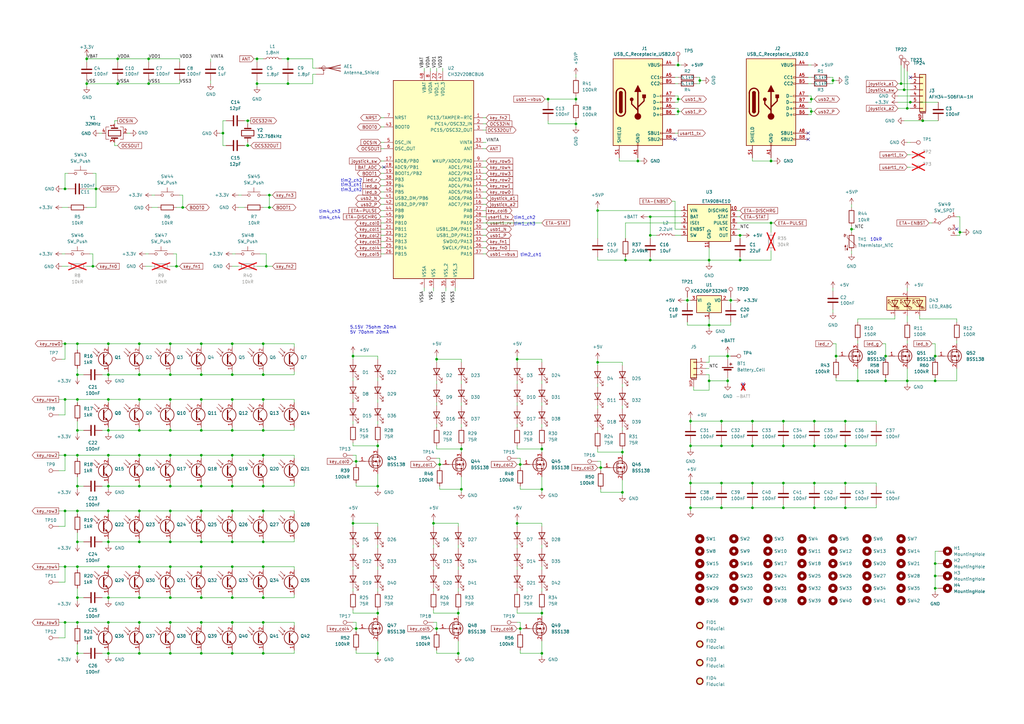
<source format=kicad_sch>
(kicad_sch (version 20231120) (generator "eeschema") (generator_version "8.0")
  (paper "A3")
  (junction (at 222.25 267.97))
  (junction (at 74.93 85.09))
  (junction (at 57.15 245.11))
  (junction (at 290.83 106.68))
  (junction (at 154.94 267.97))
  (junction (at 287.02 33.02) (diameter 0.9144))
  (junction (at 44.45 245.11))
  (junction (at 349.25 93.98))
  (junction (at 154.94 199.39))
  (junction (at 177.8 214.63))
  (junction (at 101.6 59.69) (diameter 0.9144))
  (junction (at 69.85 140.97) (diameter 0.9144))
  (junction (at 107.95 209.55) (diameter 0.9144))
  (junction (at 26.67 186.69))
  (junction (at 57.15 255.27) (diameter 0.9144))
  (junction (at 26.67 232.41))
  (junction (at 82.55 245.11))
  (junction (at 187.96 267.97))
  (junction (at 105.41 24.13))
  (junction (at 82.55 163.83) (diameter 0.9144))
  (junction (at 290.83 156.21))
  (junction (at 346.71 208.28))
  (junction (at 303.53 106.68))
  (junction (at 369.57 34.29))
  (junction (at 82.55 186.69) (diameter 0.9144))
  (junction (at 316.23 91.44))
  (junction (at 298.45 146.05))
  (junction (at 26.67 163.83))
  (junction (at 44.45 255.27))
  (junction (at 378.46 49.53))
  (junction (at 95.25 199.39))
  (junction (at 107.95 255.27) (diameter 0.9144))
  (junction (at 95.25 186.69) (diameter 0.9144))
  (junction (at 44.45 209.55))
  (junction (at 95.25 267.97))
  (junction (at 82.55 222.25))
  (junction (at 256.54 106.68))
  (junction (at 31.75 255.27))
  (junction (at 346.71 198.12))
  (junction (at 110.49 85.09))
  (junction (at 95.25 232.41) (diameter 0.9144))
  (junction (at 95.25 176.53))
  (junction (at 332.74 45.72))
  (junction (at 236.22 50.8))
  (junction (at 346.71 182.88))
  (junction (at 189.23 184.15))
  (junction (at 35.56 34.29))
  (junction (at 351.79 156.21))
  (junction (at 189.23 200.66))
  (junction (at 82.55 267.97))
  (junction (at 295.91 182.88))
  (junction (at 69.85 153.67))
  (junction (at 44.45 267.97))
  (junction (at 107.95 232.41) (diameter 0.9144))
  (junction (at 383.54 231.14))
  (junction (at 154.94 182.88))
  (junction (at 370.84 36.83))
  (junction (at 261.62 66.04))
  (junction (at 107.95 199.39))
  (junction (at 39.37 77.47))
  (junction (at 60.96 34.29))
  (junction (at 308.61 198.12))
  (junction (at 383.54 146.05))
  (junction (at 144.78 146.05))
  (junction (at 146.05 257.81))
  (junction (at 373.38 41.91))
  (junction (at 222.25 251.46))
  (junction (at 44.45 140.97))
  (junction (at 60.96 24.13))
  (junction (at 69.85 176.53))
  (junction (at 107.95 163.83) (diameter 0.9144))
  (junction (at 266.7 106.68))
  (junction (at 383.54 241.3))
  (junction (at 295.91 172.72))
  (junction (at 266.7 96.52))
  (junction (at 283.21 172.72))
  (junction (at 57.15 222.25))
  (junction (at 245.11 148.59))
  (junction (at 26.67 255.27))
  (junction (at 48.26 34.29))
  (junction (at 82.55 255.27) (diameter 0.9144))
  (junction (at 44.45 186.69))
  (junction (at 95.25 163.83) (diameter 0.9144))
  (junction (at 213.36 257.81))
  (junction (at 245.11 86.36))
  (junction (at 44.45 222.25))
  (junction (at 321.31 208.28))
  (junction (at 222.25 200.66))
  (junction (at 321.31 172.72))
  (junction (at 144.78 214.63))
  (junction (at 212.09 147.32))
  (junction (at 57.15 199.39))
  (junction (at 91.44 54.61))
  (junction (at 246.38 191.77))
  (junction (at 105.41 34.29))
  (junction (at 146.05 189.23))
  (junction (at 308.61 172.72))
  (junction (at 72.39 109.22))
  (junction (at 31.75 209.55))
  (junction (at 95.25 245.11))
  (junction (at 35.56 24.13))
  (junction (at 31.75 222.25))
  (junction (at 109.22 109.22))
  (junction (at 383.54 156.21))
  (junction (at 95.25 140.97) (diameter 0.9144))
  (junction (at 95.25 255.27) (diameter 0.9144))
  (junction (at 82.55 199.39))
  (junction (at 82.55 209.55) (diameter 0.9144))
  (junction (at 212.09 214.63))
  (junction (at 334.01 208.28))
  (junction (at 31.75 163.83))
  (junction (at 57.15 267.97))
  (junction (at 308.61 208.28))
  (junction (at 31.75 186.69))
  (junction (at 95.25 153.67))
  (junction (at 308.61 182.88))
  (junction (at 278.13 26.67))
  (junction (at 107.95 245.11))
  (junction (at 334.01 182.88))
  (junction (at 363.22 156.21))
  (junction (at 107.95 176.53))
  (junction (at 31.75 232.41))
  (junction (at 31.75 153.67))
  (junction (at 283.21 198.12))
  (junction (at 26.67 77.47))
  (junction (at 303.53 96.52))
  (junction (at 118.11 34.29))
  (junction (at 57.15 232.41) (diameter 0.9144))
  (junction (at 299.72 123.19))
  (junction (at 69.85 222.25))
  (junction (at 26.67 209.55))
  (junction (at 26.67 140.97))
  (junction (at 107.95 140.97) (diameter 0.9144))
  (junction (at 95.25 209.55) (diameter 0.9144))
  (junction (at 224.79 40.64))
  (junction (at 154.94 251.46))
  (junction (at 372.11 156.21))
  (junction (at 346.71 172.72))
  (junction (at 213.36 190.5))
  (junction (at 180.34 190.5))
  (junction (at 69.85 209.55) (diameter 0.9144))
  (junction (at 334.01 198.12))
  (junction (at 334.01 172.72))
  (junction (at 393.7 95.25))
  (junction (at 281.94 123.19))
  (junction (at 57.15 176.53))
  (junction (at 57.15 209.55) (diameter 0.9144))
  (junction (at 332.74 40.64))
  (junction (at 69.85 163.83) (diameter 0.9144))
  (junction (at 295.91 208.28))
  (junction (at 69.85 267.97))
  (junction (at 48.26 24.13))
  (junction (at 278.13 40.64))
  (junction (at 31.75 245.11))
  (junction (at 57.15 163.83) (diameter 0.9144))
  (junction (at 44.45 163.83))
  (junction (at 31.75 140.97))
  (junction (at 57.15 153.67))
  (junction (at 278.13 45.72))
  (junction (at 342.9 146.05))
  (junction (at 38.1 109.22))
  (junction (at 31.75 176.53))
  (junction (at 383.54 236.22))
  (junction (at 283.21 182.88))
  (junction (at 255.27 201.93))
  (junction (at 107.95 153.67))
  (junction (at 236.22 40.64))
  (junction (at 255.27 185.42))
  (junction (at 69.85 199.39))
  (junction (at 31.75 267.97))
  (junction (at 295.91 198.12))
  (junction (at 101.6 49.53) (diameter 0.9144))
  (junction (at 372.11 44.45))
  (junction (at 69.85 232.41) (diameter 0.9144))
  (junction (at 107.95 222.25))
  (junction (at 341.63 33.02) (diameter 0.9144))
  (junction (at 266.7 88.9))
  (junction (at 31.75 199.39))
  (junction (at 44.45 153.67))
  (junction (at 44.45 199.39))
  (junction (at 321.31 198.12))
  (junction (at 290.83 133.35))
  (junction (at 44.45 176.53))
  (junction (at 44.45 232.41))
  (junction (at 363.22 146.05))
  (junction (at 57.15 186.69) (diameter 0.9144))
  (junction (at 69.85 255.27) (diameter 0.9144))
  (junction (at 321.31 182.88))
  (junction (at 82.55 232.41) (diameter 0.9144))
  (junction (at 69.85 186.69) (diameter 0.9144))
  (junction (at 110.49 80.01))
  (junction (at 179.07 257.81))
  (junction (at 57.15 140.97) (diameter 0.9144))
  (junction (at 283.21 208.28))
  (junction (at 82.55 176.53))
  (junction (at 222.25 184.15))
  (junction (at 95.25 222.25))
  (junction (at 107.95 186.69) (diameter 0.9144))
  (junction (at 118.11 24.13))
  (junction (at 107.95 267.97))
  (junction (at 187.96 251.46))
  (junction (at 82.55 153.67))
  (junction (at 82.55 140.97) (diameter 0.9144))
  (junction (at 298.45 156.21))
  (junction (at 179.07 147.32))
  (junction (at 316.23 66.04))
  (junction (at 69.85 245.11))
  (no_connect (at 392.43 93.98))
  (no_connect (at 331.47 57.15))
  (no_connect (at 331.47 54.61))
  (no_connect (at 304.8 157.48))
  (no_connect (at 157.48 68.58))
  (no_connect (at 276.86 57.15))
  (no_connect (at 373.38 31.75))
  (wire (pts (xy 308.61 172.72) (xy 321.31 172.72)))
  (wire (pts (xy 95.25 266.7) (xy 95.25 267.97)))
  (wire (pts (xy 105.41 33.02) (xy 105.41 34.29)))
  (wire (pts (xy 69.85 266.7) (xy 69.85 267.97)))
  (wire (pts (xy 157.48 81.28) (xy 156.21 81.28)))
  (wire (pts (xy 154.94 250.19) (xy 154.94 251.46)))
  (wire (pts (xy 118.11 34.29) (xy 128.27 34.29)))
  (wire (pts (xy 41.91 199.39) (xy 44.45 199.39)))
  (wire (pts (xy 69.85 232.41) (xy 57.15 232.41)))
  (wire (pts (xy 120.65 142.24) (xy 120.65 140.97)))
  (wire (pts (xy 44.45 142.24) (xy 44.45 140.97)))
  (wire (pts (xy 179.07 267.97) (xy 187.96 267.97)))
  (wire (pts (xy 373.38 41.91) (xy 384.81 41.91)))
  (wire (pts (xy 363.22 154.94) (xy 363.22 156.21)))
  (wire (pts (xy 128.27 30.48) (xy 129.54 30.48)))
  (wire (pts (xy 57.15 186.69) (xy 44.45 186.69)))
  (wire (pts (xy 82.55 165.1) (xy 82.55 163.83)))
  (wire (pts (xy 255.27 175.26) (xy 255.27 176.53)))
  (wire (pts (xy 368.3 34.29) (xy 369.57 34.29)))
  (wire (pts (xy 69.85 210.82) (xy 69.85 209.55)))
  (wire (pts (xy 95.25 198.12) (xy 95.25 199.39)))
  (wire (pts (xy 245.11 85.09) (xy 245.11 86.36)))
  (wire (pts (xy 82.55 256.54) (xy 82.55 255.27)))
  (wire (pts (xy 290.83 130.81) (xy 290.83 133.35)))
  (wire (pts (xy 255.27 201.93) (xy 255.27 203.2)))
  (wire (pts (xy 118.11 24.13) (xy 118.11 25.4)))
  (wire (pts (xy 120.65 245.11) (xy 120.65 243.84)))
  (wire (pts (xy 276.86 96.52) (xy 279.4 96.52)))
  (wire (pts (xy 255.27 185.42) (xy 255.27 186.69)))
  (wire (pts (xy 212.09 214.63) (xy 212.09 215.9)))
  (wire (pts (xy 261.62 66.04) (xy 262.89 66.04)))
  (wire (pts (xy 176.53 27.94) (xy 176.53 29.21)))
  (wire (pts (xy 276.86 82.55) (xy 276.86 93.98)))
  (wire (pts (xy 298.45 156.21) (xy 298.45 157.48)))
  (wire (pts (xy 295.91 207.01) (xy 295.91 208.28)))
  (wire (pts (xy 199.39 81.28) (xy 198.12 81.28)))
  (wire (pts (xy 120.65 186.69) (xy 107.95 186.69)))
  (wire (pts (xy 276.86 26.67) (xy 278.13 26.67)))
  (wire (pts (xy 69.85 243.84) (xy 69.85 245.11)))
  (wire (pts (xy 302.26 96.52) (xy 303.53 96.52)))
  (wire (pts (xy 101.6 49.53) (xy 101.6 50.8)))
  (wire (pts (xy 349.25 93.98) (xy 349.25 92.71)))
  (wire (pts (xy 245.11 106.68) (xy 256.54 106.68)))
  (wire (pts (xy 72.39 104.14) (xy 71.12 104.14)))
  (wire (pts (xy 35.56 77.47) (xy 39.37 77.47)))
  (wire (pts (xy 321.31 208.28) (xy 308.61 208.28)))
  (wire (pts (xy 359.41 207.01) (xy 359.41 208.28)))
  (wire (pts (xy 25.4 147.32) (xy 26.67 147.32)))
  (wire (pts (xy 342.9 140.97) (xy 342.9 146.05)))
  (wire (pts (xy 44.45 154.94) (xy 44.45 153.67)))
  (wire (pts (xy 31.75 186.69) (xy 31.75 187.96)))
  (wire (pts (xy 392.43 139.7) (xy 392.43 140.97)))
  (wire (pts (xy 82.55 255.27) (xy 69.85 255.27)))
  (wire (pts (xy 44.45 152.4) (xy 44.45 153.67)))
  (wire (pts (xy 74.93 80.01) (xy 73.66 80.01)))
  (wire (pts (xy 69.85 142.24) (xy 69.85 140.97)))
  (wire (pts (xy 392.43 151.13) (xy 392.43 156.21)))
  (wire (pts (xy 38.1 104.14) (xy 38.1 109.22)))
  (wire (pts (xy 105.41 35.56) (xy 105.41 34.29)))
  (wire (pts (xy 212.09 255.27) (xy 213.36 255.27)))
  (wire (pts (xy 246.38 200.66) (xy 246.38 201.93)))
  (wire (pts (xy 198.12 58.42) (xy 199.39 58.42)))
  (wire (pts (xy 280.67 123.19) (xy 281.94 123.19)))
  (wire (pts (xy 368.3 39.37) (xy 373.38 39.37)))
  (wire (pts (xy 57.15 140.97) (xy 44.45 140.97)))
  (wire (pts (xy 378.46 49.53) (xy 384.81 49.53)))
  (wire (pts (xy 341.63 33.02) (xy 342.9 33.02)))
  (wire (pts (xy 57.15 210.82) (xy 57.15 209.55)))
  (wire (pts (xy 82.55 175.26) (xy 82.55 176.53)))
  (wire (pts (xy 266.7 105.41) (xy 266.7 106.68)))
  (wire (pts (xy 144.78 146.05) (xy 154.94 146.05)))
  (wire (pts (xy 82.55 220.98) (xy 82.55 222.25)))
  (wire (pts (xy 107.95 199.39) (xy 120.65 199.39)))
  (wire (pts (xy 199.39 71.12) (xy 198.12 71.12)))
  (wire (pts (xy 331.47 26.67) (xy 332.74 26.67)))
  (wire (pts (xy 120.65 210.82) (xy 120.65 209.55)))
  (wire (pts (xy 44.45 222.25) (xy 57.15 222.25)))
  (wire (pts (xy 198.12 93.98) (xy 199.39 93.98)))
  (wire (pts (xy 332.74 45.72) (xy 332.74 46.99)))
  (wire (pts (xy 212.09 187.96) (xy 213.36 187.96)))
  (wire (pts (xy 156.21 86.36) (xy 157.48 86.36)))
  (wire (pts (xy 283.21 196.85) (xy 283.21 198.12)))
  (wire (pts (xy 107.95 142.24) (xy 107.95 140.97)))
  (wire (pts (xy 212.09 156.21) (xy 212.09 157.48)))
  (wire (pts (xy 393.7 95.25) (xy 394.97 95.25)))
  (wire (pts (xy 382.27 140.97) (xy 383.54 140.97)))
  (wire (pts (xy 212.09 257.81) (xy 213.36 257.81)))
  (wire (pts (xy 105.41 24.13) (xy 105.41 25.4)))
  (wire (pts (xy 179.07 156.21) (xy 179.07 157.48)))
  (wire (pts (xy 177.8 214.63) (xy 177.8 215.9)))
  (wire (pts (xy 31.75 232.41) (xy 44.45 232.41)))
  (wire (pts (xy 120.65 153.67) (xy 120.65 152.4)))
  (wire (pts (xy 212.09 165.1) (xy 212.09 166.37)))
  (wire (pts (xy 95.25 176.53) (xy 107.95 176.53)))
  (wire (pts (xy 25.4 104.14) (xy 26.67 104.14)))
  (wire (pts (xy 245.11 105.41) (xy 245.11 106.68)))
  (wire (pts (xy 118.11 24.13) (xy 128.27 24.13)))
  (wire (pts (xy 146.05 255.27) (xy 146.05 257.81)))
  (wire (pts (xy 180.34 200.66) (xy 189.23 200.66)))
  (wire (pts (xy 69.85 267.97) (xy 82.55 267.97)))
  (wire (pts (xy 82.55 222.25) (xy 95.25 222.25)))
  (wire (pts (xy 64.77 85.09) (xy 62.23 85.09)))
  (wire (pts (xy 341.63 31.75) (xy 341.63 33.02)))
  (wire (pts (xy 308.61 181.61) (xy 308.61 182.88)))
  (wire (pts (xy 107.95 152.4) (xy 107.95 153.67)))
  (wire (pts (xy 57.15 266.7) (xy 57.15 267.97)))
  (wire (pts (xy 144.78 241.3) (xy 144.78 242.57)))
  (wire (pts (xy 31.75 267.97) (xy 34.29 267.97)))
  (wire (pts (xy 100.33 59.69) (xy 101.6 59.69)))
  (wire (pts (xy 342.9 156.21) (xy 342.9 154.94)))
  (wire (pts (xy 212.09 223.52) (xy 212.09 224.79)))
  (wire (pts (xy 295.91 181.61) (xy 295.91 182.88)))
  (wire (pts (xy 346.71 198.12) (xy 359.41 198.12)))
  (wire (pts (xy 46.99 49.53) (xy 46.99 50.8)))
  (wire (pts (xy 222.25 200.66) (xy 222.25 201.93)))
  (wire (pts (xy 254 64.77) (xy 254 66.04)))
  (wire (pts (xy 334.01 208.28) (xy 321.31 208.28)))
  (wire (pts (xy 144.78 257.81) (xy 146.05 257.81)))
  (wire (pts (xy 349.25 93.98) (xy 350.52 93.98)))
  (wire (pts (xy 295.91 182.88) (xy 283.21 182.88)))
  (wire (pts (xy 57.15 175.26) (xy 57.15 176.53)))
  (wire (pts (xy 156.21 91.44) (xy 157.48 91.44)))
  (wire (pts (xy 349.25 83.82) (xy 349.25 85.09)))
  (wire (pts (xy 120.65 163.83) (xy 107.95 163.83)))
  (wire (pts (xy 107.95 186.69) (xy 95.25 186.69)))
  (wire (pts (xy 144.78 251.46) (xy 154.94 251.46)))
  (wire (pts (xy 290.83 133.35) (xy 299.72 133.35)))
  (wire (pts (xy 120.65 222.25) (xy 120.65 220.98)))
  (wire (pts (xy 44.45 266.7) (xy 44.45 267.97)))
  (wire (pts (xy 91.44 54.61) (xy 91.44 59.69)))
  (wire (pts (xy 44.45 223.52) (xy 44.45 222.25)))
  (wire (pts (xy 342.9 140.97) (xy 341.63 140.97)))
  (wire (pts (xy 95.25 256.54) (xy 95.25 255.27)))
  (wire (pts (xy 224.79 40.64) (xy 224.79 41.91)))
  (wire (pts (xy 361.95 140.97) (xy 363.22 140.97)))
  (wire (pts (xy 41.91 267.97) (xy 44.45 267.97)))
  (wire (pts (xy 179.07 257.81) (xy 179.07 259.08)))
  (wire (pts (xy 144.78 214.63) (xy 144.78 215.9)))
  (wire (pts (xy 212.09 213.36) (xy 212.09 214.63)))
  (wire (pts (xy 383.54 231.14) (xy 384.81 231.14)))
  (wire (pts (xy 369.57 26.67) (xy 369.57 34.29)))
  (wire (pts (xy 44.45 187.96) (xy 44.45 186.69)))
  (wire (pts (xy 245.11 97.79) (xy 245.11 86.36)))
  (wire (pts (xy 393.7 95.25) (xy 393.7 96.52)))
  (wire (pts (xy 281.94 121.92) (xy 281.94 123.19)))
  (wire (pts (xy 370.84 36.83) (xy 373.38 36.83)))
  (wire (pts (xy 189.23 184.15) (xy 189.23 185.42)))
  (wire (pts (xy 283.21 171.45) (xy 283.21 172.72)))
  (wire (pts (xy 212.09 250.19) (xy 212.09 251.46)))
  (wire (pts (xy 107.95 243.84) (xy 107.95 245.11)))
  (wire (pts (xy 60.96 33.02) (xy 60.96 34.29)))
  (wire (pts (xy 342.9 146.05) (xy 344.17 146.05)))
  (wire (pts (xy 39.37 71.12) (xy 39.37 77.47)))
  (wire (pts (xy 179.07 184.15) (xy 189.23 184.15)))
  (wire (pts (xy 31.75 255.27) (xy 31.75 256.54)))
  (wire (pts (xy 107.95 256.54) (xy 107.95 255.27)))
  (wire (pts (xy 57.15 245.11) (xy 69.85 245.11)))
  (wire (pts (xy 308.61 198.12) (xy 321.31 198.12)))
  (wire (pts (xy 245.11 157.48) (xy 245.11 158.75)))
  (wire (pts (xy 351.79 156.21) (xy 363.22 156.21)))
  (wire (pts (xy 212.09 190.5) (xy 213.36 190.5)))
  (wire (pts (xy 154.94 194.31) (xy 154.94 199.39)))
  (wire (pts (xy 384.81 226.06) (xy 383.54 226.06)))
  (wire (pts (xy 281.94 133.35) (xy 290.83 133.35)))
  (wire (pts (xy 82.55 186.69) (xy 69.85 186.69)))
  (wire (pts (xy 95.25 243.84) (xy 95.25 245.11)))
  (wire (pts (xy 69.85 222.25) (xy 82.55 222.25)))
  (wire (pts (xy 107.95 85.09) (xy 110.49 85.09)))
  (wire (pts (xy 95.25 163.83) (xy 82.55 163.83)))
  (wire (pts (xy 285.75 31.75) (xy 287.02 31.75)))
  (wire (pts (xy 62.23 109.22) (xy 59.69 109.22)))
  (wire (pts (xy 157.48 71.12) (xy 156.21 71.12)))
  (wire (pts (xy 146.05 267.97) (xy 154.94 267.97)))
  (wire (pts (xy 383.54 140.97) (xy 383.54 146.05)))
  (wire (pts (xy 25.4 85.09) (xy 27.94 85.09)))
  (wire (pts (xy 31.75 222.25) (xy 31.75 218.44)))
  (wire (pts (xy 118.11 34.29) (xy 118.11 33.02)))
  (wire (pts (xy 35.56 24.13) (xy 35.56 22.86)))
  (wire (pts (xy 383.54 236.22) (xy 384.81 236.22)))
  (wire (pts (xy 44.45 245.11) (xy 57.15 245.11)))
  (wire (pts (xy 213.36 255.27) (xy 213.36 257.81)))
  (wire (pts (xy 363.22 146.05) (xy 364.49 146.05)))
  (wire (pts (xy 57.15 256.54) (xy 57.15 255.27)))
  (wire (pts (xy 31.75 209.55) (xy 31.75 210.82)))
  (wire (pts (xy 157.48 101.6) (xy 156.21 101.6)))
  (wire (pts (xy 245.11 148.59) (xy 255.27 148.59)))
  (wire (pts (xy 278.13 44.45) (xy 278.13 45.72)))
  (wire (pts (xy 95.25 165.1) (xy 95.25 163.83)))
  (wire (pts (xy 363.22 140.97) (xy 363.22 146.05)))
  (wire (pts (xy 334.01 207.01) (xy 334.01 208.28)))
  (wire (pts (xy 157.48 48.26) (xy 156.21 48.26)))
  (wire (pts (xy 107.95 153.67) (xy 120.65 153.67)))
  (wire (pts (xy 60.96 24.13) (xy 73.66 24.13)))
  (wire (pts (xy 107.95 266.7) (xy 107.95 267.97)))
  (wire (pts (xy 144.78 232.41) (xy 144.78 233.68)))
  (wire (pts (xy 144.78 186.69) (xy 146.05 186.69)))
  (wire (pts (xy 69.85 220.98) (xy 69.85 222.25)))
  (wire (pts (xy 179.07 27.94) (xy 179.07 29.21)))
  (wire (pts (xy 187.96 267.97) (xy 187.96 269.24)))
  (wire (pts (xy 31.75 245.11) (xy 31.75 241.3)))
  (wire (pts (xy 44.45 243.84) (xy 44.45 245.11)))
  (wire (pts (xy 26.67 77.47) (xy 26.67 71.12)))
  (wire (pts (xy 181.61 27.94) (xy 181.61 29.21)))
  (wire (pts (xy 156.21 73.66) (xy 157.48 73.66)))
  (wire (pts (xy 44.45 267.97) (xy 57.15 267.97)))
  (wire (pts (xy 86.36 33.02) (xy 86.36 34.29)))
  (wire (pts (xy 100.33 49.53) (xy 101.6 49.53)))
  (wire (pts (xy 236.22 31.75) (xy 236.22 30.48)))
  (wire (pts (xy 154.94 182.88) (xy 154.94 184.15)))
  (wire (pts (xy 144.78 213.36) (xy 144.78 214.63)))
  (wire (pts (xy 144.78 144.78) (xy 144.78 146.05)))
  (wire (pts (xy 120.65 187.96) (xy 120.65 186.69)))
  (wire (pts (xy 180.34 190.5) (xy 181.61 190.5)))
  (wire (pts (xy 332.74 40.64) (xy 334.01 40.64)))
  (wire (pts (xy 107.95 140.97) (xy 95.25 140.97)))
  (wire (pts (xy 321.31 182.88) (xy 308.61 182.88)))
  (wire (pts (xy 26.67 215.9) (xy 26.67 209.55)))
  (wire (pts (xy 316.23 102.87) (xy 316.23 106.68)))
  (wire (pts (xy 44.45 199.39) (xy 57.15 199.39)))
  (wire (pts (xy 69.85 163.83) (xy 57.15 163.83)))
  (wire (pts (xy 60.96 24.13) (xy 60.96 25.4)))
  (wire (pts (xy 283.21 198.12) (xy 295.91 198.12)))
  (wire (pts (xy 40.64 54.61) (xy 41.91 54.61)))
  (wire (pts (xy 222.25 250.19) (xy 222.25 251.46)))
  (wire (pts (xy 392.43 132.08) (xy 392.43 130.81)))
  (wire (pts (xy 372.11 157.48) (xy 372.11 156.21)))
  (wire (pts (xy 82.55 153.67) (xy 95.25 153.67)))
  (wire (pts (xy 38.1 109.22) (xy 39.37 109.22)))
  (wire (pts (xy 303.53 106.68) (xy 316.23 106.68)))
  (wire (pts (xy 109.22 104.14) (xy 109.22 109.22)))
  (wire (pts (xy 26.67 71.12) (xy 27.94 71.12)))
  (wire (pts (xy 177.8 232.41) (xy 177.8 233.68)))
  (wire (pts (xy 283.21 198.12) (xy 283.21 199.39)))
  (wire (pts (xy 39.37 85.09) (xy 39.37 77.47)))
  (wire (pts (xy 144.78 250.19) (xy 144.78 251.46)))
  (wire (pts (xy 368.3 44.45) (xy 372.11 44.45)))
  (wire (pts (xy 120.65 199.39) (xy 120.65 198.12)))
  (wire (pts (xy 107.95 222.25) (xy 120.65 222.25)))
  (wire (pts (xy 295.91 198.12) (xy 308.61 198.12)))
  (wire (pts (xy 120.65 209.55) (xy 107.95 209.55)))
  (wire (pts (xy 146.05 257.81) (xy 146.05 259.08)))
  (wire (pts (xy 359.41 198.12) (xy 359.41 199.39)))
  (wire (pts (xy 48.26 34.29) (xy 60.96 34.29)))
  (wire (pts (xy 222.25 251.46) (xy 222.25 252.73)))
  (wire (pts (xy 289.56 153.67) (xy 290.83 153.67)))
  (wire (pts (xy 177.8 241.3) (xy 177.8 242.57)))
  (wire (pts (xy 331.47 44.45) (xy 332.74 44.45)))
  (wire (pts (xy 95.25 153.67) (xy 107.95 153.67)))
  (wire (pts (xy 290.83 106.68) (xy 303.53 106.68)))
  (wire (pts (xy 95.25 232.41) (xy 82.55 232.41)))
  (wire (pts (xy 316.23 66.04) (xy 317.5 66.04)))
  (wire (pts (xy 316.23 64.77) (xy 316.23 66.04)))
  (wire (pts (xy 278.13 39.37) (xy 278.13 40.64)))
  (wire (pts (xy 95.25 210.82) (xy 95.25 209.55)))
  (wire (pts (xy 31.75 209.55) (xy 44.45 209.55)))
  (wire (pts (xy 157.48 96.52) (xy 156.21 96.52)))
  (wire (pts (xy 95.25 175.26) (xy 95.25 176.53)))
  (wire (pts (xy 334.01 198.12) (xy 334.01 199.39)))
  (wire (pts (xy 283.21 208.28) (xy 283.21 209.55)))
  (wire (pts (xy 278.13 45.72) (xy 279.4 45.72)))
  (wire (pts (xy 316.23 91.44) (xy 316.23 95.25)))
  (wire (pts (xy 154.94 241.3) (xy 154.94 242.57)))
  (wire (pts (xy 287.02 31.75) (xy 287.02 33.02)))
  (wire (pts (xy 177.8 251.46) (xy 187.96 251.46)))
  (wire (pts (xy 31.75 222.25) (xy 34.29 222.25)))
  (wire (pts (xy 308.61 208.28) (xy 295.91 208.28)))
  (wire (pts (xy 35.56 34.29) (xy 48.26 34.29)))
  (wire (pts (xy 236.22 52.07) (xy 236.22 50.8)))
  (wire (pts (xy 69.85 209.55) (xy 57.15 209.55)))
  (wire (pts (xy 46.99 59.69) (xy 48.26 59.69)))
  (wire (pts (xy 212.09 147.32) (xy 212.09 148.59)))
  (wire (pts (xy 31.75 246.38) (xy 31.75 245.11)))
  (wire (pts (xy 109.22 104.14) (xy 106.68 104.14)))
  (wire (pts (xy 82.55 152.4) (xy 82.55 153.67)))
  (wire (pts (xy 341.63 118.11) (xy 341.63 119.38)))
  (wire (pts (xy 393.7 88.9) (xy 393.7 95.25)))
  (wire (pts (xy 245.11 185.42) (xy 255.27 185.42)))
  (wire (pts (xy 107.95 187.96) (xy 107.95 186.69)))
  (wire (pts (xy 278.13 45.72) (xy 278.13 46.99)))
  (wire (pts (xy 154.94 262.89) (xy 154.94 267.97)))
  (wire (pts (xy 128.27 27.94) (xy 128.27 24.13)))
  (wire (pts (xy 308.61 198.12) (xy 308.61 199.39)))
  (wire (pts (xy 187.96 232.41) (xy 187.96 233.68)))
  (wire (pts (xy 276.86 93.98) (xy 279.4 93.98)))
  (wire (pts (xy 73.66 33.02) (xy 73.66 34.29)))
  (wire (pts (xy 129.54 27.94) (xy 128.27 27.94)))
  (wire (pts (xy 24.13 215.9) (xy 26.67 215.9)))
  (wire (pts (xy 199.39 76.2) (xy 198.12 76.2)))
  (wire (pts (xy 97.79 85.09) (xy 100.33 85.09)))
  (wire (pts (xy 212.09 147.32) (xy 212.09 146.05)))
  (wire (pts (xy 298.45 156.21) (xy 298.45 154.94)))
  (wire (pts (xy 57.15 255.27) (xy 44.45 255.27)))
  (wire (pts (xy 26.67 186.69) (xy 31.75 186.69)))
  (wire (pts (xy 82.55 245.11) (xy 95.25 245.11)))
  (wire (pts (xy 278.13 41.91) (xy 276.86 41.91)))
  (wire (pts (xy 198.12 50.8) (xy 199.39 50.8)))
  (wire (pts (xy 69.85 186.69) (xy 57.15 186.69)))
  (wire (pts (xy 281.94 132.08) (xy 281.94 133.35)))
  (wire (pts (xy 179.07 266.7) (xy 179.07 267.97)))
  (wire (pts (xy 383.54 146.05) (xy 383.54 147.32)))
  (wire (pts (xy 346.71 172.72) (xy 346.71 173.99)))
  (wire (pts (xy 261.62 64.77) (xy 261.62 66.04)))
  (wire (pts (xy 115.57 24.13) (xy 118.11 24.13)))
  (wire (pts (xy 199.39 101.6) (xy 198.12 101.6)))
  (wire (pts (xy 213.36 190.5) (xy 214.63 190.5)))
  (wire (pts (xy 370.84 49.53) (xy 378.46 49.53)))
  (wire (pts (xy 224.79 50.8) (xy 236.22 50.8)))
  (wire (pts (xy 24.13 193.04) (xy 26.67 193.04)))
  (wire (pts (xy 26.67 193.04) (xy 26.67 186.69)))
  (wire (pts (xy 298.45 146.05) (xy 299.72 146.05)))
  (wire (pts (xy 154.94 214.63) (xy 154.94 215.9)))
  (wire (pts (xy 69.85 245.11) (xy 82.55 245.11)))
  (wire (pts (xy 156.21 52.07) (xy 157.48 52.07)))
  (wire (pts (xy 82.55 267.97) (xy 95.25 267.97)))
  (wire (pts (xy 341.63 34.29) (xy 340.36 34.29)))
  (wire (pts (xy 35.56 24.13) (xy 48.26 24.13)))
  (wire (pts (xy 255.27 148.59) (xy 255.27 149.86)))
  (wire (pts (xy 82.55 266.7) (xy 82.55 267.97)))
  (wire (pts (xy 44.45 210.82) (xy 44.45 209.55)))
  (wire (pts (xy 266.7 96.52) (xy 266.7 97.79)))
  (wire (pts (xy 82.55 140.97) (xy 69.85 140.97)))
  (wire (pts (xy 222.25 147.32) (xy 222.25 148.59)))
  (wire (pts (xy 266.7 106.68) (xy 290.83 106.68)))
  (wire (pts (xy 48.26 33.02) (xy 48.26 34.29)))
  (wire (pts (xy 302.26 86.36) (xy 303.53 86.36)))
  (wire (pts (xy 31.75 245.11) (xy 34.29 245.11)))
  (wire (pts (xy 107.95 232.41) (xy 95.25 232.41)))
  (wire (pts (xy 107.95 267.97) (xy 120.65 267.97)))
  (wire (pts (xy 120.65 255.27) (xy 107.95 255.27)))
  (wire (pts (xy 179.07 165.1) (xy 179.07 166.37)))
  (wire (pts (xy 31.75 176.53) (xy 34.29 176.53)))
  (wire (pts (xy 156.21 66.04) (xy 157.48 66.04)))
  (wire (pts (xy 154.94 163.83) (xy 154.94 165.1)))
  (wire (pts (xy 44.45 177.8) (xy 44.45 176.53)))
  (wire (pts (xy 212.09 251.46) (xy 222.25 251.46)))
  (wire (pts (xy 91.44 49.53) (xy 91.44 54.61)))
  (wire (pts (xy 299.72 124.46) (xy 299.72 123.19)))
  (wire (pts (xy 24.13 186.69) (xy 26.67 186.69)))
  (wire (pts (xy 372.11 132.08) (xy 372.11 129.54)))
  (wire (pts (xy 198.12 68.58) (xy 199.39 68.58)))
  (wire (pts (xy 35.56 24.13) (xy 35.56 25.4)))
  (wire (pts (xy 198.12 96.52) (xy 199.39 96.52)))
  (wire (pts (xy 182.88 118.11) (xy 182.88 119.38)))
  (wire (pts (xy 146.05 189.23) (xy 147.32 189.23)))
  (wire (pts (xy 213.36 190.5) (xy 213.36 191.77)))
  (wire (pts (xy 44.45 200.66) (xy 44.45 199.39)))
  (wire (pts (xy 82.55 209.55) (xy 69.85 209.55)))
  (wire (pts (xy 110.49 80.01) (xy 111.76 80.01)))
  (wire (pts (xy 146.05 186.69) (xy 146.05 189.23)))
  (wire (pts (xy 110.49 80.01) (xy 110.49 85.09)))
  (wire (pts (xy 120.65 233.68) (xy 120.65 232.41)))
  (wire (pts (xy 107.95 198.12) (xy 107.95 199.39)))
  (wire (pts (xy 287.02 33.02) (xy 287.02 34.29)))
  (wire (pts (xy 334.01 181.61) (xy 334.01 182.88)))
  (wire (pts (xy 95.25 104.14) (xy 96.52 104.14)))
  (wire (pts (xy 95.25 152.4) (xy 95.25 153.67)))
  (wire (pts (xy 302.26 88.9) (xy 303.53 88.9)))
  (wire (pts (xy 283.21 208.28) (xy 283.21 207.01)))
  (wire (pts (xy 31.75 153.67) (xy 31.75 151.13)))
  (wire (pts (xy 57.15 187.96) (xy 57.15 186.69)))
  (wire (pts (xy 222.25 165.1) (xy 222.25 166.37)))
  (wire (pts (xy 222.25 156.21) (xy 222.25 157.48)))
  (wire (pts (xy 59.69 104.14) (xy 60.96 104.14)))
  (wire (pts (xy 104.14 24.13) (xy 105.41 24.13)))
  (wire (pts (xy 199.39 73.66) (xy 198.12 73.66)))
  (wire (pts (xy 278.13 26.67) (xy 279.4 26.67)))
  (wire (pts (xy 278.13 31.75) (xy 276.86 31.75)))
  (wire (pts (xy 173.99 118.11) (xy 173.99 119.38)))
  (wire (pts (xy 346.71 172.72) (xy 359.41 172.72)))
  (wire (pts (xy 41.91 222.25) (xy 44.45 222.25)))
  (wire (pts (xy 290.83 160.02) (xy 290.83 156.21)))
  (wire (pts (xy 82.55 198.12) (xy 82.55 199.39)))
  (wire (pts (xy 26.67 238.76) (xy 26.67 232.41)))
  (wire (pts (xy 31.75 163.83) (xy 44.45 163.83)))
  (wire (pts (xy 212.09 147.32) (xy 222.25 147.32)))
  (wire (pts (xy 144.78 182.88) (xy 154.94 182.88)))
  (wire (pts (xy 213.36 257.81) (xy 214.63 257.81)))
  (wire (pts (xy 284.48 158.75) (xy 284.48 160.02)))
  (wire (pts (xy 91.44 54.61) (xy 90.17 54.61)))
  (wire (pts (xy 256.54 106.68) (xy 266.7 106.68)))
  (wire (pts (xy 213.36 199.39) (xy 213.36 200.66)))
  (wire (pts (xy 154.94 154.94) (xy 154.94 156.21)))
  (wire (pts (xy 281.94 123.19) (xy 283.21 123.19)))
  (wire (pts (xy 57.15 198.12) (xy 57.15 199.39)))
  (wire (pts (xy 246.38 191.77) (xy 246.38 193.04)))
  (wire (pts (xy 212.09 214.63) (xy 222.25 214.63)))
  (wire (pts (xy 92.71 59.69) (xy 91.44 59.69)))
  (wire (pts (xy 57.15 199.39) (xy 69.85 199.39)))
  (wire (pts (xy 120.65 140.97) (xy 107.95 140.97)))
  (wire (pts (xy 35.56 34.29) (xy 35.56 35.56)))
  (wire (pts (xy 35.56 33.02) (xy 35.56 34.29)))
  (wire (pts (xy 44.45 165.1) (xy 44.45 163.83)))
  (wire (pts (xy 265.43 88.9) (xy 266.7 88.9)))
  (wire (pts (xy 245.11 86.36) (xy 279.4 86.36)))
  (wire (pts (xy 222.25 262.89) (xy 222.25 267.97)))
  (wire (pts (xy 383.54 236.22) (xy 383.54 241.3)))
  (wire (pts (xy 39.37 71.12) (xy 38.1 71.12)))
  (wire (pts (xy 48.26 24.13) (xy 60.96 24.13)))
  (wire (pts (xy 383.54 241.3) (xy 384.81 241.3)))
  (wire (pts (xy 26.67 140.97) (xy 26.67 147.32)))
  (wire (pts (xy 82.55 142.24) (xy 82.55 140.97)))
  (wire (pts (xy 44.45 256.54) (xy 44.45 255.27)))
  (wire (pts (xy 316.23 91.44) (xy 317.5 91.44)))
  (wire (pts (xy 383.54 154.94) (xy 383.54 156.21)))
  (wire (pts (xy 31.75 267.97) (xy 31.75 264.16)))
  (wire (pts (xy 372.11 139.7) (xy 372.11 140.97)))
  (wire (pts (xy 278.13 54.61) (xy 276.86 54.61)))
  (wire (pts (xy 284.48 160.02) (xy 290.83 160.02)))
  (wire (pts (xy 308.61 182.88) (xy 295.91 182.88)))
  (wire (pts (xy 372.11 118.11) (xy 372.11 119.38)))
  (wire (pts (xy 392.43 88.9) (xy 393.7 88.9)))
  (wire (pts (xy 290.83 146.05) (xy 290.83 148.59)))
  (wire (pts (xy 372.11 151.13) (xy 372.11 156.21)))
  (wire (pts (xy 107.95 245.11) (xy 120.65 245.11)))
  (wire (pts (xy 332.74 39.37) (xy 332.74 40.64)))
  (wire (pts (xy 246.38 201.93) (xy 255.27 201.93)))
  (wire (pts (xy 334.01 172.72) (xy 334.01 173.99)))
  (wire (pts (xy 278.13 34.29) (xy 276.86 34.29)))
  (wire (pts (xy 177.8 223.52) (xy 177.8 224.79)))
  (wire (pts (xy 342.9 156.21) (xy 351.79 156.21)))
  (wire (pts (xy 224.79 40.64) (xy 236.22 40.64)))
  (wire (pts (xy 359.41 172.72) (xy 359.41 173.99)))
  (wire (pts (xy 57.15 233.68) (xy 57.15 232.41)))
  (wire (pts (xy 69.85 153.67) (xy 82.55 153.67)))
  (wire (pts (xy 107.95 233.68) (xy 107.95 232.41)))
  (wire (pts (xy 372.11 156.21) (xy 383.54 156.21)))
  (wire (pts (xy 187.96 251.46) (xy 187.96 252.73)))
  (wire (pts (xy 97.79 80.01) (xy 99.06 80.01)))
  (wire (pts (xy 298.45 146.05) (xy 298.45 147.32)))
  (wire (pts (xy 25.4 140.97) (xy 26.67 140.97)))
  (wire (pts (xy 255.27 166.37) (xy 255.27 167.64)))
  (wire (pts (xy 44.45 220.98) (xy 44.45 222.25)))
  (wire (pts (xy 107.95 209.55) (xy 95.25 209.55)))
  (wire (pts (xy 26.67 255.27) (xy 31.75 255.27)))
  (wire (pts (xy 289.56 148.59) (xy 290.83 148.59)))
  (wire (pts (xy 144.78 255.27) (xy 146.05 255.27)))
  (wire (pts (xy 359.41 182.88) (xy 346.71 182.88)))
  (wire (pts (xy 287.02 34.29) (xy 285.75 34.29)))
  (wire (pts (xy 321.31 172.72) (xy 321.31 173.99)))
  (wire (pts (xy 198.12 104.14) (xy 199.39 104.14)))
  (wire (pts (xy 107.95 24.13) (xy 105.41 24.13)))
  (wire (pts (xy 24.13 163.83) (xy 26.67 163.83)))
  (wire (pts (xy 213.36 266.7) (xy 213.36 267.97)))
  (wire (pts (xy 334.01 182.88) (xy 321.31 182.88)))
  (wire (pts (xy 351.79 130.81) (xy 367.03 130.81)))
  (wire (pts (xy 154.94 181.61) (xy 154.94 182.88)))
  (wire (pts (xy 69.85 256.54) (xy 69.85 255.27)))
  (wire (pts (xy 199.39 99.06) (xy 198.12 99.06)))
  (wire (pts (xy 212.09 184.15) (xy 222.25 184.15)))
  (wire (pts (xy 187.96 250.19) (xy 187.96 251.46)))
  (wire (pts (xy 95.25 255.27) (xy 82.55 255.27)))
  (wire (pts (xy 107.95 176.53) (xy 120.65 176.53)))
  (wire (pts (xy 224.79 50.8) (xy 224.79 49.53)))
  (wire (pts (xy 299.72 123.19) (xy 300.99 123.19)))
  (wire (pts (xy 187.96 241.3) (xy 187.96 242.57)))
  (wire (pts (xy 146.05 257.81) (xy 147.32 257.81)))
  (wire (pts (xy 222.25 195.58) (xy 222.25 200.66)))
  (wire (pts (xy 177.8 213.36) (xy 177.8 214.63)))
  (wire (pts (xy 72.39 109.22) (xy 73.66 109.22)))
  (wire (pts (xy 57.15 176.53) (xy 69.85 176.53)))
  (wire (pts (xy 95.25 233.68) (xy 95.25 232.41)))
  (wire (pts (xy 57.15 267.97) (xy 69.85 267.97)))
  (wire (pts (xy 86.36 24.13) (xy 86.36 25.4)))
  (wire (pts (xy 57.15 152.4) (xy 57.15 153.67)))
  (wire (pts (xy 157.48 99.06) (xy 156.21 99.06)))
  (wire (pts (xy 332.74 40.64) (xy 332.74 41.91)))
  (wire (pts (xy 346.71 181.61) (xy 346.71 182.88)))
  (wire (pts (xy 199.39 78.74) (xy 198.12 78.74)))
  (wire (pts (xy 97.79 109.22) (xy 95.25 109.22)))
  (wire (pts (xy 154.94 251.46) (xy 154.94 252.73)))
  (wire (pts (xy 31.75 200.66) (xy 31.75 199.39)))
  (wire (pts (xy 246.38 191.77) (xy 247.65 191.77)))
  (wire (pts (xy 332.74 45.72) (xy 334.01 45.72)))
  (wire (pts (xy 222.25 223.52) (xy 222.25 224.79)))
  (wire (pts (xy 173.99 27.94) (xy 173.99 29.21)))
  (wire (pts (xy 381 91.44) (xy 382.27 91.44)))
  (wire (pts (xy 146.05 266.7) (xy 146.05 267.97)))
  (wire (pts (xy 26.67 209.55) (xy 31.75 209.55)))
  (wire (pts (xy 321.31 198.12) (xy 321.31 199.39)))
  (wire (pts (xy 213.36 257.81) (xy 213.36 259.08)))
  (wire (pts (xy 179.07 182.88) (xy 179.07 184.15)))
  (wire (pts (xy 189.23 200.66) (xy 189.23 201.93)))
  (wire (pts (xy 128.27 34.29) (xy 128.27 30.48)))
  (wire (pts (xy 213.36 187.96) (xy 213.36 190.5)))
  (wire (pts (xy 180.34 190.5) (xy 180.34 191.77)))
  (wire (pts (xy 69.85 187.96) (xy 69.85 186.69)))
  (wire (pts (xy 254 66.04) (xy 261.62 66.04)))
  (wire (pts (xy 156.21 60.96) (xy 157.48 60.96)))
  (wire (pts (xy 24.13 255.27) (xy 26.67 255.27)))
  (wire (pts (xy 82.55 176.53) (xy 95.25 176.53)))
  (wire (pts (xy 236.22 41.91) (xy 236.22 40.64)))
  (wire (pts (xy 82.55 232.41) (xy 69.85 232.41)))
  (wire (pts (xy 179.07 147.32) (xy 189.23 147.32)))
  (wire (pts (xy 351.79 132.08) (xy 351.79 130.81)))
  (wire (pts (xy 44.45 269.24) (xy 44.45 267.97)))
  (wire (pts (xy 298.45 146.05) (xy 290.83 146.05)))
  (wire (pts (xy 44.45 198.12) (xy 44.45 199.39)))
  (wire (pts (xy 82.55 199.39) (xy 95.25 199.39)))
  (wire (pts (xy 256.54 91.44) (xy 279.4 91.44)))
  (wire (pts (xy 57.15 220.98) (xy 57.15 222.25)))
  (wire (pts (xy 213.36 267.97) (xy 222.25 267.97)))
  (wire (pts (xy 198.12 88.9) (xy 199.39 88.9)))
  (wire (pts (xy 367.03 130.81) (xy 367.03 129.54)))
  (wire (pts (xy 256.54 91.44) (xy 256.54 97.79)))
  (wire (pts (xy 346.71 207.01) (xy 346.71 208.28)))
  (wire (pts (xy 276.86 44.45) (xy 278.13 44.45)))
  (wire (pts (xy 69.85 109.22) (xy 72.39 109.22)))
  (wire (pts (xy 198.12 48.26) (xy 199.39 48.26)))
  (wire (pts (xy 299.72 121.92) (xy 299.72 123.19)))
  (wire (pts (xy 290.83 156.21) (xy 298.45 156.21)))
  (wire (pts (xy 44.45 176.53) (xy 57.15 176.53)))
  (wire (pts (xy 177.8 255.27) (xy 179.07 255.27)))
  (wire (pts (xy 321.31 172.72) (xy 334.01 172.72)))
  (wire (pts (xy 95.25 220.98) (xy 95.25 222.25)))
  (wire (pts (xy 31.75 153.67) (xy 34.29 153.67)))
  (wire (pts (xy 92.71 49.53) (xy 91.44 49.53)))
  (wire (pts (xy 146.05 189.23) (xy 146.05 190.5)))
  (wire (pts (xy 156.21 78.74) (xy 157.48 78.74)))
  (wire (pts (xy 120.65 267.97) (xy 120.65 266.7)))
  (wire (pts (xy 24.13 209.55) (xy 26.67 209.55)))
  (wire (pts (xy 222.25 214.63) (xy 222.25 215.9)))
  (wire (pts (xy 308.61 207.01) (xy 308.61 208.28)))
  (wire (pts (xy 95.25 245.11) (xy 107.95 245.11)))
  (wire (pts (xy 373.38 63.5) (xy 372.11 63.5)))
  (wire (pts (xy 368.3 41.91) (xy 373.38 41.91)))
  (wire (pts (xy 109.22 109.22) (xy 111.76 109.22)))
  (wire (pts (xy 156.21 88.9) (xy 157.48 88.9)))
  (wire (pts (xy 290.83 106.68) (xy 290.83 107.95)))
  (wire (pts (xy 154.94 223.52) (xy 154.94 224.79)))
  (wire (pts (xy 74.93 85.09) (xy 76.2 85.09)))
  (polyline (pts (xy 261.62 44.45) (xy 261.62 44.45)))
  (wire (pts (xy 368.3 36.83) (xy 370.84 36.83)))
  (wire (pts (xy 46.99 49.53) (xy 48.26 49.53)))
  (wire (pts (xy 144.78 146.05) (xy 144.78 147.32)))
  (wire (pts (xy 372.11 29.21) (xy 372.11 44.45)))
  (wire (pts (xy 255.27 157.48) (xy 255.27 158.75)))
  (wire (pts (xy 57.15 165.1) (xy 57.15 163.83)))
  (wire (pts (xy 95.25 222.25) (xy 107.95 222.25)))
  (wire (pts (xy 69.85 165.1) (xy 69.85 163.83)))
  (wire (pts (xy 198.12 60.96) (xy 199.39 60.96)))
  (wire (pts (xy 82.55 243.84) (xy 82.55 245.11)))
  (wire (pts (xy 26.67 261.62) (xy 26.67 255.27)))
  (wire (pts (xy 154.94 232.41) (xy 154.94 233.68)))
  (wire (pts (xy 95.25 186.69) (xy 82.55 186.69)))
  (wire (pts (xy 107.95 165.1) (xy 107.95 163.83)))
  (wire (pts (xy 74.93 80.01) (xy 74.93 85.09)))
  (wire (pts (xy 189.23 156.21) (xy 189.23 157.48)))
  (wire (pts (xy 332.74 46.99) (xy 331.47 46.99)))
  (wire (pts (xy 212.09 241.3) (xy 212.09 242.57)))
  (wire (pts (xy 120.65 232.41) (xy 107.95 232.41)))
  (wire (pts (xy 177.8 118.11) (xy 177.8 119.38)))
  (wire (pts (xy 283.21 172.72) (xy 283.21 173.99)))
  (wire (pts (xy 26.67 163.83) (xy 31.75 163.83)))
  (wire (pts (xy 302.26 93.98) (xy 303.53 93.98)))
  (wire (pts (xy 69.85 199.39) (xy 82.55 199.39)))
  (wire (pts (xy 255.27 184.15) (xy 255.27 185.42)))
  (wire (pts (xy 179.07 190.5) (xy 180.34 190.5)))
  (wire (pts (xy 295.91 172.72) (xy 295.91 173.99)))
  (wire (pts (xy 266.7 96.52) (xy 266.7 88.9)))
  (wire (pts (xy 298.45 144.78) (xy 298.45 146.05)))
  (wire (pts (xy 41.91 176.53) (xy 44.45 176.53)))
  (wire (pts (xy 44.45 153.67) (xy 57.15 153.67)))
  (wire (pts (xy 332.74 44.45) (xy 332.74 45.72)))
  (wire (pts (xy 95.25 140.97) (xy 82.55 140.97)))
  (wire (pts (xy 222.25 173.99) (xy 222.25 175.26)))
  (wire (pts (xy 179.07 146.05) (xy 179.07 147.32)))
  (wire (pts (xy 245.11 175.26) (xy 245.11 176.53)))
  (wire (pts (xy 245.11 184.15) (xy 245.11 185.42)))
  (wire (pts (xy 31.75 154.94) (xy 31.75 153.67)))
  (wire (pts (xy 303.53 105.41) (xy 303.53 106.68)))
  (wire (pts (xy 303.53 96.52) (xy 303.53 97.79)))
  (wire (pts (xy 179.07 255.27) (xy 179.07 257.81)))
  (wire (pts (xy 199.39 53.34) (xy 198.12 53.34)))
  (wire (pts (xy 60.96 34.29) (xy 73.66 34.29)))
  (wire (pts (xy 283.21 172.72) (xy 295.91 172.72)))
  (wire (pts (xy 107.95 255.27) (xy 95.25 255.27)))
  (wire (pts (xy 57.15 153.67) (xy 69.85 153.67)))
  (wire (pts (xy 212.09 232.41) (xy 212.09 233.68)))
  (wire (pts (xy 41.91 245.11) (xy 44.45 245.11)))
  (wire (pts (xy 383.54 226.06) (xy 383.54 231.14)))
  (wire (pts (xy 245.11 147.32) (xy 245.11 148.59)))
  (wire (pts (xy 57.15 163.83) (xy 44.45 163.83)))
  (wire (pts (xy 31.75 269.24) (xy 31.75 267.97)))
  (wire (pts (xy 246.38 191.77) (xy 246.38 189.23)))
  (wire (pts (xy 369.57 34.29) (xy 373.38 34.29)))
  (wire (pts (xy 290.83 153.67) (xy 290.83 156.21)))
  (wire (pts (xy 41.91 153.67) (xy 44.45 153.67)))
  (wire (pts (xy 26.67 140.97) (xy 31.75 140.97)))
  (wire (pts (xy 69.85 198.12) (xy 69.85 199.39)))
  (wire (pts (xy 283.21 182.88) (xy 283.21 181.61)))
  (wire (pts (xy 332.74 41.91) (xy 331.47 41.91)))
  (wire (pts (xy 302.26 91.44) (xy 316.23 91.44)))
  (wire (pts (xy 39.37 77.47) (xy 40.64 77.47)))
  (wire (pts (xy 308.61 172.72) (xy 308.61 173.99)))
  (wire (pts (xy 359.41 208.28) (xy 346.71 208.28)))
  (wire (pts (xy 156.21 76.2) (xy 157.48 76.2)))
  (wire (pts (xy 144.78 154.94) (xy 144.78 156.21)))
  (wire (pts (xy 340.36 31.75) (xy 341.63 31.75)))
  (wire (pts (xy 35.56 85.09) (xy 39.37 85.09)))
  (wire (pts (xy 245.11 191.77) (xy 246.38 191.77)))
  (wire (pts (xy 189.23 182.88) (xy 189.23 184.15)))
  (wire (pts (xy 393.7 96.52) (xy 392.43 96.52)))
  (wire (pts (xy 187.96 214.63) (xy 187.96 215.9)))
  (wire (pts (xy 57.15 209.55) (xy 44.45 209.55)))
  (wire (pts (xy 308.61 64.77) (xy 308.61 66.04)))
  (wire (pts (xy 107.95 175.26) (xy 107.95 176.53)))
  (wire (pts (xy 281.94 123.19) (xy 281.94 124.46)))
  (wire (pts (xy 246.38 189.23) (xy 245.11 189.23)))
  (wire (pts (xy 146.05 199.39) (xy 154.94 199.39)))
  (wire (pts (xy 332.74 34.29) (xy 331.47 34.29)))
  (wire (pts (xy 95.25 199.39) (xy 107.95 199.39)))
  (wire (pts (xy 213.36 200.66) (xy 222.25 200.66)))
  (wire (pts (xy 383.54 241.3) (xy 383.54 242.57)))
  (wire (pts (xy 48.26 24.13) (xy 48.26 25.4)))
  (wire (pts (xy 370.84 27.94) (xy 370.84 36.83)))
  (wire (pts (xy 46.99 59.69) (xy 46.99 58.42)))
  (wire (pts (xy 363.22 156.21) (xy 372.11 156.21)))
  (wire (pts (xy 69.85 255.27) (xy 57.15 255.27)))
  (wire (pts (xy 69.85 233.68) (xy 69.85 232.41)))
  (wire (pts (xy 31.75 186.69) (xy 44.45 186.69)))
  (wire (pts (xy 321.31 181.61) (xy 321.31 182.88)))
  (wire (pts (xy 110.49 80.01) (xy 109.22 80.01)))
  (wire (pts (xy 222.25 184.15) (xy 222.25 185.42)))
  (wire (pts (xy 287.02 33.02) (xy 288.29 33.02)))
  (wire (pts (xy 363.22 146.05) (xy 363.22 147.32)))
  (wire (pts (xy 101.6 49.53) (xy 102.87 49.53)))
  (wire (pts (xy 73.66 24.13) (xy 73.66 25.4)))
  (wire (pts (xy 154.94 267.97) (xy 154.94 269.24)))
  (wire (pts (xy 341.63 33.02) (xy 341.63 34.29)))
  (wire (pts (xy 346.71 208.28) (xy 334.01 208.28)))
  (wire (pts (xy 144.78 172.72) (xy 144.78 173.99)))
  (wire (pts (xy 156.21 68.58) (xy 157.48 68.58)))
  (wire (pts (xy 31.75 176.53) (xy 31.75 177.8)))
  (wire (pts (xy 144.78 189.23) (xy 146.05 189.23)))
  (wire (pts (xy 212.09 173.99) (xy 212.09 175.26)))
  (wire (pts (xy 31.75 140.97) (xy 31.75 143.51)))
  (wire (pts (xy 31.75 199.39) (xy 34.29 199.39)))
  (wire (pts (xy 255.27 196.85) (xy 255.27 201.93)))
  (wire (pts (xy 82.55 233.68) (xy 82.55 232.41)))
  (wire (pts (xy 334.01 172.72) (xy 346.71 172.72)))
  (wire (pts (xy 57.15 142.24) (xy 57.15 140.97)))
  (wire (pts (xy 245.11 166.37) (xy 245.11 167.64)))
  (wire (pts (xy 44.45 246.38) (xy 44.45 245.11)))
  (wire (pts (xy 154.94 199.39) (xy 154.94 200.66)))
  (wire (pts (xy 276.86 39.37) (xy 278.13 39.37)))
  (wire (pts (xy 82.55 163.83) (xy 69.85 163.83)))
  (wire (pts (xy 383.54 156.21) (xy 392.43 156.21)))
  (wire (pts (xy 222.25 232.41) (xy 222.25 233.68)))
  (wire (pts (xy 31.75 223.52) (xy 31.75 222.25)))
  (wire (pts (xy 266.7 88.9) (xy 279.4 88.9)))
  (wire (pts (xy 373.38 68.58) (xy 372.11 68.58)))
  (wire (pts (xy 157.48 104.14) (xy 156.21 104.14)))
  (wire (pts (xy 189.23 195.58) (xy 189.23 200.66)))
  (wire (pts (xy 189.23 165.1) (xy 189.23 166.37)))
  (wire (pts (xy 53.34 54.61) (xy 52.07 54.61)))
  (wire (pts (xy 62.23 80.01) (xy 63.5 80.01)))
  (wire (pts (xy 31.75 140.97) (xy 44.45 140.97)))
  (wire (pts (xy 180.34 199.39) (xy 180.34 200.66)))
  (wire (pts (xy 144.78 214.63) (xy 154.94 214.63)))
  (wire (pts (xy 69.85 176.53) (xy 82.55 176.53)))
  (wire (pts (xy 332.74 31.75) (xy 331.47 31.75)))
  (wire (pts (xy 107.95 220.98) (xy 107.95 222.25)))
  (wire (pts (xy 308.61 66.04) (xy 316.23 66.04)))
  (wire (pts (xy 236.22 50.8) (xy 236.22 49.53)))
  (wire (pts (xy 144.78 181.61) (xy 144.78 182.88)))
  (wire (pts (xy 144.78 163.83) (xy 144.78 165.1)))
  (wire (pts (xy 57.15 232.41) (xy 44.45 232.41)))
  (wire (pts (xy 295.91 172.72) (xy 308.61 172.72)))
  (wire (pts (xy 69.85 175.26) (xy 69.85 176.53)))
  (wire (pts (xy 346.71 182.88) (xy 334.01 182.88)))
  (wire (pts (xy 392.43 130.81) (xy 377.19 130.81)))
  (wire (pts (xy 177.8 214.63) (xy 187.96 214.63)))
  (wire (pts (xy 189.23 147.32) (xy 189.23 148.59)))
  (wire (pts (xy 290.83 151.13) (xy 289.56 151.13)))
  (wire (pts (xy 334.01 198.12) (xy 346.71 198.12)))
  (wire (pts (xy 290.83 133.35) (xy 290.83 134.62)))
  (wire (pts (xy 120.65 256.54) (xy 120.65 255.27)))
  (wire (pts (xy 120.65 165.1) (xy 120.65 163.83)))
  (wire (pts (xy 303.53 96.52) (xy 304.8 96.52)))
  (wire (pts (xy 295.91 208.28) (xy 283.21 208.28)))
  (wire (pts (xy 222.25 267.97) (xy 222.25 269.24)))
  (wire (pts (xy 31.75 232.41) (xy 31.75 233.68)))
  (wire (pts (xy 372.11 44.45) (xy 373.38 44.45)))
  (wire (pts (xy 383.54 231.14) (xy 383.54 236.22)))
  (wire (pts (xy 187.96 262.89) (xy 187.96 267.97)))
  (wire (pts (xy 179.07 173.99) (xy 179.07 175.26)))
  (wire (pts (xy 31.75 176.53) (xy 31.75 172.72)))
  (wire (pts (xy 346.71 198.12) (xy 346.71 199.39)))
  (wire (pts (xy 105.41 109.22) (xy 109.22 109.22)))
  (wire (pts (xy 177.8 257.81) (xy 179.07 257.81)))
  (wire (pts (xy 359.41 181.61) (xy 359.41 182.88)))
  (wire (pts (xy 31.75 255.27) (xy 44.45 255.27)))
  (wire (pts (xy 212.09 182.88) (xy 212.09 184.15)))
  (wire (pts (xy 236.22 40.64) (xy 236.22 39.37)))
  (wire (pts (xy 186.69 118.11) (xy 186.69 119.38)))
  (wire (pts (xy 107.95 163.83) (xy 95.25 163.83)))
  (wire (pts (xy 154.94 172.72) (xy 154.94 173.99)))
  (wire (pts (xy 31.75 199.39) (xy 31.75 195.58)))
  (wire (pts (xy 69.85 152.4) (xy 69.85 153.67)))
  (wire (pts (xy 69.85 140.97) (xy 57.15 140.97)))
  (wire (pts (xy 24.13 170.18) (xy 26.67 170.18)))
  (wire (pts (xy 25.4 77.47) (xy 26.67 77.47)))
  (wire (pts (xy 189.23 173.99) (xy 189.23 175.26)))
  (wire (pts (xy 222.25 241.3) (xy 222.25 242.57)))
  (wire (pts (xy 27.94 77.47) (xy 26.67 77.47)))
  (wire (pts (xy 266.7 96.52) (xy 269.24 96.52)))
  (wire (pts (xy 198.12 91.44) (xy 222.25 91.44)))
  (wire (pts (xy 199.39 66.04) (xy 198.12 66.04)))
  (wire (pts (xy 198.12 86.36) (xy 199.39 86.36)))
  (wire (pts (xy 321.31 207.01) (xy 321.31 208.28)))
  (wire (pts (xy 331.47 39.37) (xy 332.74 39.37)))
  (wire (pts (xy 222.25 182.88) (xy 222.25 184.15)))
  (wire (pts (xy 95.25 209.55) (xy 82.55 209.55)))
  (wire (pts (xy 275.59 82.55) (xy 276.86 82.55)))
  (wire (pts (xy 35.56 109.22) (xy 38.1 109.22)))
  (wire (pts (xy 120.65 176.53) (xy 120.65 175.26)))
  (wire (pts (xy 179.07 187.96) (xy 180.34 187.96)))
  (wire (pts (xy 341.63 128.27) (xy 341.63 127)))
  (wire (pts (xy 299.72 132.08) (xy 299.72 133.35)))
  (wire (pts (xy 351.79 151.13) (xy 351.79 156.21)))
  (wire (pts (xy 321.31 198.12) (xy 334.01 198.12)))
  (wire (pts (xy 24.13 232.41) (xy 26.67 232.41)))
  (wire (pts (xy 179.07 257.81) (xy 180.34 257.81)))
  (wire (pts (xy 349.25 102.87) (xy 349.25 104.14)))
  (wire (pts (xy 27.94 109.22) (xy 25.4 109.22)))
  (wire (pts (xy 144.78 223.52) (xy 144.78 224.79)))
  (wire (pts (xy 107.95 210.82) (xy 107.95 209.55)))
  (wire (pts (xy 156.21 83.82) (xy 157.48 83.82)))
  (wire (pts (xy 72.39 104.14) (xy 72.39 109.22)))
  (wire (pts (xy 24.13 238.76) (xy 26.67 238.76)))
  (wire (pts (xy 372.11 58.42) (xy 373.38 58.42)))
  (wire (pts (xy 157.48 93.98) (xy 156.21 93.98)))
  (wire (pts (xy 295.91 198.12) (xy 295.91 199.39)))
  (wire (pts (xy 57.15 243.84) (xy 57.15 245.11)))
  (wire (pts (xy 298.45 123.19) (xy 299.72 123.19)))
  (wire (pts (xy 95.25 142.24) (xy 95.25 140.97)))
  (wire (pts (xy 95.25 267.97) (xy 107.95 267.97)))
  (wire (pts (xy 179.07 147.32) (xy 179.07 148.59)))
  (wire (pts (xy 342.9 147.32) (xy 342.9 146.05)))
  (wire (pts (xy 278.13 26.67) (xy 278.13 25.4)))
  (wire (pts (xy 223.52 40.64) (xy 224.79 40.64)))
  (wire (pts (xy 57.15 222.25) (xy 69.85 222.25)))
  (wire (pts (xy 82.55 187.96) (xy 82.55 186.69)))
  (wire (pts (xy 349.25 95.25) (xy 349.25 93.98)))
  (wire (pts (xy 278.13 40.64) (xy 278.13 41.91)))
  (wire (pts (xy 72.39 85.09) (xy 74.93 85.09)))
  (wire (pts (xy 26.67 232.41) (xy 31.75 232.41)))
  (wire (pts (xy 154.94 146.05) (xy 154.94 147.32)))
  (wire (pts (xy 290.83 106.68) (xy 290.83 101.6)))
  (wire (pts (xy 82.55 210.82) (xy 82.55 209.55)))
  (wire (pts (xy 187.96 223.52) (xy 187.96 224.79)))
  (wire (pts (xy 26.67 170.18) (xy 26.67 163.83)))
  (wire (pts (xy 157.48 58.42) (xy 156.21 58.42)))
  (wire (pts (xy 31.75 163.83) (xy 31.75 165.1)))
  (wire (pts (xy 256.54 105.41) (xy 256.54 106.68)))
  (wire (pts (xy 110.49 85.09) (xy 111.76 85.09)))
  (wire (pts (xy 105.41 34.29) (xy 118.11 34.29)))
  (wire (pts (xy 351.79 139.7) (xy 351.79 140.97)))
  (wire (pts (xy 278.13 46.99) (xy 276.86 46.99)))
  (wire (pts (xy 283.21 182.88) (xy 283.21 184.15)))
  (wire (pts (xy 177.8 250.19) (xy 177.8 251.46)))
  (wire (pts (xy 146.05 198.12) (xy 146.05 199.39)))
  (wire (pts (xy 44.45 233.68) (xy 44.45 232.41)))
  (wire (pts (xy 278.13 40.64) (xy 279.4 40.64)))
  (wire (pts (xy 44.45 175.26) (xy 44.45 176.53)))
  (wire (pts (xy 383.54 146.05) (xy 384.81 146.05)))
  (wire (pts (xy 377.19 130.81) (xy 377.19 129.54)))
  (wire (pts (xy 95.25 187.96) (xy 95.25 186.69)))
  (wire (pts (xy 245.11 148.59) (xy 245.11 149.86)))
  (wire (pts (xy 199.39 83.82) (xy 198.12 83.82)))
  (wire (pts (xy 180.34 187.96) (xy 180.34 190.5)))
  (wire (pts (xy 38.1 104.14) (xy 36.83 104.14)))
  (wire (pts (xy 101.6 59.69) (xy 102.87 59.69)))
  (wire (pts (xy 24.13 261.62) (xy 26.67 261.62)))
  (wire (pts (xy 101.6 59.69) (xy 101.6 58.42)))
  (text "tim4_ch4" (at 139.7 90.17 0) (effects (font (size 1.27 1.27)) (justify right bottom)))
  (text "tim1_ch3" (at 210.82 92.71 0) (effects (font (size 1.27 1.27)) (justify left bottom)))
  (text "tim2_ch2" (at 148.59 74.93 0) (effects (font (size 1.27 1.27)) (justify right bottom)))
  (text "10kR\n" (at 356.87 99.06 0) (effects (font (size 1.27 1.27)) (justify left bottom)))
  (text "5.15V 75ohm 20mA\n5V 70ohm 20mA" (at 143.51 137.16 0) (effects (font (size 1.27 1.27)) (justify left bottom)))
  (text "tim2_ch1" (at 213.36 105.41 0) (effects (font (size 1.27 1.27)) (justify left bottom)))
  (text "tim4_ch3" (at 139.7 87.63 0) (effects (font (size 1.27 1.27)) (justify right bottom)))
  (text "tim1_ch2" (at 210.82 90.17 0) (effects (font (size 1.27 1.27)) (justify left bottom)))
  (text "tim3_ch2" (at 148.59 78.74 0) (effects (font (size 1.27 1.27)) (justify right bottom)))
  (text "tim3_ch1\n" (at 148.59 76.708 0) (effects (font (size 1.27 1.27)) (justify right bottom)))
  (label "VBAT" (at 173.99 27.94 90))
  (label "VSS" (at 177.8 119.38 270))
  (label "VDD1" (at 179.07 27.94 90))
  (label "VSSA" (at 48.26 34.29 0))
  (label "VDD3" (at 73.66 24.13 0))
  (label "VINTA" (at 199.39 58.42 0))
  (label "VSS1" (at 182.88 119.38 270))
  (label "NTC" (at 350.52 93.98 0))
  (label "VSS" (at 35.56 34.29 0))
  (label "NTC" (at 290.83 151.13 0))
  (label "VSSA" (at 173.99 119.38 270))
  (label "VSS1" (at 60.96 34.29 0))
  (label "NTC" (at 303.53 93.98 0))
  (label "VSS3" (at 186.69 119.38 270))
  (label "VDD1" (at 60.96 24.13 0))
  (label "VDDA" (at 176.53 27.94 90))
  (label "VDDA" (at 48.26 24.13 0))
  (label "VINTA" (at 86.36 24.13 0))
  (label "VBAT" (at 35.56 24.13 0))
  (label "VDD3" (at 181.61 27.94 90))
  (label "VSS3" (at 73.66 34.29 0))
  (global_label "key_row2" (shape input) (at 199.39 73.66 0) (property "Intersheetrefs" "${INTERSHEET_REFS}" (effects (hide yes))))
  (global_label "led_r" (shape input) (at 341.63 140.97 180) (property "Intersheetrefs" "${INTERSHEET_REFS}" (effects (hide yes))))
  (global_label "key_fn2" (shape input) (at 199.39 48.26 0) (property "Intersheetrefs" "${INTERSHEET_REFS}" (effects (hide yes))))
  (global_label "key_fn3" (shape input) (at 111.76 80.01 0) (property "Intersheetrefs" "${INTERSHEET_REFS}" (effects (hide yes))))
  (global_label "usb1_P" (shape bidirectional) (at 199.39 96.52 0) (property "Intersheetrefs" "${INTERSHEET_REFS}" (effects (hide yes))))
  (global_label "key_row1" (shape input) (at 199.39 76.2 0) (property "Intersheetrefs" "${INTERSHEET_REFS}" (effects (hide yes))))
  (global_label "OCSOUT" (shape output) (at 156.21 60.96 180) (property "Intersheetrefs" "${INTERSHEET_REFS}" (effects (hide yes))))
  (global_label "NRST" (shape bidirectional) (at 156.21 48.26 180) (property "Intersheetrefs" "${INTERSHEET_REFS}" (effects (hide yes))))
  (global_label "usart1_rx" (shape input) (at 372.11 68.58 180) (property "Intersheetrefs" "${INTERSHEET_REFS}" (effects (hide yes))))
  (global_label "NRST" (shape bidirectional) (at 40.64 77.47 0) (property "Intersheetrefs" "${INTERSHEET_REFS}" (effects (hide yes))))
  (global_label "joystick_sw" (shape input) (at 156.21 66.04 180) (property "Intersheetrefs" "${INTERSHEET_REFS}" (effects (hide yes))))
  (global_label "joystick_sw" (shape input) (at 368.3 36.83 180) (property "Intersheetrefs" "${INTERSHEET_REFS}" (effects (hide yes))))
  (global_label "joystick_a2" (shape input) (at 368.3 44.45 180) (property "Intersheetrefs" "${INTERSHEET_REFS}" (effects (hide yes))))
  (global_label "usb2_P" (shape bidirectional) (at 156.21 83.82 180) (property "Intersheetrefs" "${INTERSHEET_REFS}" (effects (hide yes))))
  (global_label "ETA-DISCHRG" (shape input) (at 156.21 88.9 180) (property "Intersheetrefs" "${INTERSHEET_REFS}" (effects (hide yes))))
  (global_label "usb2_P" (shape bidirectional) (at 334.01 45.72 0) (property "Intersheetrefs" "${INTERSHEET_REFS}" (effects (hide yes))))
  (global_label "key_col3" (shape output) (at 156.21 99.06 180) (property "Intersheetrefs" "${INTERSHEET_REFS}" (effects (hide yes))))
  (global_label "led_r" (shape input) (at 156.21 73.66 180) (property "Intersheetrefs" "${INTERSHEET_REFS}" (effects (hide yes))))
  (global_label "ETA-STAT" (shape input) (at 222.25 91.44 0) (property "Intersheetrefs" "${INTERSHEET_REFS}" (effects (hide yes))))
  (global_label "OCS32IN" (shape output) (at 102.87 49.53 0) (property "Intersheetrefs" "${INTERSHEET_REFS}" (effects (hide yes))))
  (global_label "key_row4" (shape input) (at 199.39 68.58 0) (property "Intersheetrefs" "${INTERSHEET_REFS}" (effects (hide yes))))
  (global_label "usb1-vbus" (shape input) (at 223.52 40.64 180) (property "Intersheetrefs" "${INTERSHEET_REFS}" (effects (hide yes))))
  (global_label "joystick_a1" (shape input) (at 368.3 34.29 180) (property "Intersheetrefs" "${INTERSHEET_REFS}" (effects (hide yes))))
  (global_label "key_row0" (shape output) (at 25.4 140.97 180) (property "Intersheetrefs" "${INTERSHEET_REFS}" (effects (hide yes))))
  (global_label "BOOT0" (shape bidirectional) (at 156.21 52.07 180) (property "Intersheetrefs" "${INTERSHEET_REFS}" (effects (hide yes))))
  (global_label "key_fn0" (shape input) (at 39.37 109.22 0) (property "Intersheetrefs" "${INTERSHEET_REFS}" (effects (hide yes))))
  (global_label "key_col0" (shape input) (at 144.78 189.23 180) (property "Intersheetrefs" "${INTERSHEET_REFS}" (effects (hide yes))))
  (global_label "usart1_tx" (shape output) (at 199.39 88.9 0) (property "Intersheetrefs" "${INTERSHEET_REFS}" (effects (hide yes))))
  (global_label "key_col6" (shape input) (at 212.09 257.81 180) (property "Intersheetrefs" "${INTERSHEET_REFS}" (effects (hide yes))))
  (global_label "key_col4" (shape input) (at 144.78 257.81 180) (property "Intersheetrefs" "${INTERSHEET_REFS}" (effects (hide yes))))
  (global_label "usb2_N" (shape bidirectional) (at 156.21 81.28 180) (property "Intersheetrefs" "${INTERSHEET_REFS}" (effects (hide yes))))
  (global_label "key_col4" (shape output) (at 156.21 101.6 180) (property "Intersheetrefs" "${INTERSHEET_REFS}" (effects (hide yes))))
  (global_label "BAT_ADC" (shape input) (at 156.21 68.58 180) (property "Intersheetrefs" "${INTERSHEET_REFS}" (effects (hide yes))))
  (global_label "key_col5" (shape output) (at 156.21 104.14 180) (property "Intersheetrefs" "${INTERSHEET_REFS}" (effects (hide yes))))
  (global_label "usart1_rx" (shape input) (at 199.39 91.44 0) (property "Intersheetrefs" "${INTERSHEET_REFS}" (effects (hide yes))))
  (global_label "OCSOUT" (shape input) (at 48.26 59.69 0) (property "Intersheetrefs" "${INTERSHEET_REFS}" (effects (hide yes))))
  (global_label "led_g" (shape input) (at 361.95 140.97 180) (property "Intersheetrefs" "${INTERSHEET_REFS}" (effects (hide yes))))
  (global_label "key_row4" (shape output) (at 24.13 232.41 180) (property "Intersheetrefs" "${INTERSHEET_REFS}" (effects (hide yes))))
  (global_label "key_col5" (shape input) (at 177.8 257.81 180) (property "Intersheetrefs" "${INTERSHEET_REFS}" (effects (hide yes))))
  (global_label "key_row0" (shape input) (at 199.39 78.74 0) (property "Intersheetrefs" "${INTERSHEET_REFS}" (effects (hide yes))))
  (global_label "usb2_N" (shape bidirectional) (at 334.01 40.64 0) (property "Intersheetrefs" "${INTERSHEET_REFS}" (effects (hide yes))))
  (global_label "ANT" (shape input) (at 199.39 60.96 0) (property "Intersheetrefs" "${INTERSHEET_REFS}" (effects (hide yes))))
  (global_label "key_fn1" (shape input) (at 73.66 109.22 0) (property "Intersheetrefs" "${INTERSHEET_REFS}" (effects (hide yes))))
  (global_label "key_col2" (shape output) (at 156.21 96.52 180) (property "Intersheetrefs" "${INTERSHEET_REFS}" (effects (hide yes))))
  (global_label "key_row2" (shape output) (at 24.13 186.69 180) (property "Intersheetrefs" "${INTERSHEET_REFS}" (effects (hide yes))))
  (global_label "ETA-DISCHRG" (shape input) (at 303.53 86.36 0) (property "Intersheetrefs" "${INTERSHEET_REFS}" (effects (hide yes))))
  (global_label "key_col3" (shape input) (at 245.11 191.77 180) (property "Intersheetrefs" "${INTERSHEET_REFS}" (effects (hide yes))))
  (global_label "led_b" (shape input) (at 156.21 78.74 180) (property "Intersheetrefs" "${INTERSHEET_REFS}" (effects (hide yes))))
  (global_label "led_g" (shape input) (at 156.21 76.2 180) (property "Intersheetrefs" "${INTERSHEET_REFS}" (effects (hide yes))))
  (global_label "BOOT0" (shape bidirectional) (at 76.2 85.09 0) (property "Intersheetrefs" "${INTERSHEET_REFS}" (effects (hide yes))))
  (global_label "usb1-vbus" (shape input) (at 199.39 104.14 0) (property "Intersheetrefs" "${INTERSHEET_REFS}" (effects (hide yes))))
  (global_label "BOOT1" (shape bidirectional) (at 156.21 71.12 180) (property "Intersheetrefs" "${INTERSHEET_REFS}" (effects (hide yes))))
  (global_label "key_fn2" (shape input) (at 111.76 109.22 0) (property "Intersheetrefs" "${INTERSHEET_REFS}" (effects (hide yes))))
  (global_label "key_col0" (shape output) (at 156.21 91.44 180) (property "Intersheetrefs" "${INTERSHEET_REFS}" (effects (hide yes))))
  (global_label "ETA-PULSE" (shape input) (at 156.21 86.36 180) (property "Intersheetrefs" "${INTERSHEET_REFS}" (effects (hide yes))))
  (global_label "BOOT1" (shape bidirectional) (at 111.76 85.09 0) (property "Intersheetrefs" "${INTERSHEET_REFS}" (effects (hide yes))))
  (global_label "joystick_a2" (shape input) (at 199.39 83.82 0) (property "Intersheetrefs" "${INTERSHEET_REFS}" (effects (hide yes))))
  (global_label "ETA-PULSE" (shape input) (at 317.5 91.44 0) (property "Intersheetrefs" "${INTERSHEET_REFS}" (effects (hide yes))))
  (global_label "ANT" (shape input) (at 104.14 24.13 180) (property "Intersheetrefs" "${INTERSHEET_REFS}" (effects (hide yes))))
  (global_label "usart1_tx" (shape input) (at 372.11 63.5 180) (property "Intersheetrefs" "${INTERSHEET_REFS}" (effects (hide yes))))
  (global_label "usart1_tx" (shape output) (at 278.13 54.61 0) (property "Intersheetrefs" "${INTERSHEET_REFS}" (effects (hide yes))))
  (global_label "key_col1" (shape output) (at 156.21 93.98 180) (property "Intersheetrefs" "${INTERSHEET_REFS}" (effects (hide yes))))
  (global_label "joystick_a1" (shape input) (at 199.39 81.28 0) (property "Intersheetrefs" "${INTERSHEET_REFS}" (effects (hide yes))))
  (global_label "ETA-ENBST" (shape input) (at 275.59 82.55 180) (property "Intersheetrefs" "${INTERSHEET_REFS}" (effects (hide yes))))
  (global_label "key_fn1" (shape input) (at 199.39 99.06 0) (property "Intersheetrefs" "${INTERSHEET_REFS}" (effects (hide yes))))
  (global_label "OCSIN" (shape output) (at 48.26 49.53 0) (property "Intersheetrefs" "${INTERSHEET_REFS}" (effects (hide yes))))
  (global_label "ETA-ENBST" (shape input) (at 381 91.44 180) (property "Intersheetrefs" "${INTERSHEET_REFS}" (effects (hide yes))))
  (global_label "key_fn0" (shape input) (at 199.39 101.6 0) (property "Intersheetrefs" "${INTERSHEET_REFS}" (effects (hide yes))))
  (global_label "OCSIN" (shape input) (at 156.21 58.42 180) (property "Intersheetrefs" "${INTERSHEET_REFS}" (effects (hide yes))))
  (global_label "key_row5" (shape input) (at 199.39 66.04 0) (property "Intersheetrefs" "${INTERSHEET_REFS}" (effects (hide yes))))
  (global_label "usb1_N" (shape bidirectional) (at 279.4 40.64 0) (property "Intersheetrefs" "${INTERSHEET_REFS}" (effects (hide yes))))
  (global_label "key_row3" (shape output) (at 24.13 209.55 180) (property "Intersheetrefs" "${INTERSHEET_REFS}" (effects (hide yes))))
  (global_label "key_col6" (shape output) (at 199.39 86.36 0) (property "Intersheetrefs" "${INTERSHEET_REFS}" (effects (hide yes))))
  (global_label "key_row1" (shape output) (at 24.13 163.83 180) (property "Intersheetrefs" "${INTERSHEET_REFS}" (effects (hide yes))))
  (global_label "OCS32OUT" (shape output) (at 199.39 53.34 0) (property "Intersheetrefs" "${INTERSHEET_REFS}" (effects (hide yes))))
  (global_label "led_b" (shape input) (at 382.27 140.97 180) (property "Intersheetrefs" "${INTERSHEET_REFS}" (effects (hide yes))))
  (global_label "key_row5" (shape output) (at 24.13 255.27 180) (property "Intersheetrefs" "${INTERSHEET_REFS}" (effects (hide yes))))
  (global_label "key_col2" (shape input) (at 212.09 190.5 180) (property "Intersheetrefs" "${INTERSHEET_REFS}" (effects (hide yes))))
  (global_label "ETA-STAT" (shape input) (at 303.53 88.9 0) (property "Intersheetrefs" "${INTERSHEET_REFS}" (effects (hide yes))))
  (global_label "OCS32OUT" (shape input) (at 102.87 59.69 0) (property "Intersheetrefs" "${INTERSHEET_REFS}" (effects (hide yes))))
  (global_label "key_col1" (shape input) (at 179.07 190.5 180) (property "Intersheetrefs" "${INTERSHEET_REFS}" (effects (hide yes))))
  (global_label "key_row3" (shape input) (at 199.39 71.12 0) (property "Intersheetrefs" "${INTERSHEET_REFS}" (effects (hide yes))))
  (global_label "OCS32IN" (shape input) (at 199.39 50.8 0) (property "Intersheetrefs" "${INTERSHEET_REFS}" (effects (hide yes))))
  (global_label "usb1_P" (shape bidirectional) (at 279.4 45.72 0) (property "Intersheetrefs" "${INTERSHEET_REFS}" (effects (hide yes))))
  (global_label "usb1_N" (shape bidirectional) (at 199.39 93.98 0) (property "Intersheetrefs" "${INTERSHEET_REFS}" (effects (hide yes))))
  (symbol (lib_id "Device:Q_Photo_NPN_EC") (at 41.91 147.32 0) (unit 1)
    (property "Reference" "Q1" (at 46.99 146.5706 0) (effects (justify left)))
    (property "Value" "KTR-0602PTD" (effects (hide yes)))
    (property "Footprint" "chulaine:KTR-0602PTD" (effects (hide yes)))
    (property "Description" "NPN phototransistor, emitter/collector" (effects (hide yes)))
  )
  (symbol (lib_id "Device:Q_Photo_NPN_EC") (at 54.61 147.32 0) (unit 1)
    (property "Reference" "Q2" (at 59.69 146.5706 0) (effects (justify left)))
    (property "Value" "KTR-0602PTD" (effects (hide yes)))
    (property "Footprint" "chulaine:KTR-0602PTD" (effects (hide yes)))
    (property "Description" "NPN phototransistor, emitter/collector" (effects (hide yes)))
  )
  (symbol (lib_id "Device:Q_Photo_NPN_EC") (at 67.31 147.32 0) (unit 1)
    (property "Reference" "Q3" (at 72.39 146.5706 0) (effects (justify left)))
    (property "Value" "KTR-0602PTD" (effects (hide yes)))
    (property "Footprint" "chulaine:KTR-0602PTD" (effects (hide yes)))
    (property "Description" "NPN phototransistor, emitter/collector" (effects (hide yes)))
  )
  (symbol (lib_id "Device:Q_Photo_NPN_EC") (at 80.01 147.32 0) (unit 1)
    (property "Reference" "Q4" (at 85.09 146.5706 0) (effects (justify left)))
    (property "Value" "KTR-0602PTD" (effects (hide yes)))
    (property "Footprint" "chulaine:KTR-0602PTD" (effects (hide yes)))
    (property "Description" "NPN phototransistor, emitter/collector" (effects (hide yes)))
  )
  (symbol (lib_id "Device:Q_Photo_NPN_EC") (at 92.71 147.32 0) (unit 1)
    (property "Reference" "Q5" (at 97.79 146.5706 0) (effects (justify left)))
    (property "Value" "KTR-0602PTD" (effects (hide yes)))
    (property "Footprint" "chulaine:KTR-0602PTD" (effects (hide yes)))
    (property "Description" "NPN phototransistor, emitter/collector" (effects (hide yes)))
  )
  (symbol (lib_id "Device:Q_Photo_NPN_EC") (at 105.41 147.32 0) (unit 1)
    (property "Reference" "Q6" (at 110.49 146.5706 0) (effects (justify left)))
    (property "Value" "KTR-0602PTD" (effects (hide yes)))
    (property "Footprint" "chulaine:KTR-0602PTD" (effects (hide yes)))
    (property "Description" "NPN phototransistor, emitter/collector" (effects (hide yes)))
  )
  (symbol (lib_id "Device:Q_Photo_NPN_EC") (at 118.11 147.32 0) (unit 1)
    (property "Reference" "Q7" (at 123.19 146.5706 0) (effects (justify left)))
    (property "Value" "KTR-0602PTD" (effects (hide yes)))
    (property "Footprint" "chulaine:KTR-0602PTD" (effects (hide yes)))
    (property "Description" "NPN phototransistor, emitter/collector" (effects (hide yes)))
  )
  (symbol (lib_id "power:+3.3V") (at 31.75 154.94 0) (mirror x) (unit 1)
    (property "Reference" "#PWR04" (effects (hide yes)))
    (property "Value" "+3.3V" (at 29.21 156.2099 0) (effects (justify right)))
  )
  (symbol (lib_id "Device:R") (at 31.75 147.32 180) (unit 1)
    (property "Reference" "R16" (at 34.29 146.0499 0) (effects (justify right)))
    (property "Value" "1kR" (at 34.29 148.5899 0) (effects (justify right)))
    (property "Footprint" "Resistor_SMD:R_0603_1608Metric" (effects (hide yes)))
  )
  (symbol (lib_id "power:GND") (at 44.45 154.94 0) (unit 1)
    (property "Reference" "#PWR01" (effects (hide yes)))
    (property "Value" "GND" (at 46.99 156.2099 0) (effects (justify left)))
  )
  (symbol (lib_id "power:GND") (at 25.4 77.47 270) (mirror x) (unit 1)
    (property "Reference" "#PWR029" (effects (hide yes)))
    (property "Value" "GND" (at 20.32 77.47 90))
  )
  (symbol (lib_id "power:GND") (at 40.64 54.61 270) (unit 1)
    (property "Reference" "#PWR040" (effects (hide yes)))
    (property "Value" "GND" (at 37.3888 54.737 90) (effects (justify right)))
  )
  (symbol (lib_id "power:GND") (at 62.23 85.09 270) (unit 1)
    (property "Reference" "#PWR030" (effects (hide yes)))
    (property "Value" "GND" (at 58.9788 85.217 90) (effects (justify right)))
  )
  (symbol (lib_id "Device:R") (at 68.58 85.09 270) (unit 1)
    (property "Reference" "R6" (at 68.58 88.9 90))
    (property "Value" "10kR" (at 68.58 91.44 90))
    (property "Footprint" "Resistor_SMD:R_0603_1608Metric" (effects (hide yes)))
  )
  (symbol (lib_id "Device:R") (at 31.75 85.09 90) (mirror x) (unit 1)
    (property "Reference" "R5" (at 31.75 88.9 90))
    (property "Value" "10kR" (at 31.75 91.44 90))
    (property "Footprint" "Resistor_SMD:R_0603_1608Metric" (effects (hide yes)))
  )
  (symbol (lib_id "power:GND") (at 97.79 85.09 270) (unit 1)
    (property "Reference" "#PWR036" (effects (hide yes)))
    (property "Value" "GND" (at 93.98 85.0899 90) (effects (justify right)))
  )
  (symbol (lib_id "Device:R") (at 104.14 85.09 270) (unit 1)
    (property "Reference" "R7" (at 104.14 88.9 90))
    (property "Value" "10kR" (at 104.14 91.44 90))
    (property "Footprint" "Resistor_SMD:R_0603_1608Metric" (effects (hide yes)))
  )
  (symbol (lib_id "Connector:USB_C_Receptacle_USB2.0") (at 261.62 41.91 0) (unit 1)
    (property "Reference" "J1" (at 264.3378 19.8882 0))
    (property "Value" "USB_C_Receptacle_USB2.0" (at 264.3378 22.1996 0))
    (property "Footprint" "chulaine:USB_C_Receptacle_HRO_TYPE-C-31-M-12" (effects (hide yes)))
    (property "Datasheet" "https://www.usb.org/sites/default/files/documents/usb_type-c.zip" (effects (hide yes)))
  )
  (symbol (lib_id "power:GND") (at 35.56 35.56 0) (unit 1)
    (property "Reference" "#PWR021" (effects (hide yes)))
    (property "Value" "GND" (at 35.687 39.9542 0))
  )
  (symbol (lib_id "Device:Crystal_GND24") (at 46.99 54.61 270) (unit 1)
    (property "Reference" "Y1" (at 38.1 48.2914 90))
    (property "Value" "32MHz" (at 38.1 50.8314 90))
    (property "Footprint" "chulaine:Crystal_SMD_3225-4Pin_3.2x2.5mm" (effects (hide yes)))
  )
  (symbol (lib_id "Device:C") (at 35.56 29.21 0) (unit 1)
    (property "Reference" "C4" (at 38.481 28.0416 0) (effects (justify left)))
    (property "Value" "100nF" (at 38.481 30.353 0) (effects (justify left)))
    (property "Footprint" "Capacitor_SMD:C_0603_1608Metric" (effects (hide yes)))
  )
  (symbol (lib_id "Device:C") (at 60.96 29.21 0) (unit 1)
    (property "Reference" "C7" (at 63.881 28.0416 0) (effects (justify left)))
    (property "Value" "100nF" (at 63.881 30.353 0) (effects (justify left)))
    (property "Footprint" "Capacitor_SMD:C_0603_1608Metric" (effects (hide yes)))
  )
  (symbol (lib_id "Device:C") (at 73.66 29.21 0) (unit 1)
    (property "Reference" "C8" (at 76.581 28.0416 0) (effects (justify left)))
    (property "Value" "100nF" (at 76.581 30.353 0) (effects (justify left)))
    (property "Footprint" "Capacitor_SMD:C_0603_1608Metric" (effects (hide yes)))
  )
  (symbol (lib_id "Device:C") (at 48.26 29.21 0) (unit 1)
    (property "Reference" "C10" (at 51.181 28.0416 0) (effects (justify left)))
    (property "Value" "100nF" (at 51.181 30.353 0) (effects (justify left)))
    (property "Footprint" "Capacitor_SMD:C_0603_1608Metric" (effects (hide yes)))
  )
  (symbol (lib_id "Device:C") (at 31.75 77.47 270) (mirror x) (unit 1)
    (property "Reference" "C11" (at 33.02 78.74 90) (effects (justify left)))
    (property "Value" "100nF" (at 33.02 76.2 90) (effects (justify left)))
    (property "Footprint" "Capacitor_SMD:C_0603_1608Metric" (effects (hide yes)))
  )
  (symbol (lib_id "power:+3.3V") (at 35.56 22.86 0) (unit 1)
    (property "Reference" "#PWR0117" (effects (hide yes)))
    (property "Value" "+3.3V" (at 35.56 19.304 0))
  )
  (symbol (lib_id "Device:R") (at 392.43 135.89 180) (unit 1)
    (property "Reference" "R12" (at 394.97 134.6199 0) (effects (justify right)))
    (property "Value" "100R" (at 394.97 137.1599 0) (effects (justify right)))
    (property "Footprint" "Resistor_SMD:R_0603_1608Metric" (effects (hide yes)))
  )
  (symbol (lib_id "power:+5VP") (at 279.4 26.67 270) (unit 1)
    (property "Reference" "#PWR048" (effects (hide yes)))
    (property "Value" "+5VP" (at 283.21 26.67 90) (effects (justify left)))
  )
  (symbol (lib_id "Mechanical:MountingHole") (at 314.96 246.38 0) (unit 1)
    (property "Reference" "SW38" (at 317.5 246.3799 0) (effects (justify left)))
    (property "Value" "SW_Optical" (effects (hide yes)))
    (property "Footprint" "chulaine:SW_RAESHA_Low_Profile_Optical" (effects (hide yes)))
  )
  (symbol (lib_id "power:GND") (at 394.97 95.25 90) (unit 1)
    (property "Reference" "#PWR03" (effects (hide yes)))
    (property "Value" "GND" (at 398.78 95.25 90) (effects (justify right)))
  )
  (symbol (lib_id "Device:C") (at 299.72 128.27 0) (unit 1)
    (property "Reference" "C20" (at 303.53 126.9999 0) (effects (justify left)))
    (property "Value" "1uF" (at 303.53 129.5399 0) (effects (justify left)))
    (property "Footprint" "Capacitor_SMD:C_0603_1608Metric" (effects (hide yes)))
  )
  (symbol (lib_id "Mechanical:MountingHole") (at 300.99 231.14 0) (unit 1)
    (property "Reference" "SW16" (at 303.53 231.1399 0) (effects (justify left)))
    (property "Value" "SW_Optical" (effects (hide yes)))
    (property "Footprint" "chulaine:SW_RAESHA_Low_Profile_Optical" (effects (hide yes)))
  )
  (symbol (lib_id "Connector:TestPoint") (at 144.78 186.69 90) (unit 1)
    (property "Reference" "TP13" (at 141.478 184.15 90))
    (property "Value" "TestPoint" (effects (hide yes)))
    (property "Footprint" "TestPoint:TestPoint_Pad_D1.0mm" (effects (hide yes)))
  )
  (symbol (lib_id "Mechanical:MountingHole") (at 355.6 220.98 0) (unit 1)
    (property "Reference" "SW6" (at 358.14 220.9799 0) (effects (justify left)))
    (property "Value" "SW_Optical" (effects (hide yes)))
    (property "Footprint" "chulaine:SW_RAESHA_Low_Profile_Optical" (effects (hide yes)))
  )
  (symbol (lib_id "Device:Battery_Cell") (at 298.45 152.4 0) (unit 1) (on_board no)
    (property "Reference" "BT1" (at 302.26 149.098 0) (effects (justify left)))
    (property "Value" "Battery_Cell" (at 302.26 151.638 0) (effects (justify left)))
  )
  (symbol (lib_id "Device:R") (at 154.94 177.8 0) (unit 1)
    (property "Reference" "R28" (at 157.48 176.5299 0) (effects (justify left)))
    (property "Value" "75R" (at 157.48 179.0699 0) (effects (justify left)))
    (property "Footprint" "Resistor_SMD:R_0603_1608Metric" (effects (hide yes)))
  )
  (symbol (lib_id "Device:C") (at 96.52 59.69 270) (unit 1)
    (property "Reference" "C15" (at 96.52 64.77 90))
    (property "Value" "12pF" (at 96.52 67.31 90))
    (property "Footprint" "Capacitor_SMD:C_0402_1005Metric" (effects (hide yes)))
  )
  (symbol (lib_id "Device:C") (at 266.7 101.6 0) (unit 1)
    (property "Reference" "C16" (at 270.51 100.33 0) (effects (justify left)))
    (property "Value" "10uF" (at 270.51 102.87 0) (effects (justify left)))
    (property "Footprint" "Capacitor_SMD:C_0603_1608Metric" (effects (hide yes)))
  )
  (symbol (lib_id "Connector:TestPoint") (at 373.38 68.58 270) (unit 1) (on_board no) (dnp yes)
    (property "Reference" "TP3" (at 378.46 67.31 90) (effects (justify left)))
    (property "Value" "TestPoint" (effects (hide yes)))
    (property "Footprint" "TestPoint:TestPoint_Pad_D1.0mm" (effects (hide yes)))
  )
  (symbol (lib_id "Device:LED") (at 154.94 160.02 90) (unit 1)
    (property "Reference" "D29" (at 158.75 161.6074 90) (effects (justify right)))
    (property "Value" "KTR-0602IRC-850" (effects (hide yes)))
    (property "Footprint" "chulaine:KTR-0602IRC" (effects (hide yes)))
    (property "Description" "Light emitting diode" (effects (hide yes)))
  )
  (symbol (lib_id "Device:Antenna_Shield") (at 134.62 27.94 270) (unit 1) (in_bom no)
    (property "Reference" "AE1" (at 140.97 27.2414 90) (effects (justify left)))
    (property "Value" "Antenna_Shield" (at 140.97 29.7814 90) (effects (justify left)))
    (property "Footprint" "wch-ant:WCH_MIFA-1_2.4G_1.6mm_FR4_Left_NoMask" (effects (hide yes)))
  )
  (symbol (lib_id "Device:L") (at 273.05 96.52 90) (unit 1)
    (property "Reference" "L2" (at 273.05 91.44 90))
    (property "Value" "2.2uH" (at 273.05 93.98 90))
    (property "Footprint" "chulaine:L_Sunlord_MWSA0402S" (effects (hide yes)))
  )
  (symbol (lib_id "Device:R") (at 179.07 179.07 0) (unit 1)
    (property "Reference" "R22" (at 181.61 177.7999 0) (effects (justify left)))
    (property "Value" "75R" (at 181.61 180.3399 0) (effects (justify left)))
    (property "Footprint" "Resistor_SMD:R_0603_1608Metric" (effects (hide yes)))
  )
  (symbol (lib_id "Device:Q_Photo_NPN_EC") (at 54.61 193.04 0) (unit 1)
    (property "Reference" "Q16" (at 59.69 192.2906 0) (effects (justify left)))
    (property "Value" "KTR-0602PTD" (effects (hide yes)))
    (property "Footprint" "chulaine:KTR-0602PTD" (effects (hide yes)))
    (property "Description" "NPN phototransistor, emitter/collector" (effects (hide yes)))
  )
  (symbol (lib_id "Regulator_Linear:XC6206PxxxMR") (at 290.83 123.19 0) (unit 1)
    (property "Reference" "U1" (at 290.83 116.84 0))
    (property "Value" "XC6206P332MR" (at 290.83 119.38 0))
    (property "Footprint" "Package_TO_SOT_SMD:SOT-23-3" (effects (hide yes)))
    (property "Datasheet" "https://www.torexsemi.com/file/xc6206/XC6206.pdf" (effects (hide yes)))
  )
  (symbol (lib_id "Mechanical:MountingHole") (at 300.99 241.3 0) (unit 1)
    (property "Reference" "SW30" (at 303.53 241.2999 0) (effects (justify left)))
    (property "Value" "SW_Optical" (effects (hide yes)))
    (property "Footprint" "chulaine:SW_RAESHA_Low_Profile_Optical" (effects (hide yes)))
  )
  (symbol (lib_id "Device:Q_Photo_NPN_EC") (at 67.31 238.76 0) (unit 1)
    (property "Reference" "Q31" (at 72.39 238.0106 0) (effects (justify left)))
    (property "Value" "KTR-0602PTD" (effects (hide yes)))
    (property "Footprint" "chulaine:KTR-0602PTD" (effects (hide yes)))
    (property "Description" "NPN phototransistor, emitter/collector" (effects (hide yes)))
  )
  (symbol (lib_id "Switch:SW_Push") (at 66.04 104.14 0) (unit 1)
    (property "Reference" "SW47" (at 66.04 96.52 0))
    (property "Value" "SW_Push" (at 66.04 99.06 0))
    (property "Footprint" "chulaine:SW_SPST_TL3342" (effects (hide yes)))
  )
  (symbol (lib_id "Device:Q_Photo_NPN_EC") (at 105.41 193.04 0) (unit 1)
    (property "Reference" "Q20" (at 110.49 192.2906 0) (effects (justify left)))
    (property "Value" "KTR-0602PTD" (effects (hide yes)))
    (property "Footprint" "chulaine:KTR-0602PTD" (effects (hide yes)))
    (property "Description" "NPN phototransistor, emitter/collector" (effects (hide yes)))
  )
  (symbol (lib_id "Device:R") (at 336.55 34.29 270) (unit 1)
    (property "Reference" "R3" (at 336.55 36.83 90))
    (property "Value" "5.1kR" (at 336.55 34.29 90))
    (property "Footprint" "Resistor_SMD:R_0603_1608Metric" (effects (hide yes)))
  )
  (symbol (lib_id "Device:LED") (at 212.09 228.6 90) (unit 1)
    (property "Reference" "D14" (at 215.9 230.1874 90) (effects (justify right)))
    (property "Value" "KTR-0602IRC-850" (effects (hide yes)))
    (property "Footprint" "chulaine:KTR-0602IRC" (effects (hide yes)))
    (property "Description" "Light emitting diode" (effects (hide yes)))
  )
  (symbol (lib_id "Device:LED") (at 187.96 228.6 90) (unit 1)
    (property "Reference" "D34" (at 191.77 230.1874 90) (effects (justify right)))
    (property "Value" "KTR-0602IRC-850" (effects (hide yes)))
    (property "Footprint" "chulaine:KTR-0602IRC" (effects (hide yes)))
    (property "Description" "Light emitting diode" (effects (hide yes)))
  )
  (symbol (lib_id "Device:LED") (at 144.78 228.6 90) (unit 1)
    (property "Reference" "D12" (at 148.59 230.1874 90) (effects (justify right)))
    (property "Value" "KTR-0602IRC-850" (effects (hide yes)))
    (property "Footprint" "chulaine:KTR-0602IRC" (effects (hide yes)))
    (property "Description" "Light emitting diode" (effects (hide yes)))
  )
  (symbol (lib_id "Connector:TestPoint") (at 25.4 147.32 90) (unit 1)
    (property "Reference" "TP7" (at 22.098 144.78 90))
    (property "Value" "TestPoint" (effects (hide yes)))
    (property "Footprint" "TestPoint:TestPoint_Pad_D1.0mm" (effects (hide yes)))
  )
  (symbol (lib_id "Device:R") (at 146.05 262.89 0) (unit 1)
    (property "Reference" "R52" (at 143.51 261.6199 0) (effects (justify right)))
    (property "Value" "100kR" (at 143.51 264.1599 0) (effects (justify right)))
    (property "Footprint" "Resistor_SMD:R_0603_1608Metric" (effects (hide yes)))
  )
  (symbol (lib_id "Device:C") (at 86.36 29.21 0) (unit 1)
    (property "Reference" "C6" (at 89.281 28.0416 0) (effects (justify left)))
    (property "Value" "1uF" (at 89.281 30.353 0) (effects (justify left)))
    (property "Footprint" "Capacitor_SMD:C_0603_1608Metric" (effects (hide yes)))
  )
  (symbol (lib_id "power:GND") (at 25.4 109.22 270) (unit 1)
    (property "Reference" "#PWR026" (effects (hide yes)))
    (property "Value" "GND" (at 22.1488 109.347 90) (effects (justify right)))
  )
  (symbol (lib_id "Connector:TestPoint") (at 281.94 121.92 0) (unit 1)
    (property "Reference" "TP21" (at 281.94 115.57 0))
    (property "Value" "TestPoint" (effects (hide yes)))
    (property "Footprint" "TestPoint:TestPoint_Pad_D1.0mm" (effects (hide yes)))
  )
  (symbol (lib_id "Device:R") (at 222.25 246.38 0) (unit 1)
    (property "Reference" "R34" (at 224.79 245.1099 0) (effects (justify left)))
    (property "Value" "75R" (at 224.79 247.6499 0) (effects (justify left)))
    (property "Footprint" "Resistor_SMD:R_0603_1608Metric" (effects (hide yes)))
  )
  (symbol (lib_id "power:GND") (at 262.89 66.04 90) (unit 1)
    (property "Reference" "#PWR0113" (effects (hide yes)))
    (property "Value" "GND" (at 266.7 66.0399 90) (effects (justify right)))
  )
  (symbol (lib_id "Device:LED") (at 212.09 170.18 90) (unit 1)
    (property "Reference" "D17" (at 215.9 171.7674 90) (effects (justify right)))
    (property "Value" "KTR-0602IRC-850" (effects (hide yes)))
    (property "Footprint" "chulaine:KTR-0602IRC" (effects (hide yes)))
    (property "Description" "Light emitting diode" (effects (hide yes)))
  )
  (symbol (lib_id "Switch:SW_Push") (at 33.02 71.12 0) (unit 1)
    (property "Reference" "SW43" (at 33.02 63.5 0))
    (property "Value" "SW_Push" (at 33.02 66.04 0))
    (property "Footprint" "chulaine:SW_SPST_TL3342" (effects (hide yes)))
  )
  (symbol (lib_id "Device:Q_Photo_NPN_EC") (at 118.11 238.76 0) (unit 1)
    (property "Reference" "Q35" (at 123.19 238.0106 0) (effects (justify left)))
    (property "Value" "KTR-0602PTD" (effects (hide yes)))
    (property "Footprint" "chulaine:KTR-0602PTD" (effects (hide yes)))
    (property "Description" "NPN phototransistor, emitter/collector" (effects (hide yes)))
  )
  (symbol (lib_id "Device:Q_Photo_NPN_EC") (at 54.61 238.76 0) (unit 1)
    (property "Reference" "Q30" (at 59.69 238.0106 0) (effects (justify left)))
    (property "Value" "KTR-0602PTD" (effects (hide yes)))
    (property "Footprint" "chulaine:KTR-0602PTD" (effects (hide yes)))
    (property "Description" "NPN phototransistor, emitter/collector" (effects (hide yes)))
  )
  (symbol (lib_id "Device:LED") (at 222.25 228.6 90) (unit 1)
    (property "Reference" "D35" (at 226.06 230.1874 90) (effects (justify right)))
    (property "Value" "KTR-0602IRC-850" (effects (hide yes)))
    (property "Footprint" "chulaine:KTR-0602IRC" (effects (hide yes)))
    (property "Description" "Light emitting diode" (effects (hide yes)))
  )
  (symbol (lib_id "Mechanical:Fiducial") (at 287.02 256.54 0) (unit 1)
    (property "Reference" "FID1" (at 289.56 255.2699 0) (effects (justify left)))
    (property "Value" "Fiducial" (at 289.56 257.8099 0) (effects (justify left)))
    (property "Footprint" "Fiducial:Fiducial_1mm_Mask3mm" (effects (hide yes)))
  )
  (symbol (lib_id "power:+5V") (at 177.8 213.36 0) (unit 1)
    (property "Reference" "#PWR068" (effects (hide yes)))
    (property "Value" "+5V" (at 177.8 208.28 0))
  )
  (symbol (lib_id "Mechanical:Fiducial") (at 287.02 279.4 0) (unit 1)
    (property "Reference" "FID4" (at 289.56 278.1299 0) (effects (justify left)))
    (property "Value" "Fiducial" (at 289.56 280.6699 0) (effects (justify left)))
    (property "Footprint" "Fiducial:Fiducial_1mm_Mask3mm" (effects (hide yes)))
  )
  (symbol (lib_id "Device:R") (at 177.8 246.38 0) (unit 1)
    (property "Reference" "R26" (at 180.34 245.1099 0) (effects (justify left)))
    (property "Value" "75R" (at 180.34 247.6499 0) (effects (justify left)))
    (property "Footprint" "Resistor_SMD:R_0603_1608Metric" (effects (hide yes)))
  )
  (symbol (lib_id "Device:C") (at 38.1 153.67 90) (unit 1)
    (property "Reference" "C21" (at 38.1 158.75 90))
    (property "Value" "100nF" (at 38.1 161.29 90))
    (property "Footprint" "Capacitor_SMD:C_0603_1608Metric" (effects (hide yes)))
  )
  (symbol (lib_id "Mechanical:MountingHole") (at 341.63 241.3 0) (unit 1)
    (property "Reference" "SW33" (at 344.17 241.2999 0) (effects (justify left)))
    (property "Value" "SW_Optical" (effects (hide yes)))
    (property "Footprint" "chulaine:SW_RAESHA_Low_Profile_Optical" (effects (hide yes)))
  )
  (symbol (lib_id "Device:Q_Photo_NPN_EC") (at 118.11 261.62 0) (unit 1)
    (property "Reference" "Q42" (at 123.19 260.8706 0) (effects (justify left)))
    (property "Value" "KTR-0602PTD" (effects (hide yes)))
    (property "Footprint" "chulaine:KTR-0602PTD" (effects (hide yes)))
    (property "Description" "NPN phototransistor, emitter/collector" (effects (hide yes)))
  )
  (symbol (lib_id "power:+5VP") (at 332.74 26.67 270) (unit 1)
    (property "Reference" "#PWR039" (effects (hide yes)))
    (property "Value" "+5VP" (at 336.55 26.67 90) (effects (justify left)))
  )
  (symbol (lib_id "power:+BATT") (at 298.45 144.78 0) (unit 1)
    (property "Reference" "#PWR025" (effects (hide yes)))
    (property "Value" "+BATT" (at 298.45 139.7 0))
  )
  (symbol (lib_id "Device:LED") (at 187.96 219.71 90) (unit 1)
    (property "Reference" "D27" (at 191.77 221.2974 90) (effects (justify right)))
    (property "Value" "KTR-0602IRC-850" (effects (hide yes)))
    (property "Footprint" "chulaine:KTR-0602IRC" (effects (hide yes)))
    (property "Description" "Light emitting diode" (effects (hide yes)))
  )
  (symbol (lib_id "power:GND") (at 317.5 66.04 90) (unit 1)
    (property "Reference" "#PWR0119" (effects (hide yes)))
    (property "Value" "GND" (at 321.31 66.0399 90) (effects (justify right)))
  )
  (symbol (lib_id "power:+5V") (at 372.11 118.11 0) (unit 1)
    (property "Reference" "#PWR031" (effects (hide yes)))
    (property "Value" "+5V" (at 374.65 116.8399 0) (effects (justify left)))
  )
  (symbol (lib_id "Device:R") (at 154.94 246.38 0) (unit 1)
    (property "Reference" "R32" (at 157.48 245.1099 0) (effects (justify left)))
    (property "Value" "75R" (at 157.48 247.6499 0) (effects (justify left)))
    (property "Footprint" "Resistor_SMD:R_0603_1608Metric" (effects (hide yes)))
  )
  (symbol (lib_id "Device:LED") (at 189.23 161.29 90) (unit 1)
    (property "Reference" "D30" (at 193.04 162.8774 90) (effects (justify right)))
    (property "Value" "KTR-0602IRC-850" (effects (hide yes)))
    (property "Footprint" "chulaine:KTR-0602IRC" (effects (hide yes)))
    (property "Description" "Light emitting diode" (effects (hide yes)))
  )
  (symbol (lib_id "power:+3.3V") (at 97.79 80.01 90) (unit 1)
    (property "Reference" "#PWR052" (effects (hide yes)))
    (property "Value" "+3.3V" (at 93.98 80.0099 90) (effects (justify left)))
  )
  (symbol (lib_id "Device:LED_RABG") (at 372.11 124.46 90) (unit 1)
    (property "Reference" "D43" (at 381 123.1899 90) (effects (justify right)))
    (property "Value" "LED_RABG" (at 381 125.7299 90) (effects (justify right)))
    (property "Footprint" "chulaine:Everlight_LED_RGB_PLCC-4" (effects (hide yes)))
  )
  (symbol (lib_id "power:+3.3V") (at 25.4 104.14 90) (unit 1)
    (property "Reference" "#PWR019" (effects (hide yes)))
    (property "Value" "+3.3V" (at 21.59 104.1399 90) (effects (justify left)))
  )
  (symbol (lib_id "power:GND") (at 222.25 269.24 0) (unit 1)
    (property "Reference" "#PWR062" (effects (hide yes)))
    (property "Value" "GND" (at 224.79 270.5099 0) (effects (justify left)))
  )
  (symbol (lib_id "Device:LED") (at 179.07 161.29 90) (unit 1)
    (property "Reference" "D9" (at 182.88 162.8774 90) (effects (justify right)))
    (property "Value" "KTR-0602IRC-850" (effects (hide yes)))
    (property "Footprint" "chulaine:KTR-0602IRC" (effects (hide yes)))
    (property "Description" "Light emitting diode" (effects (hide yes)))
  )
  (symbol (lib_id "Device:Q_Photo_NPN_EC") (at 41.91 170.18 0) (unit 1)
    (property "Reference" "Q8" (at 46.99 169.4306 0) (effects (justify left)))
    (property "Value" "KTR-0602PTD" (effects (hide yes)))
    (property "Footprint" "chulaine:KTR-0602PTD" (effects (hide yes)))
    (property "Description" "NPN phototransistor, emitter/collector" (effects (hide yes)))
  )
  (symbol (lib_id "Mechanical:MountingHole") (at 328.93 246.38 0) (unit 1)
    (property "Reference" "SW39" (at 331.47 246.3799 0) (effects (justify left)))
    (property "Value" "SW_Optical" (effects (hide yes)))
    (property "Footprint" "chulaine:SW_RAESHA_Low_Profile_Optical" (effects (hide yes)))
  )
  (symbol (lib_id "Device:R") (at 212.09 246.38 0) (unit 1)
    (property "Reference" "R27" (at 214.63 245.1099 0) (effects (justify left)))
    (property "Value" "75R" (at 214.63 247.6499 0) (effects (justify left)))
    (property "Footprint" "Resistor_SMD:R_0603_1608Metric" (effects (hide yes)))
  )
  (symbol (lib_id "power:+3.3V") (at 31.75 269.24 0) (mirror x) (unit 1)
    (property "Reference" "#PWR013" (effects (hide yes)))
    (property "Value" "+3.3V" (at 29.21 270.5099 0) (effects (justify right)))
  )
  (symbol (lib_id "power:GND") (at 59.69 109.22 270) (unit 1)
    (property "Reference" "#PWR033" (effects (hide yes)))
    (property "Value" "GND" (at 55.88 109.2199 90) (effects (justify right)))
  )
  (symbol (lib_id "Device:Q_Photo_NPN_EC") (at 80.01 193.04 0) (unit 1)
    (property "Reference" "Q18" (at 85.09 192.2906 0) (effects (justify left)))
    (property "Value" "KTR-0602PTD" (effects (hide yes)))
    (property "Footprint" "chulaine:KTR-0602PTD" (effects (hide yes)))
    (property "Description" "NPN phototransistor, emitter/collector" (effects (hide yes)))
  )
  (symbol (lib_id "Mechanical:MountingHole_Pad") (at 387.35 226.06 270) (unit 1)
    (property "Reference" "H1" (at 391.16 224.79 90) (effects (justify left)))
    (property "Value" "MountingHole" (at 391.16 227.33 90) (effects (justify left)))
    (property "Footprint" "MountingHole:MountingHole_2.2mm_M2_ISO14580_Pad" (effects (hide yes)))
  )
  (symbol (lib_id "Device:LED") (at 154.94 168.91 90) (unit 1)
    (property "Reference" "D36" (at 158.75 170.4974 90) (effects (justify right)))
    (property "Value" "KTR-0602IRC-850" (effects (hide yes)))
    (property "Footprint" "chulaine:KTR-0602IRC" (effects (hide yes)))
    (property "Description" "Light emitting diode" (effects (hide yes)))
  )
  (symbol (lib_id "Device:LED") (at 222.25 152.4 90) (unit 1)
    (property "Reference" "D24" (at 226.06 153.9874 90) (effects (justify right)))
    (property "Value" "KTR-0602IRC-850" (effects (hide yes)))
    (property "Footprint" "chulaine:KTR-0602IRC" (effects (hide yes)))
    (property "Description" "Light emitting diode" (effects (hide yes)))
  )
  (symbol (lib_id "Connector:TestPoint") (at 245.11 189.23 90) (unit 1)
    (property "Reference" "TP16" (at 241.808 186.69 90))
    (property "Value" "TestPoint" (effects (hide yes)))
    (property "Footprint" "TestPoint:TestPoint_Pad_D1.0mm" (effects (hide yes)))
  )
  (symbol (lib_id "Device:Q_Photo_NPN_EC") (at 118.11 193.04 0) (unit 1)
    (property "Reference" "Q21" (at 123.19 192.2906 0) (effects (justify left)))
    (property "Value" "KTR-0602PTD" (effects (hide yes)))
    (property "Footprint" "chulaine:KTR-0602PTD" (effects (hide yes)))
    (property "Description" "NPN phototransistor, emitter/collector" (effects (hide yes)))
  )
  (symbol (lib_id "Device:R") (at 189.23 179.07 0) (unit 1)
    (property "Reference" "R29" (at 191.77 177.7999 0) (effects (justify left)))
    (property "Value" "75R" (at 191.77 180.3399 0) (effects (justify left)))
    (property "Footprint" "Resistor_SMD:R_0603_1608Metric" (effects (hide yes)))
  )
  (symbol (lib_id "Device:C") (at 38.1 245.11 90) (unit 1)
    (property "Reference" "C25" (at 38.1 250.19 90))
    (property "Value" "100nF" (at 38.1 252.73 90))
    (property "Footprint" "Capacitor_SMD:C_0603_1608Metric" (effects (hide yes)))
  )
  (symbol (lib_id "Connector:TestPoint") (at 373.38 58.42 270) (unit 1)
    (property "Reference" "TP1" (at 378.46 57.15 90) (effects (justify left)))
    (property "Value" "TestPoint" (effects (hide yes)))
    (property "Footprint" "TestPoint:TestPoint_Pad_D1.0mm" (effects (hide yes)))
  )
  (symbol (lib_id "Mechanical:MountingHole") (at 355.6 226.06 0) (unit 1)
    (property "Reference" "SW13" (at 358.14 226.0599 0) (effects (justify left)))
    (property "Value" "SW_Optical" (effects (hide yes)))
    (property "Footprint" "chulaine:SW_RAESHA_Low_Profile_Optical" (effects (hide yes)))
  )
  (symbol (lib_id "Device:LED") (at 222.25 170.18 90) (unit 1)
    (property "Reference" "D38" (at 226.06 171.7674 90) (effects (justify right)))
    (property "Value" "KTR-0602IRC-850" (effects (hide yes)))
    (property "Footprint" "chulaine:KTR-0602IRC" (effects (hide yes)))
    (property "Description" "Light emitting diode" (effects (hide yes)))
  )
  (symbol (lib_id "Device:LED") (at 222.25 161.29 90) (unit 1)
    (property "Reference" "D31" (at 226.06 162.8774 90) (effects (justify right)))
    (property "Value" "KTR-0602IRC-850" (effects (hide yes)))
    (property "Footprint" "chulaine:KTR-0602IRC" (effects (hide yes)))
    (property "Description" "Light emitting diode" (effects (hide yes)))
  )
  (symbol (lib_id "Transistor_FET:BSS138") (at 389.89 146.05 0) (unit 1)
    (property "Reference" "Q52" (at 396.24 144.7799 0) (effects (justify left)))
    (property "Value" "BSS138" (at 396.24 147.3199 0) (effects (justify left)))
    (property "Footprint" "Package_TO_SOT_SMD:SOT-23" (effects (hide yes)))
    (property "Datasheet" "https://www.onsemi.com/pub/Collateral/BSS138-D.PDF" (effects (hide yes)))
  )
  (symbol (lib_id "Device:Q_Photo_NPN_EC") (at 105.41 215.9 0) (unit 1)
    (property "Reference" "Q27" (at 110.49 215.1506 0) (effects (justify left)))
    (property "Value" "KTR-0602PTD" (effects (hide yes)))
    (property "Footprint" "chulaine:KTR-0602PTD" (effects (hide yes)))
    (property "Description" "NPN phototransistor, emitter/collector" (effects (hide yes)))
  )
  (symbol (lib_id "Device:R") (at 372.11 135.89 180) (unit 1)
    (property "Reference" "R11" (at 374.65 134.6199 0) (effects (justify right)))
    (property "Value" "100R" (at 374.65 137.1599 0) (effects (justify right)))
    (property "Footprint" "Resistor_SMD:R_0603_1608Metric" (effects (hide yes)))
  )
  (symbol (lib_id "power:+5V") (at 341.63 118.11 0) (unit 1)
    (property "Reference" "#PWR071" (effects (hide yes)))
    (property "Value" "+5V" (at 344.17 116.8399 0) (effects (justify left)))
  )
  (symbol (lib_id "Device:LED") (at 177.8 228.6 90) (unit 1)
    (property "Reference" "D13" (at 181.61 230.1874 90) (effects (justify right)))
    (property "Value" "KTR-0602IRC-850" (effects (hide yes)))
    (property "Footprint" "chulaine:KTR-0602IRC" (effects (hide yes)))
    (property "Description" "Light emitting diode" (effects (hide yes)))
  )
  (symbol (lib_id "Device:R") (at 236.22 45.72 0) (unit 1)
    (property "Reference" "R38" (at 238.76 44.45 0) (effects (justify left)))
    (property "Value" "100kR" (at 238.76 46.99 0) (effects (justify left)))
    (property "Footprint" "Resistor_SMD:R_0603_1608Metric" (effects (hide yes)))
  )
  (symbol (lib_id "power:GND") (at 44.45 223.52 0) (unit 1)
    (property "Reference" "#PWR012" (effects (hide yes)))
    (property "Value" "GND" (at 46.99 224.7899 0) (effects (justify left)))
  )
  (symbol (lib_id "Device:R") (at 349.25 88.9 0) (unit 1)
    (property "Reference" "R44" (at 351.79 87.63 0) (effects (justify left)))
    (property "Value" "10kR" (at 351.79 90.17 0) (effects (justify left)))
    (property "Footprint" "Resistor_SMD:R_0603_1608Metric" (effects (hide yes)))
  )
  (symbol (lib_id "power:GND") (at 288.29 33.02 90) (unit 1)
    (property "Reference" "#PWR0121" (effects (hide yes)))
    (property "Value" "GND" (at 292.6842 32.893 0))
  )
  (symbol (lib_id "Mechanical:MountingHole") (at 341.63 226.06 0) (unit 1)
    (property "Reference" "SW12" (at 344.17 226.0599 0) (effects (justify left)))
    (property "Value" "SW_Optical" (effects (hide yes)))
    (property "Footprint" "chulaine:SW_RAESHA_Low_Profile_Optical" (effects (hide yes)))
  )
  (symbol (lib_id "Device:Q_Photo_NPN_EC") (at 67.31 261.62 0) (unit 1)
    (property "Reference" "Q38" (at 72.39 260.8706 0) (effects (justify left)))
    (property "Value" "KTR-0602PTD" (effects (hide yes)))
    (property "Footprint" "chulaine:KTR-0602PTD" (effects (hide yes)))
    (property "Description" "NPN phototransistor, emitter/collector" (effects (hide yes)))
  )
  (symbol (lib_id "power:+3.3V") (at 31.75 200.66 0) (mirror x) (unit 1)
    (property "Reference" "#PWR010" (effects (hide yes)))
    (property "Value" "+3.3V" (at 29.21 201.9299 0) (effects (justify right)))
  )
  (symbol (lib_id "Device:Q_Photo_NPN_EC") (at 92.71 261.62 0) (unit 1)
    (property "Reference" "Q40" (at 97.79 260.8706 0) (effects (justify left)))
    (property "Value" "KTR-0602PTD" (effects (hide yes)))
    (property "Footprint" "chulaine:KTR-0602PTD" (effects (hide yes)))
    (property "Description" "NPN phototransistor, emitter/collector" (effects (hide yes)))
  )
  (symbol (lib_id "Device:Q_Photo_NPN_EC") (at 80.01 261.62 0) (unit 1)
    (property "Reference" "Q39" (at 85.09 260.8706 0) (effects (justify left)))
    (property "Value" "KTR-0602PTD" (effects (hide yes)))
    (property "Footprint" "chulaine:KTR-0602PTD" (effects (hide yes)))
    (property "Description" "NPN phototransistor, emitter/collector" (effects (hide yes)))
  )
  (symbol (lib_id "Device:C") (at 295.91 203.2 180) (unit 1)
    (property "Reference" "C39" (at 299.72 201.9299 0) (effects (justify right)))
    (property "Value" "100nF" (at 299.72 204.4699 0) (effects (justify right)))
    (property "Footprint" "Capacitor_SMD:C_0603_1608Metric" (effects (hide yes)))
  )
  (symbol (lib_id "Device:C") (at 224.79 45.72 0) (unit 1)
    (property "Reference" "C13" (at 227.711 44.5516 0) (effects (justify left)))
    (property "Value" "100nF" (at 227.711 46.863 0) (effects (justify left)))
    (property "Footprint" "Capacitor_SMD:C_0603_1608Metric" (effects (hide yes)))
  )
  (symbol (lib_id "Device:C") (at 38.1 199.39 90) (unit 1)
    (property "Reference" "C23" (at 38.1 204.47 90))
    (property "Value" "100nF" (at 38.1 207.01 90))
    (property "Footprint" "Capacitor_SMD:C_0603_1608Metric" (effects (hide yes)))
  )
  (symbol (lib_id "power:+5VP") (at 236.22 30.48 0) (unit 1)
    (property "Reference" "#PWR053" (effects (hide yes)))
    (property "Value" "+5VP" (at 236.22 26.67 90) (effects (justify left)))
  )
  (symbol (lib_id "Mechanical:MountingHole") (at 300.99 246.38 0) (unit 1)
    (property "Reference" "SW37" (at 303.53 246.3799 0) (effects (justify left)))
    (property "Value" "SW_Optical" (effects (hide yes)))
    (property "Footprint" "chulaine:SW_RAESHA_Low_Profile_Optical" (effects (hide yes)))
  )
  (symbol (lib_id "Device:Q_Photo_NPN_EC") (at 105.41 261.62 0) (unit 1)
    (property "Reference" "Q41" (at 110.49 260.8706 0) (effects (justify left)))
    (property "Value" "KTR-0602PTD" (effects (hide yes)))
    (property "Footprint" "chulaine:KTR-0602PTD" (effects (hide yes)))
    (property "Description" "NPN phototransistor, emitter/collector" (effects (hide yes)))
  )
  (symbol (lib_id "Device:R") (at 144.78 246.38 0) (unit 1)
    (property "Reference" "R25" (at 147.32 245.1099 0) (effects (justify left)))
    (property "Value" "75R" (at 147.32 247.6499 0) (effects (justify left)))
    (property "Footprint" "Resistor_SMD:R_0603_1608Metric" (effects (hide yes)))
  )
  (symbol (lib_id "Mechanical:MountingHole") (at 287.02 231.14 0) (unit 1)
    (property "Reference" "SW15" (at 289.56 231.1399 0) (effects (justify left)))
    (property "Value" "SW_Optical" (effects (hide yes)))
    (property "Footprint" "chulaine:SW_RAESHA_Low_Profile_Optical" (effects (hide yes)))
  )
  (symbol (lib_id "power:GND") (at 349.25 104.14 0) (unit 1)
    (property "Reference" "#PWR051" (effects (hide yes)))
    (property "Value" "GND" (at 349.25 109.22 0))
  )
  (symbol (lib_id "Device:Q_Photo_NPN_EC") (at 41.91 261.62 0) (unit 1)
    (property "Reference" "Q36" (at 46.99 260.8706 0) (effects (justify left)))
    (property "Value" "KTR-0602PTD" (effects (hide yes)))
    (property "Footprint" "chulaine:KTR-0602PTD" (effects (hide yes)))
    (property "Description" "NPN phototransistor, emitter/collector" (effects (hide yes)))
  )
  (symbol (lib_id "Mechanical:MountingHole") (at 314.96 231.14 0) (unit 1)
    (property "Reference" "SW17" (at 317.5 231.1399 0) (effects (justify left)))
    (property "Value" "SW_Optical" (effects (hide yes)))
    (property "Footprint" "chulaine:SW_RAESHA_Low_Profile_Optical" (effects (hide yes)))
  )
  (symbol (lib_id "Device:R") (at 245.11 180.34 0) (unit 1)
    (property "Reference" "R24" (at 247.65 179.0699 0) (effects (justify left)))
    (property "Value" "75R" (at 247.65 181.6099 0) (effects (justify left)))
    (property "Footprint" "Resistor_SMD:R_0603_1608Metric" (effects (hide yes)))
  )
  (symbol (lib_id "Device:C") (at 359.41 203.2 180) (unit 1)
    (property "Reference" "C44" (at 363.22 201.9299 0) (effects (justify right)))
    (property "Value" "100nF" (at 363.22 204.4699 0) (effects (justify right)))
    (property "Footprint" "Capacitor_SMD:C_0603_1608Metric" (effects (hide yes)))
  )
  (symbol (lib_id "Device:C") (at 346.71 203.2 180) (unit 1)
    (property "Reference" "C43" (at 350.52 201.9299 0) (effects (justify right)))
    (property "Value" "100nF" (at 350.52 204.4699 0) (effects (justify right)))
    (property "Footprint" "Capacitor_SMD:C_0603_1608Metric" (effects (hide yes)))
  )
  (symbol (lib_id "Device:Q_Photo_NPN_EC") (at 54.61 261.62 0) (unit 1)
    (property "Reference" "Q37" (at 59.69 260.8706 0) (effects (justify left)))
    (property "Value" "KTR-0602PTD" (effects (hide yes)))
    (property "Footprint" "chulaine:KTR-0602PTD" (effects (hide yes)))
    (property "Description" "NPN phototransistor, emitter/collector" (effects (hide yes)))
  )
  (symbol (lib_id "Mechanical:Fiducial") (at 287.02 264.16 0) (unit 1)
    (property "Reference" "FID2" (at 289.56 262.8899 0) (effects (justify left)))
    (property "Value" "Fiducial" (at 289.56 265.4299 0) (effects (justify left)))
    (property "Footprint" "Fiducial:Fiducial_1mm_Mask3mm" (effects (hide yes)))
  )
  (symbol (lib_id "Connector_Generic_MountingPin:Conn_01x06_MountingPin") (at 378.46 36.83 0) (unit 1)
    (property "Reference" "J3" (at 381 37.1855 0) (effects (justify left)))
    (property "Value" "AFH34-S06FIA-1H" (at 381 39.7255 0) (effects (justify left)))
    (property "Footprint" "chulaine:Jushuo_AFC42-S06FMA-1H_1x6-1MP_P0.50_Horizontal" (effects (hide yes)))
  )
  (symbol (lib_id "power:+3.3V") (at 31.75 246.38 0) (mirror x) (unit 1)
    (property "Reference" "#PWR037" (effects (hide yes)))
    (property "Value" "+3.3V" (at 29.21 247.6499 0) (effects (justify right)))
  )
  (symbol (lib_id "Transistor_FET:BSS138") (at 349.25 146.05 0) (unit 1)
    (property "Reference" "Q50" (at 355.6 144.7799 0) (effects (justify left)))
    (property "Value" "BSS138" (at 355.6 147.3199 0) (effects (justify left)))
    (property "Footprint" "Package_TO_SOT_SMD:SOT-23" (effects (hide yes)))
    (property "Datasheet" "https://www.onsemi.com/pub/Collateral/BSS138-D.PDF" (effects (hide yes)))
  )
  (symbol (lib_id "power:GND") (at 53.34 54.61 90) (unit 1)
    (property "Reference" "#PWR064" (effects (hide yes)))
    (property "Value" "GND" (at 56.5912 54.483 90) (effects (justify right)))
  )
  (symbol (lib_id "Device:LED") (at 154.94 237.49 90) (unit 1)
    (property "Reference" "D40" (at 158.75 239.0774 90) (effects (justify right)))
    (property "Value" "KTR-0602IRC-850" (effects (hide yes)))
    (property "Footprint" "chulaine:KTR-0602IRC" (effects (hide yes)))
    (property "Description" "Light emitting diode" (effects (hide yes)))
  )
  (symbol (lib_id "power:GND") (at 90.17 54.61 270) (unit 1)
    (property "Reference" "#PWR022" (effects (hide yes)))
    (property "Value" "GND" (at 86.9188 54.737 90) (effects (justify right)))
  )
  (symbol (lib_id "chulaine:CH32V208CBU6") (at 177.8 76.2 0) (unit 1)
    (property "Reference" "U2" (at 183.5659 27.94 0) (effects (justify left)))
    (property "Value" "CH32V208CBU6" (at 183.5659 30.48 0) (effects (justify left)))
    (property "Footprint" "chulaine:QFN-48-1EP_5x5mm_P0.35mm_EP3.7x3.7mm_ThermalVias_Drill0.3mm_WCH" (effects (hide yes)))
    (property "Datasheet" "http://www.wch-ic.com/downloads/CH32V20x_30xDS0_PDF.html" (effects (hide yes)))
  )
  (symbol (lib_id "Connector:TestPoint") (at 373.38 63.5 270) (unit 1) (on_board no) (dnp yes)
    (property "Reference" "TP2" (at 378.46 62.23 90) (effects (justify left)))
    (property "Value" "TestPoint" (effects (hide yes)))
    (property "Footprint" "TestPoint:TestPoint_Pad_D1.0mm" (effects (hide yes)))
  )
  (symbol (lib_id "Mechanical:MountingHole") (at 341.63 246.38 0) (unit 1)
    (property "Reference" "SW40" (at 344.17 246.3799 0) (effects (justify left)))
    (property "Value" "SW_Optical" (effects (hide yes)))
    (property "Footprint" "chulaine:SW_RAESHA_Low_Profile_Optical" (effects (hide yes)))
  )
  (symbol (lib_id "power:GND") (at 105.41 35.56 0) (unit 1)
    (property "Reference" "#PWR020" (effects (hide yes)))
    (property "Value" "GND" (at 105.41 40.64 0))
  )
  (symbol (lib_id "Device:C") (at 245.11 101.6 0) (unit 1)
    (property "Reference" "C19" (at 248.92 100.33 0) (effects (justify left)))
    (property "Value" "10uF" (at 248.92 102.87 0) (effects (justify left)))
    (property "Footprint" "Capacitor_SMD:C_0805_2012Metric" (effects (hide yes)))
  )
  (symbol (lib_id "Transistor_FET:BSS138") (at 219.71 257.81 0) (unit 1)
    (property "Reference" "Q49" (at 226.06 256.5399 0) (effects (justify left)))
    (property "Value" "BSS138" (at 226.06 259.0799 0) (effects (justify left)))
    (property "Footprint" "Package_TO_SOT_SMD:SOT-23" (effects (hide yes)))
    (property "Datasheet" "https://www.onsemi.com/pub/Collateral/BSS138-D.PDF" (effects (hide yes)))
  )
  (symbol (lib_id "power:GND") (at 189.23 201.93 0) (unit 1)
    (property "Reference" "#PWR057" (effects (hide yes)))
    (property "Value" "GND" (at 191.77 203.1999 0) (effects (justify left)))
  )
  (symbol (lib_id "Device:LED") (at 144.78 160.02 90) (unit 1)
    (property "Reference" "D8" (at 148.59 161.6074 90) (effects (justify right)))
    (property "Value" "KTR-0602IRC-850" (effects (hide yes)))
    (property "Footprint" "chulaine:KTR-0602IRC" (effects (hide yes)))
    (property "Description" "Light emitting diode" (effects (hide yes)))
  )
  (symbol (lib_id "Device:LED") (at 212.09 219.71 90) (unit 1)
    (property "Reference" "D7" (at 215.9 221.2974 90) (effects (justify right)))
    (property "Value" "KTR-0602IRC-850" (effects (hide yes)))
    (property "Footprint" "chulaine:KTR-0602IRC" (effects (hide yes)))
    (property "Description" "Light emitting diode" (effects (hide yes)))
  )
  (symbol (lib_id "Mechanical:MountingHole") (at 300.99 226.06 0) (unit 1)
    (property "Reference" "SW9" (at 303.53 226.0599 0) (effects (justify left)))
    (property "Value" "SW_Optical" (effects (hide yes)))
    (property "Footprint" "chulaine:SW_RAESHA_Low_Profile_Optical" (effects (hide yes)))
  )
  (symbol (lib_id "power:+5VP") (at 349.25 83.82 0) (unit 1)
    (property "Reference" "#PWR041" (effects (hide yes)))
    (property "Value" "+5VP" (at 349.25 78.74 0))
  )
  (symbol (lib_id "Device:Crystal") (at 101.6 54.61 270) (unit 1)
    (property "Reference" "Y2" (at 105.41 53.3399 90) (effects (justify left)))
    (property "Value" "32.768kHz" (at 105.41 55.8799 90) (effects (justify left)))
    (property "Footprint" "chulaine:Crystal_SMD_3215-2Pin_3.2x1.5mm" (effects (hide yes)))
  )
  (symbol (lib_id "Connector:TestPoint") (at 370.84 27.94 0) (unit 1)
    (property "Reference" "TP23" (at 373.38 24.6379 0) (effects (justify left)))
    (property "Value" "TestPoint" (effects (hide yes)))
    (property "Footprint" "TestPoint:TestPoint_Pad_D1.0mm" (effects (hide yes)))
  )
  (symbol (lib_id "Device:LED") (at 255.27 162.56 90) (unit 1)
    (property "Reference" "D32" (at 259.08 164.1474 90) (effects (justify right)))
    (property "Value" "KTR-0602IRC-850" (effects (hide yes)))
    (property "Footprint" "chulaine:KTR-0602IRC" (effects (hide yes)))
    (property "Description" "Light emitting diode" (effects (hide yes)))
  )
  (symbol (lib_id "Mechanical:MountingHole") (at 341.63 220.98 0) (unit 1)
    (property "Reference" "SW5" (at 344.17 220.9799 0) (effects (justify left)))
    (property "Value" "SW_Optical" (effects (hide yes)))
    (property "Footprint" "chulaine:SW_RAESHA_Low_Profile_Optical" (effects (hide yes)))
  )
  (symbol (lib_id "power:GND") (at 298.45 157.48 0) (unit 1)
    (property "Reference" "#PWR011" (effects (hide yes)))
    (property "Value" "GND" (at 298.45 162.56 0))
  )
  (symbol (lib_id "power:+5V") (at 144.78 144.78 0) (unit 1)
    (property "Reference" "#PWR05" (effects (hide yes)))
    (property "Value" "+5V" (at 147.32 143.5099 0) (effects (justify left)))
  )
  (symbol (lib_id "Mechanical:MountingHole") (at 314.96 220.98 0) (unit 1)
    (property "Reference" "SW3" (at 317.5 220.9799 0) (effects (justify left)))
    (property "Value" "SW_Optical" (effects (hide yes)))
    (property "Footprint" "chulaine:SW_RAESHA_Low_Profile_Optical" (effects (hide yes)))
  )
  (symbol (lib_id "Mechanical:MountingHole_Pad") (at 387.35 236.22 270) (unit 1)
    (property "Reference" "H3" (at 391.16 234.95 90) (effects (justify left)))
    (property "Value" "MountingHole" (at 391.16 237.49 90) (effects (justify left)))
    (property "Footprint" "MountingHole:MountingHole_2.2mm_M2_ISO14580_Pad" (effects (hide yes)))
  )
  (symbol (lib_id "power:+5V") (at 283.21 196.85 0) (unit 1)
    (property "Reference" "#PWR018" (effects (hide yes)))
    (property "Value" "+5V" (at 283.591 192.4558 0))
  )
  (symbol (lib_id "Device:LED") (at 212.09 161.29 90) (unit 1)
    (property "Reference" "D10" (at 215.9 162.8774 90) (effects (justify right)))
    (property "Value" "KTR-0602IRC-850" (effects (hide yes)))
    (property "Footprint" "chulaine:KTR-0602IRC" (effects (hide yes)))
    (property "Description" "Light emitting diode" (effects (hide yes)))
  )
  (symbol (lib_id "Mechanical:MountingHole") (at 355.6 246.38 0) (unit 1)
    (property "Reference" "SW41" (at 358.14 246.3799 0) (effects (justify left)))
    (property "Value" "SW_Optical" (effects (hide yes)))
    (property "Footprint" "chulaine:SW_RAESHA_Low_Profile_Optical" (effects (hide yes)))
  )
  (symbol (lib_id "power:GND") (at 290.83 134.62 0) (unit 1)
    (property "Reference" "#PWR043" (effects (hide yes)))
    (property "Value" "GND" (at 293.37 135.8899 0) (effects (justify left)))
  )
  (symbol (lib_id "Mechanical:MountingHole") (at 287.02 226.06 0) (unit 1)
    (property "Reference" "SW8" (at 289.56 226.0599 0) (effects (justify left)))
    (property "Value" "SW_Optical" (effects (hide yes)))
    (property "Footprint" "chulaine:SW_RAESHA_Low_Profile_Optical" (effects (hide yes)))
  )
  (symbol (lib_id "power:GND") (at 290.83 107.95 0) (unit 1)
    (property "Reference" "#PWR067" (effects (hide yes)))
    (property "Value" "GND" (at 290.83 113.03 0))
  )
  (symbol (lib_id "power:GND") (at 95.25 109.22 270) (unit 1)
    (property "Reference" "#PWR047" (effects (hide yes)))
    (property "Value" "GND" (at 91.44 109.2199 90) (effects (justify right)))
  )
  (symbol (lib_id "power:GND") (at 222.25 201.93 0) (unit 1)
    (property "Reference" "#PWR058" (effects (hide yes)))
    (property "Value" "GND" (at 224.79 203.1999 0) (effects (justify left)))
  )
  (symbol (lib_id "Transistor_FET:BSS138") (at 152.4 189.23 0) (unit 1)
    (property "Reference" "Q43" (at 158.75 187.9599 0) (effects (justify left)))
    (property "Value" "BSS138" (at 158.75 190.4999 0) (effects (justify left)))
    (property "Footprint" "Package_TO_SOT_SMD:SOT-23" (effects (hide yes)))
    (property "Datasheet" "https://www.onsemi.com/pub/Collateral/BSS138-D.PDF" (effects (hide yes)))
  )
  (symbol (lib_id "Device:LED") (at 179.07 170.18 90) (unit 1)
    (property "Reference" "D16" (at 182.88 171.7674 90) (effects (justify right)))
    (property "Value" "KTR-0602IRC-850" (effects (hide yes)))
    (property "Footprint" "chulaine:KTR-0602IRC" (effects (hide yes)))
    (property "Description" "Light emitting diode" (effects (hide yes)))
  )
  (symbol (lib_id "Device:R") (at 281.94 31.75 270) (mirror x) (unit 1)
    (property "Reference" "R2" (at 281.94 29.21 90))
    (property "Value" "5.1kR" (at 281.94 31.75 90))
    (property "Footprint" "Resistor_SMD:R_0603_1608Metric" (effects (hide yes)))
  )
  (symbol (lib_id "Switch:SW_Push") (at 68.58 80.01 0) (unit 1)
    (property "Reference" "SW44" (at 68.58 72.39 0))
    (property "Value" "SW_Push" (at 68.58 74.93 0))
    (property "Footprint" "chulaine:SW_SPST_TL3342" (effects (hide yes)))
  )
  (symbol (lib_id "Mechanical:Fiducial") (at 287.02 271.78 0) (unit 1)
    (property "Reference" "FID3" (at 289.56 270.5099 0) (effects (justify left)))
    (property "Value" "Fiducial" (at 289.56 273.0499 0) (effects (justify left)))
    (property "Footprint" "Fiducial:Fiducial_1mm_Mask3mm" (effects (hide yes)))
  )
  (symbol (lib_id "Connector:TestPoint") (at 24.13 238.76 90) (unit 1)
    (property "Reference" "TP11" (at 20.828 236.22 90))
    (property "Value" "TestPoint" (effects (hide yes)))
    (property "Footprint" "TestPoint:TestPoint_Pad_D1.0mm" (effects (hide yes)))
  )
  (symbol (lib_id "Device:C") (at 346.71 177.8 180) (unit 1)
    (property "Reference" "C36" (at 350.52 176.5299 0) (effects (justify right)))
    (property "Value" "100nF" (at 350.52 179.0699 0) (effects (justify right)))
    (property "Footprint" "Capacitor_SMD:C_0603_1608Metric" (effects (hide yes)))
  )
  (symbol (lib_id "power:GND") (at 283.21 184.15 0) (unit 1)
    (property "Reference" "#PWR054" (effects (hide yes)))
    (property "Value" "GND" (at 283.21 189.23 0))
  )
  (symbol (lib_id "Device:R") (at 213.36 195.58 0) (unit 1)
    (property "Reference" "R48" (at 210.82 194.3099 0) (effects (justify right)))
    (property "Value" "100kR" (at 210.82 196.8499 0) (effects (justify right)))
    (property "Footprint" "Resistor_SMD:R_0603_1608Metric" (effects (hide yes)))
  )
  (symbol (lib_id "Connector:TestPoint") (at 278.13 25.4 0) (unit 1)
    (property "Reference" "TP5" (at 280.67 20.828 0) (effects (justify left)))
    (property "Value" "TestPoint" (effects (hide yes)))
    (property "Footprint" "TestPoint:TestPoint_Pad_D1.0mm" (effects (hide yes)))
  )
  (symbol (lib_id "Device:Q_Photo_NPN_EC") (at 41.91 238.76 0) (unit 1)
    (property "Reference" "Q29" (at 46.99 238.0106 0) (effects (justify left)))
    (property "Value" "KTR-0602PTD" (effects (hide yes)))
    (property "Footprint" "chulaine:KTR-0602PTD" (effects (hide yes)))
    (property "Description" "NPN phototransistor, emitter/collector" (effects (hide yes)))
  )
  (symbol (lib_id "Mechanical:MountingHole") (at 328.93 231.14 0) (unit 1)
    (property "Reference" "SW18" (at 331.47 231.1399 0) (effects (justify left)))
    (property "Value" "SW_Optical" (effects (hide yes)))
    (property "Footprint" "chulaine:SW_RAESHA_Low_Profile_Optical" (effects (hide yes)))
  )
  (symbol (lib_id "Device:Q_Photo_NPN_EC") (at 67.31 193.04 0) (unit 1)
    (property "Reference" "Q17" (at 72.39 192.2906 0) (effects (justify left)))
    (property "Value" "KTR-0602PTD" (effects (hide yes)))
    (property "Footprint" "chulaine:KTR-0602PTD" (effects (hide yes)))
    (property "Description" "NPN phototransistor, emitter/collector" (effects (hide yes)))
  )
  (symbol (lib_id "power:+5V") (at 245.11 147.32 0) (unit 1)
    (property "Reference" "#PWR065" (effects (hide yes)))
    (property "Value" "+5V" (at 245.11 142.24 0))
  )
  (symbol (lib_id "Device:LED") (at 189.23 170.18 90) (unit 1)
    (property "Reference" "D37" (at 193.04 171.7674 90) (effects (justify right)))
    (property "Value" "KTR-0602IRC-850" (effects (hide yes)))
    (property "Footprint" "chulaine:KTR-0602IRC" (effects (hide yes)))
    (property "Description" "Light emitting diode" (effects (hide yes)))
  )
  (symbol (lib_id "Device:R") (at 316.23 99.06 0) (unit 1) (in_bom no) (dnp yes)
    (property "Reference" "R35" (at 318.77 97.79 0) (effects (justify left)))
    (property "Value" "30kR" (at 318.77 100.33 0) (effects (justify left)))
    (property "Footprint" "Resistor_SMD:R_0603_1608Metric" (effects (hide yes)))
  )
  (symbol (lib_id "Mechanical:MountingHole") (at 341.63 231.14 0) (unit 1)
    (property "Reference" "SW19" (at 344.17 231.1399 0) (effects (justify left)))
    (property "Value" "SW_Optical" (effects (hide yes)))
    (property "Footprint" "chulaine:SW_RAESHA_Low_Profile_Optical" (effects (hide yes)))
  )
  (symbol (lib_id "Device:LED") (at 144.78 151.13 90) (unit 1)
    (property "Reference" "D1" (at 148.59 152.7174 90) (effects (justify right)))
    (property "Value" "KTR-0602IRC-850" (effects (hide yes)))
    (property "Footprint" "chulaine:KTR-0602IRC" (effects (hide yes)))
    (property "Description" "Light emitting diode" (effects (hide yes)))
  )
  (symbol (lib_id "Device:LED") (at 179.07 152.4 90) (unit 1)
    (property "Reference" "D2" (at 182.88 153.9874 90) (effects (justify right)))
    (property "Value" "KTR-0602IRC-850" (effects (hide yes)))
    (property "Footprint" "chulaine:KTR-0602IRC" (effects (hide yes)))
    (property "Description" "Light emitting diode" (effects (hide yes)))
  )
  (symbol (lib_id "Device:R") (at 342.9 151.13 0) (unit 1)
    (property "Reference" "R43" (at 340.36 149.8599 0) (effects (justify right)))
    (property "Value" "100kR" (at 340.36 152.3999 0) (effects (justify right)))
    (property "Footprint" "Resistor_SMD:R_0603_1608Metric" (effects (hide yes)))
  )
  (symbol (lib_id "Connector:TestPoint") (at 24.13 170.18 90) (unit 1)
    (property "Reference" "TP8" (at 20.828 167.64 90))
    (property "Value" "TestPoint" (effects (hide yes)))
    (property "Footprint" "TestPoint:TestPoint_Pad_D1.0mm" (effects (hide yes)))
  )
  (symbol (lib_id "Device:R") (at 31.75 214.63 180) (unit 1)
    (property "Reference" "R19" (at 34.29 213.3599 0) (effects (justify right)))
    (property "Value" "1kR" (at 34.29 215.8999 0) (effects (justify right)))
    (property "Footprint" "Resistor_SMD:R_0603_1608Metric" (effects (hide yes)))
  )
  (symbol (lib_id "Device:LED") (at 154.94 151.13 90) (unit 1)
    (property "Reference" "D22" (at 158.75 152.7174 90) (effects (justify right)))
    (property "Value" "KTR-0602IRC-850" (effects (hide yes)))
    (property "Footprint" "chulaine:KTR-0602IRC" (effects (hide yes)))
    (property "Description" "Light emitting diode" (effects (hide yes)))
  )
  (symbol (lib_id "Device:Q_Photo_NPN_EC") (at 67.31 215.9 0) (unit 1)
    (property "Reference" "Q24" (at 72.39 215.1506 0) (effects (justify left)))
    (property "Value" "KTR-0602PTD" (effects (hide yes)))
    (property "Footprint" "chulaine:KTR-0602PTD" (effects (hide yes)))
    (property "Description" "NPN phototransistor, emitter/collector" (effects (hide yes)))
  )
  (symbol (lib_id "Device:C") (at 303.53 101.6 0) (unit 1)
    (property "Reference" "C1" (at 307.34 100.33 0) (effects (justify left)))
    (property "Value" "22uF" (at 307.34 102.87 0) (effects (justify left)))
    (property "Footprint" "Capacitor_SMD:C_0603_1608Metric" (effects (hide yes)))
  )
  (symbol (lib_id "Device:R") (at 146.05 194.31 0) (unit 1)
    (property "Reference" "R39" (at 143.51 193.0399 0) (effects (justify right)))
    (property "Value" "100kR" (at 143.51 195.5799 0) (effects (justify right)))
    (property "Footprint" "Resistor_SMD:R_0603_1608Metric" (effects (hide yes)))
  )
  (symbol (lib_id "Device:C") (at 359.41 177.8 180) (unit 1)
    (property "Reference" "C37" (at 363.22 176.5299 0) (effects (justify right)))
    (property "Value" "100nF" (at 363.22 179.0699 0) (effects (justify right)))
    (property "Footprint" "Capacitor_SMD:C_0603_1608Metric" (effects (hide yes)))
  )
  (symbol (lib_id "Transistor_FET:BSS138") (at 252.73 191.77 0) (unit 1)
    (property "Reference" "Q46" (at 259.08 190.4999 0) (effects (justify left)))
    (property "Value" "BSS138" (at 259.08 193.0399 0) (effects (justify left)))
    (property "Footprint" "Package_TO_SOT_SMD:SOT-23" (effects (hide yes)))
    (property "Datasheet" "https://www.onsemi.com/pub/Collateral/BSS138-D.PDF" (effects (hide yes)))
  )
  (symbol (lib_id "power:GND") (at 86.36 34.29 0) (unit 1)
    (property "Reference" "#PWR072" (effects (hide yes)))
    (property "Value" "GND" (at 86.487 38.6842 0))
  )
  (symbol (lib_id "Device:C") (at 281.94 128.27 0) (unit 1)
    (property "Reference" "C18" (at 278.13 126.9999 0) (effects (justify right)))
    (property "Value" "1uF" (at 278.13 129.5399 0) (effects (justify right)))
    (property "Footprint" "Capacitor_SMD:C_0603_1608Metric" (effects (hide yes)))
  )
  (symbol (lib_id "Device:Q_Photo_NPN_EC") (at 80.01 215.9 0) (unit 1)
    (property "Reference" "Q25" (at 85.09 215.1506 0) (effects (justify left)))
    (property "Value" "KTR-0602PTD" (effects (hide yes)))
    (property "Footprint" "chulaine:KTR-0602PTD" (effects (hide yes)))
    (property "Description" "NPN phototransistor, emitter/collector" (effects (hide yes)))
  )
  (symbol (lib_id "Mechanical:MountingHole") (at 300.99 220.98 0) (unit 1)
    (property "Reference" "SW2" (at 303.53 220.9799 0) (effects (justify left)))
    (property "Value" "SW_Optical" (effects (hide yes)))
    (property "Footprint" "chulaine:SW_RAESHA_Low_Profile_Optical" (effects (hide yes)))
  )
  (symbol (lib_id "Device:LED") (at 222.25 219.71 90) (unit 1)
    (property "Reference" "D28" (at 226.06 221.2974 90) (effects (justify right)))
    (property "Value" "KTR-0602IRC-850" (effects (hide yes)))
    (property "Footprint" "chulaine:KTR-0602IRC" (effects (hide yes)))
    (property "Description" "Light emitting diode" (effects (hide yes)))
  )
  (symbol (lib_id "Device:C") (at 384.81 45.72 0) (unit 1)
    (property "Reference" "C3" (at 387.731 44.5516 0) (effects (justify left)))
    (property "Value" "100nF" (at 387.731 46.863 0) (effects (justify left)))
    (property "Footprint" "Capacitor_SMD:C_0603_1608Metric" (effects (hide yes)))
  )
  (symbol (lib_id "Device:Q_Photo_NPN_EC") (at 92.71 170.18 0) (unit 1)
    (property "Reference" "Q12" (at 97.79 169.4306 0) (effects (justify left)))
    (property "Value" "KTR-0602PTD" (effects (hide yes)))
    (property "Footprint" "chulaine:KTR-0602PTD" (effects (hide yes)))
    (property "Description" "NPN phototransistor, emitter/collector" (effects (hide yes)))
  )
  (symbol (lib_id "Device:C") (at 334.01 177.8 180) (unit 1)
    (property "Reference" "C35" (at 337.82 176.5299 0) (effects (justify right)))
    (property "Value" "100nF" (at 337.82 179.0699 0) (effects (justify right)))
    (property "Footprint" "Capacitor_SMD:C_0603_1608Metric" (effects (hide yes)))
  )
  (symbol (lib_id "power:+5V") (at 280.67 123.19 90) (unit 1)
    (property "Reference" "#PWR015" (effects (hide yes)))
    (property "Value" "+5V" (at 276.86 123.1899 90) (effects (justify left)))
  )
  (symbol (lib_id "Mechanical:MountingHole") (at 369.57 231.14 0) (unit 1)
    (property "Reference" "SW21" (at 372.11 231.1399 0) (effects (justify left)))
    (property "Value" "SW_Optical" (effects (hide yes)))
    (property "Footprint" "chulaine:SW_RAESHA_Low_Profile_Optical" (effects (hide yes)))
  )
  (symbol (lib_id "Mechanical:MountingHole") (at 287.02 220.98 0) (unit 1)
    (property "Reference" "SW1" (at 289.56 220.9799 0) (effects (justify left)))
    (property "Value" "SW_Optical" (effects (hide yes)))
    (property "Footprint" "chulaine:SW_RAESHA_Low_Profile_Optical" (effects (hide yes)))
  )
  (symbol (lib_id "power:+3.3V") (at 59.69 104.14 90) (unit 1)
    (property "Reference" "#PWR028" (effects (hide yes)))
    (property "Value" "+3.3V" (at 55.88 104.1399 90) (effects (justify left)))
  )
  (symbol (lib_id "power:+3.3V") (at 300.99 123.19 270) (unit 1)
    (property "Reference" "#PWR044" (effects (hide yes)))
    (property "Value" "+3.3V" (at 304.8 123.1899 90) (effects (justify left)))
  )
  (symbol (lib_id "Mechanical:MountingHole") (at 300.99 236.22 0) (unit 1)
    (property "Reference" "SW23" (at 303.53 236.2199 0) (effects (justify left)))
    (property "Value" "SW_Optical" (effects (hide yes)))
    (property "Footprint" "chulaine:SW_RAESHA_Low_Profile_Optical" (effects (hide yes)))
  )
  (symbol (lib_id "Connector:TestPoint") (at 24.13 215.9 90) (unit 1)
    (property "Reference" "TP10" (at 20.828 213.36 90))
    (property "Value" "TestPoint" (effects (hide yes)))
    (property "Footprint" "TestPoint:TestPoint_Pad_D1.0mm" (effects (hide yes)))
  )
  (symbol (lib_id "chulaine:ETA9184") (at 290.83 91.44 0) (unit 1)
    (property "Reference" "U3" (at 290.83 78.74 0))
    (property "Value" "ETA9084E10" (at 299.72 82.55 0) (effects (justify right)))
    (property "Footprint" "chulaine:SSOP-10-1EP_3.9x4.9mm_P1.00mm_EP2.4x2.8mm_ThermalVias_Drill0.3mm" (effects (hide yes)))
    (property "Datasheet" "https://datasheets.maximintegrated.com/en/ds/MAX1811.pdf" (effects (hide yes)))
  )
  (symbol (lib_id "Device:Q_Photo_NPN_EC") (at 118.11 215.9 0) (unit 1)
    (property "Reference" "Q28" (at 123.19 215.1506 0) (effects (justify left)))
    (property "Value" "KTR-0602PTD" (effects (hide yes)))
    (property "Footprint" "chulaine:KTR-0602PTD" (effects (hide yes)))
    (property "Description" "NPN phototransistor, emitter/collector" (effects (hide yes)))
  )
  (symbol (lib_id "power:+3.3V") (at 31.75 223.52 0) (mirror x) (unit 1)
    (property "Reference" "#PWR035" (effects (hide yes)))
    (property "Value" "+3.3V" (at 29.21 224.7899 0) (effects (justify right)))
  )
  (symbol (lib_id "Connector:TestPoint") (at 24.13 193.04 90) (unit 1)
    (property "Reference" "TP9" (at 20.828 190.5 90))
    (property "Value" "TestPoint" (effects (hide yes)))
    (property "Footprint" "TestPoint:TestPoint_Pad_D1.0mm" (effects (hide yes)))
  )
  (symbol (lib_id "power:GND") (at 187.96 269.24 0) (unit 1)
    (property "Reference" "#PWR061" (effects (hide yes)))
    (property "Value" "GND" (at 190.5 270.5099 0) (effects (justify left)))
  )
  (symbol (lib_id "Device:R") (at 180.34 195.58 0) (unit 1)
    (property "Reference" "R46" (at 177.8 194.3099 0) (effects (justify right)))
    (property "Value" "100kR" (at 177.8 196.8499 0) (effects (justify right)))
    (property "Footprint" "Resistor_SMD:R_0603_1608Metric" (effects (hide yes)))
  )
  (symbol (lib_id "Device:LED") (at 212.09 237.49 90) (unit 1)
    (property "Reference" "D21" (at 215.9 239.0774 90) (effects (justify right)))
    (property "Value" "KTR-0602IRC-850" (effects (hide yes)))
    (property "Footprint" "chulaine:KTR-0602IRC" (effects (hide yes)))
    (property "Description" "Light emitting diode" (effects (hide yes)))
  )
  (symbol (lib_id "Device:Q_Photo_NPN_EC") (at 118.11 170.18 0) (unit 1)
    (property "Reference" "Q14" (at 123.19 169.4306 0) (effects (justify left)))
    (property "Value" "KTR-0602PTD" (effects (hide yes)))
    (property "Footprint" "chulaine:KTR-0602PTD" (effects (hide yes)))
    (property "Description" "NPN phototransistor, emitter/collector" (effects (hide yes)))
  )
  (symbol (lib_id "power:GND") (at 383.54 242.57 0) (unit 1)
    (property "Reference" "#PWR016" (effects (hide yes)))
    (property "Value" "GND" (at 383.54 247.65 0))
  )
  (symbol (lib_id "power:GND") (at 154.94 269.24 0) (unit 1)
    (property "Reference" "#PWR060" (effects (hide yes)))
    (property "Value" "GND" (at 157.48 270.5099 0) (effects (justify left)))
  )
  (symbol (lib_id "Connector:TestPoint") (at 372.11 29.21 0) (unit 1)
    (property "Reference" "TP24" (at 374.65 25.9079 0) (effects (justify left)))
    (property "Value" "TestPoint" (effects (hide yes)))
    (property "Footprint" "TestPoint:TestPoint_Pad_D1.0mm" (effects (hide yes)))
  )
  (symbol (lib_id "Device:Q_Photo_NPN_EC") (at 105.41 170.18 0) (unit 1)
    (property "Reference" "Q13" (at 110.49 169.4306 0) (effects (justify left)))
    (property "Value" "KTR-0602PTD" (effects (hide yes)))
    (property "Footprint" "chulaine:KTR-0602PTD" (effects (hide yes)))
    (property "Description" "NPN phototransistor, emitter/collector" (effects (hide yes)))
  )
  (symbol (lib_id "Device:Thermistor_NTC") (at 349.25 99.06 0) (unit 1)
    (property "Reference" "TH1" (at 351.79 98.1075 0) (effects (justify left)))
    (property "Value" "Thermistor_NTC" (at 351.79 100.6475 0) (effects (justify left)))
    (property "Footprint" "Resistor_SMD:R_0603_1608Metric" (effects (hide yes)))
  )
  (symbol (lib_id "power:+3.3V") (at 368.3 41.91 90) (unit 1)
    (property "Reference" "#PWR023" (effects (hide yes)))
    (property "Value" "+3.3V" (at 364.49 41.9099 90) (effects (justify left)))
  )
  (symbol (lib_id "Mechanical:MountingHole") (at 314.96 226.06 0) (unit 1)
    (property "Reference" "SW10" (at 317.5 226.0599 0) (effects (justify left)))
    (property "Value" "SW_Optical" (effects (hide yes)))
    (property "Footprint" "chulaine:SW_RAESHA_Low_Profile_Optical" (effects (hide yes)))
  )
  (symbol (lib_id "power:+5VP") (at 245.11 85.09 0) (unit 1)
    (property "Reference" "#PWR02" (effects (hide yes)))
    (property "Value" "+5VP" (at 245.11 80.01 0))
  )
  (symbol (lib_id "Switch:SW_Push") (at 104.14 80.01 0) (unit 1)
    (property "Reference" "SW45" (at 104.14 72.39 0))
    (property "Value" "SW_Push" (at 104.14 74.93 0))
    (property "Footprint" "chulaine:SW_SPST_TL3342" (effects (hide yes)))
  )
  (symbol (lib_id "Device:L") (at 111.76 24.13 90) (unit 1)
    (property "Reference" "L1" (at 111.76 19.05 90))
    (property "Value" "1.8nH" (at 111.76 21.59 90))
    (property "Footprint" "Inductor_SMD:L_0402_1005Metric" (effects (hide yes)))
  )
  (symbol (lib_id "Device:LED") (at 255.27 153.67 90) (unit 1)
    (property "Reference" "D25" (at 259.08 155.2574 90) (effects (justify right)))
    (property "Value" "KTR-0602IRC-850" (effects (hide yes)))
    (property "Footprint" "chulaine:KTR-0602IRC" (effects (hide yes)))
    (property "Description" "Light emitting diode" (effects (hide yes)))
  )
  (symbol (lib_id "power:GND") (at 372.11 157.48 0) (unit 1)
    (property "Reference" "#PWR034" (effects (hide yes)))
    (property "Value" "GND" (at 374.65 158.7499 0) (effects (justify left)))
  )
  (symbol (lib_id "Connector:TestPoint") (at 177.8 255.27 90) (unit 1)
    (property "Reference" "TP18" (at 174.498 252.73 90))
    (property "Value" "TestPoint" (effects (hide yes)))
    (property "Footprint" "TestPoint:TestPoint_Pad_D1.0mm" (effects (hide yes)))
  )
  (symbol (lib_id "power:GND") (at 342.9 33.02 90) (unit 1)
    (property "Reference" "#PWR09" (effects (hide yes)))
    (property "Value" "GND" (at 347.2942 32.893 0))
  )
  (symbol (lib_id "Mechanical:MountingHole") (at 369.57 226.06 0) (unit 1)
    (property "Reference" "SW14" (at 372.11 226.0599 0) (effects (justify left)))
    (property "Value" "SW_Optical" (effects (hide yes)))
    (property "Footprint" "chulaine:SW_RAESHA_Low_Profile_Optical" (effects (hide yes)))
  )
  (symbol (lib_id "power:+3.3V") (at 95.25 104.14 90) (unit 1)
    (property "Reference" "#PWR046" (effects (hide yes)))
    (property "Value" "+3.3V" (at 91.44 104.1399 90) (effects (justify left)))
  )
  (symbol (lib_id "Device:R") (at 66.04 109.22 270) (unit 1) (dnp yes)
    (property "Reference" "R9" (at 66.04 113.03 90))
    (property "Value" "10kR" (at 66.04 115.57 90))
    (property "Footprint" "Resistor_SMD:R_0603_1608Metric" (effects (hide yes)))
  )
  (symbol (lib_id "power:+5V") (at 212.09 213.36 0) (unit 1)
    (property "Reference" "#PWR069" (effects (hide yes)))
    (property "Value" "+5V" (at 212.09 208.28 0))
  )
  (symbol (lib_id "power:GND") (at 370.84 49.53 270) (mirror x) (unit 1)
    (property "Reference" "#PWR0105" (effects (hide yes)))
    (property "Value" "GND" (at 367.03 49.5301 90) (effects (justify right)))
  )
  (symbol (lib_id "Device:Q_Photo_NPN_EC") (at 105.41 238.76 0) (unit 1)
    (property "Reference" "Q34" (at 110.49 238.0106 0) (effects (justify left)))
    (property "Value" "KTR-0602PTD" (effects (hide yes)))
    (property "Footprint" "chulaine:KTR-0602PTD" (effects (hide yes)))
    (property "Description" "NPN phototransistor, emitter/collector" (effects (hide yes)))
  )
  (symbol (lib_id "Mechanical:MountingHole") (at 341.63 236.22 0) (unit 1)
    (property "Reference" "SW26" (at 344.17 236.2199 0) (effects (justify left)))
    (property "Value" "SW_Optical" (effects (hide yes)))
    (property "Footprint" "chulaine:SW_RAESHA_Low_Profile_Optical" (effects (hide yes)))
  )
  (symbol (lib_id "Transistor_FET:BSS138") (at 219.71 190.5 0) (unit 1)
    (property "Reference" "Q45" (at 226.06 189.2299 0) (effects (justify left)))
    (property "Value" "BSS138" (at 226.06 191.7699 0) (effects (justify left)))
    (property "Footprint" "Package_TO_SOT_SMD:SOT-23" (effects (hide yes)))
    (property "Datasheet" "https://www.onsemi.com/pub/Collateral/BSS138-D.PDF" (effects (hide yes)))
  )
  (symbol (lib_id "Device:C") (at 38.1 267.97 90) (unit 1)
    (property "Reference" "C26" (at 38.1 273.05 90))
    (property "Value" "100nF" (at 38.1 275.59 90))
    (property "Footprint" "Capacitor_SMD:C_0603_1608Metric" (effects (hide yes)))
  )
  (symbol (lib_id "Transistor_FET:BSS138") (at 152.4 257.81 0) (unit 1)
    (property "Reference" "Q47" (at 158.75 256.5399 0) (effects (justify left)))
    (property "Value" "BSS138" (at 158.75 259.0799 0) (effects (justify left)))
    (property "Footprint" "Package_TO_SOT_SMD:SOT-23" (effects (hide yes)))
    (property "Datasheet" "https://www.onsemi.com/pub/Collateral/BSS138-D.PDF" (effects (hide yes)))
  )
  (symbol (lib_id "Device:Q_Photo_NPN_EC") (at 92.71 238.76 0) (unit 1)
    (property "Reference" "Q33" (at 97.79 238.0106 0) (effects (justify left)))
    (property "Value" "KTR-0602PTD" (effects (hide yes)))
    (property "Footprint" "chulaine:KTR-0602PTD" (effects (hide yes)))
    (property "Description" "NPN phototransistor, emitter/collector" (effects (hide yes)))
  )
  (symbol (lib_id "power:GND") (at 255.27 203.2 0) (unit 1)
    (property "Reference" "#PWR059" (effects (hide yes)))
    (property "Value" "GND" (at 257.81 204.4699 0) (effects (justify left)))
  )
  (symbol (lib_id "power:+5V") (at 212.09 146.05 0) (unit 1)
    (property "Reference" "#PWR055" (effects (hide yes)))
    (property "Value" "+5V" (at 212.09 140.97 0))
  )
  (symbol (lib_id "Mechanical:MountingHole") (at 355.6 241.3 0) (unit 1)
    (property "Reference" "SW34" (at 358.14 241.2999 0) (effects (justify left)))
    (property "Value" "SW_Optical" (effects (hide yes)))
    (property "Footprint" "chulaine:SW_RAESHA_Low_Profile_Optical" (effects (hide yes)))
  )
  (symbol (lib_id "Device:Q_Photo_NPN_EC") (at 80.01 238.76 0) (unit 1)
    (property "Reference" "Q32" (at 85.09 238.0106 0) (effects (justify left)))
    (property "Value" "KTR-0602PTD" (effects (hide yes)))
    (property "Footprint" "chulaine:KTR-0602PTD" (effects (hide yes)))
    (property "Description" "NPN phototransistor, emitter/collector" (effects (hide yes)))
  )
  (symbol (lib_id "Device:C") (at 341.63 123.19 0) (unit 1)
    (property "Reference" "C2" (at 344.551 122.0216 0) (effects (justify left)))
    (property "Value" "100nF" (at 344.551 124.333 0) (effects (justify left)))
    (property "Footprint" "Capacitor_SMD:C_0603_1608Metric" (effects (hide yes)))
  )
  (symbol (lib_id "Device:LED") (at 144.78 168.91 90) (unit 1)
    (property "Reference" "D15" (at 148.59 170.4974 90) (effects (justify right)))
    (property "Value" "KTR-0602IRC-850" (effects (hide yes)))
    (property "Footprint" "chulaine:KTR-0602IRC" (effects (hide yes)))
    (property "Description" "Light emitting diode" (effects (hide yes)))
  )
  (symbol (lib_id "power:+BATT") (at 265.43 88.9 90) (unit 1)
    (property "Reference" "#PWR045" (effects (hide yes)))
    (property "Value" "+BATT" (at 261.62 88.9 90) (effects (justify left)))
  )
  (symbol (lib_id "power:GND") (at 44.45 269.24 0) (unit 1)
    (property "Reference" "#PWR014" (effects (hide yes)))
    (property "Value" "GND" (at 46.99 270.5099 0) (effects (justify left)))
  )
  (symbol (lib_id "Device:C") (at 295.91 177.8 180) (unit 1)
    (property "Reference" "C32" (at 299.72 176.5299 0) (effects (justify right)))
    (property "Value" "100nF" (at 299.72 179.0699 0) (effects (justify right)))
    (property "Footprint" "Capacitor_SMD:C_0603_1608Metric" (effects (hide yes)))
  )
  (symbol (lib_id "power:+3.3V") (at 31.75 177.8 0) (mirror x) (unit 1)
    (property "Reference" "#PWR07" (effects (hide yes)))
    (property "Value" "+3.3V" (at 29.21 179.0699 0) (effects (justify right)))
  )
  (symbol (lib_id "Device:LED") (at 245.11 153.67 90) (unit 1)
    (property "Reference" "D4" (at 248.92 155.2574 90) (effects (justify right)))
    (property "Value" "KTR-0602IRC-850" (effects (hide yes)))
    (property "Footprint" "chulaine:KTR-0602IRC" (effects (hide yes)))
    (property "Description" "Light emitting diode" (effects (hide yes)))
  )
  (symbol (lib_id "Device:C") (at 308.61 203.2 180) (unit 1)
    (property "Reference" "C40" (at 312.42 201.9299 0) (effects (justify right)))
    (property "Value" "100nF" (at 312.42 204.4699 0) (effects (justify right)))
    (property "Footprint" "Capacitor_SMD:C_0603_1608Metric" (effects (hide yes)))
  )
  (symbol (lib_id "power:GND") (at 44.45 246.38 0) (unit 1)
    (property "Reference" "#PWR027" (effects (hide yes)))
    (property "Value" "GND" (at 46.99 247.6499 0) (effects (justify left)))
  )
  (symbol (lib_id "Connector:TestPoint") (at 212.09 187.96 90) (unit 1)
    (property "Reference" "TP15" (at 208.788 185.42 90))
    (property "Value" "TestPoint" (effects (hide yes)))
    (property "Footprint" "TestPoint:TestPoint_Pad_D1.0mm" (effects (hide yes)))
  )
  (symbol (lib_id "power:GND") (at 372.11 58.42 270) (mirror x) (unit 1)
    (property "Reference" "#PWR038" (effects (hide yes)))
    (property "Value" "GND" (at 368.935 58.42 90) (effects (justify right)))
  )
  (symbol (lib_id "Transistor_FET:BSS138") (at 185.42 257.81 0) (unit 1)
    (property "Reference" "Q48" (at 191.77 256.5399 0) (effects (justify left)))
    (property "Value" "BSS138" (at 191.77 259.0799 0) (effects (justify left)))
    (property "Footprint" "Package_TO_SOT_SMD:SOT-23" (effects (hide yes)))
    (property "Datasheet" "https://www.onsemi.com/pub/Collateral/BSS138-D.PDF" (effects (hide yes)))
  )
  (symbol (lib_id "power:GND") (at 44.45 177.8 0) (unit 1)
    (property "Reference" "#PWR06" (effects (hide yes)))
    (property "Value" "GND" (at 46.99 179.0699 0) (effects (justify left)))
  )
  (symbol (lib_id "power:GND") (at 341.63 128.27 0) (unit 1)
    (property "Reference" "#PWR070" (effects (hide yes)))
    (property "Value" "GND" (at 341.63 133.35 0))
  )
  (symbol (lib_id "Mechanical:MountingHole") (at 355.6 231.14 0) (unit 1)
    (property "Reference" "SW20" (at 358.14 231.1399 0) (effects (justify left)))
    (property "Value" "SW_Optical" (effects (hide yes)))
    (property "Footprint" "chulaine:SW_RAESHA_Low_Profile_Optical" (effects (hide yes)))
  )
  (symbol (lib_id "Device:R") (at 31.75 191.77 180) (unit 1)
    (property "Reference" "R18" (at 34.29 190.4999 0) (effects (justify right)))
    (property "Value" "1kR" (at 34.29 193.0399 0) (effects (justify right)))
    (property "Footprint" "Resistor_SMD:R_0603_1608Metric" (effects (hide yes)))
  )
  (symbol (lib_id "Mechanical:MountingHole_Pad") (at 387.35 241.3 270) (unit 1)
    (property "Reference" "H4" (at 391.16 240.03 90) (effects (justify left)))
    (property "Value" "MountingHole" (at 391.16 242.57 90) (effects (justify left)))
    (property "Footprint" "MountingHole:MountingHole_2.2mm_M2_ISO14580_Pad" (effects (hide yes)))
  )
  (symbol (lib_id "Device:C") (at 118.11 29.21 0) (unit 1)
    (property "Reference" "C9" (at 121.92 27.94 0) (effects (justify left)))
    (property "Value" "1.8pF" (at 121.92 30.48 0) (effects (justify left)))
    (property "Footprint" "Capacitor_SMD:C_0402_1005Metric" (effects (hide yes)))
  )
  (symbol (lib_id "Connector:USB_C_Receptacle_USB2.0") (at 316.23 41.91 0) (unit 1)
    (property "Reference" "J2" (at 318.9478 19.8882 0))
    (property "Value" "USB_C_Receptacle_USB2.0" (at 318.9478 22.1996 0))
    (property "Footprint" "chulaine:USB_C_Receptacle_HRO_TYPE-C-31-M-12" (effects (hide yes)))
    (property "Datasheet" "https://www.usb.org/sites/default/files/documents/usb_type-c.zip" (effects (hide yes)))
  )
  (symbol (lib_id "Device:LED") (at 154.94 228.6 90) (unit 1)
    (property "Reference" "D33" (at 158.75 230.1874 90) (effects (justify right)))
    (property "Value" "KTR-0602IRC-850" (effects (hide yes)))
    (property "Footprint" "chulaine:KTR-0602IRC" (effects (hide yes)))
    (property "Description" "Light emitting diode" (effects (hide yes)))
  )
  (symbol (lib_id "Mechanical:MountingHole") (at 328.93 220.98 0) (unit 1)
    (property "Reference" "SW4" (at 331.47 220.9799 0) (effects (justify left)))
    (property "Value" "SW_Optical" (effects (hide yes)))
    (property "Footprint" "chulaine:SW_RAESHA_Low_Profile_Optical" (effects (hide yes)))
  )
  (symbol (lib_id "Mechanical:MountingHole") (at 328.93 241.3 0) (unit 1)
    (property "Reference" "SW32" (at 331.47 241.2999 0) (effects (justify left)))
    (property "Value" "SW_Optical" (effects (hide yes)))
    (property "Footprint" "chulaine:SW_RAESHA_Low_Profile_Optical" (effects (hide yes)))
  )
  (symbol (lib_id "Mechanical:MountingHole_Pad") (at 387.35 231.14 270) (unit 1)
    (property "Reference" "H2" (at 391.16 229.87 90) (effects (justify left)))
    (property "Value" "MountingHole" (at 391.16 232.41 90) (effects (justify left)))
    (property "Footprint" "MountingHole:MountingHole_2.2mm_M2_ISO14580_Pad" (effects (hide yes)))
  )
  (symbol (lib_id "power:+5V") (at 304.8 96.52 270) (unit 1)
    (property "Reference" "#PWR050" (effects (hide yes)))
    (property "Value" "+5V" (at 308.61 96.52 90) (effects (justify left)))
  )
  (symbol (lib_id "Device:LED") (at 154.94 219.71 90) (unit 1)
    (property "Reference" "D26" (at 158.75 221.2974 90) (effects (justify right)))
    (property "Value" "KTR-0602IRC-850" (effects (hide yes)))
    (property "Footprint" "chulaine:KTR-0602IRC" (effects (hide yes)))
    (property "Description" "Light emitting diode" (effects (hide yes)))
  )
  (symbol (lib_id "Device:C") (at 283.21 177.8 180) (unit 1)
    (property "Reference" "C31" (at 287.02 176.5299 0) (effects (justify right)))
    (property "Value" "100nF" (at 287.02 179.0699 0) (effects (justify right)))
    (property "Footprint" "Capacitor_SMD:C_0603_1608Metric" (effects (hide yes)))
  )
  (symbol (lib_id "Mechanical:MountingHole") (at 369.57 236.22 0) (unit 1)
    (property "Reference" "SW28" (at 372.11 236.2199 0) (effects (justify left)))
    (property "Value" "SW_Optical" (effects (hide yes)))
    (property "Footprint" "chulaine:SW_RAESHA_Low_Profile_Optical" (effects (hide yes)))
  )
  (symbol (lib_id "Device:R") (at 179.07 262.89 0) (unit 1)
    (property "Reference" "R54" (at 176.53 261.6199 0) (effects (justify right)))
    (property "Value" "100kR" (at 176.53 264.1599 0) (effects (justify right)))
    (property "Footprint" "Resistor_SMD:R_0603_1608Metric" (effects (hide yes)))
  )
  (symbol (lib_id "Device:LED") (at 212.09 152.4 90) (unit 1)
    (property "Reference" "D3" (at 215.9 153.9874 90) (effects (justify right)))
    (property "Value" "KTR-0602IRC-850" (effects (hide yes)))
    (property "Footprint" "chulaine:KTR-0602IRC" (effects (hide yes)))
    (property "Description" "Light emitting diode" (effects (hide yes)))
  )
  (symbol (lib_id "Device:C") (at 321.31 177.8 180) (unit 1)
    (property "Reference" "C34" (at 325.12 176.5299 0) (effects (justify right)))
    (property "Value" "100nF" (at 325.12 179.0699 0) (effects (justify right)))
    (property "Footprint" "Capacitor_SMD:C_0603_1608Metric" (effects (hide yes)))
  )
  (symbol (lib_id "Device:R") (at 222.25 179.07 0) (unit 1)
    (property "Reference" "R30" (at 224.79 177.7999 0) (effects (justify left)))
    (property "Value" "75R" (at 224.79 180.3399 0) (effects (justify left)))
    (property "Footprint" "Resistor_SMD:R_0603_1608Metric" (effects (hide yes)))
  )
  (symbol (lib_id "Connector:TestPoint") (at 212.09 255.27 90) (unit 1)
    (property "Reference" "TP19" (at 208.788 252.73 90))
    (property "Value" "TestPoint" (effects (hide yes)))
    (property "Footprint" "TestPoint:TestPoint_Pad_D1.0mm" (effects (hide yes)))
  )
  (symbol (lib_id "Device:LED") (at 245.11 162.56 90) (unit 1)
    (property "Reference" "D11" (at 248.92 164.1474 90) (effects (justify right)))
    (property "Value" "KTR-0602IRC-850" (effects (hide yes)))
    (property "Footprint" "chulaine:KTR-0602IRC" (effects (hide yes)))
    (property "Description" "Light emitting diode" (effects (hide yes)))
  )
  (symbol (lib_id "Device:Q_Photo_NPN_EC") (at 54.61 170.18 0) (unit 1)
    (property "Reference" "Q9" (at 59.69 169.4306 0) (effects (justify left)))
    (property "Value" "KTR-0602PTD" (effects (hide yes)))
    (property "Footprint" "chulaine:KTR-0602PTD" (effects (hide yes)))
    (property "Description" "NPN phototransistor, emitter/collector" (effects (hide yes)))
  )
  (symbol (lib_id "Device:R") (at 363.22 151.13 0) (unit 1)
    (property "Reference" "R58" (at 360.68 149.8599 0) (effects (justify right)))
    (property "Value" "100kR" (at 360.68 152.3999 0) (effects (justify right)))
    (property "Footprint" "Resistor_SMD:R_0603_1608Metric" (effects (hide yes)))
  )
  (symbol (lib_id "power:+5V") (at 144.78 213.36 0) (unit 1)
    (property "Reference" "#PWR066" (effects (hide yes)))
    (property "Value" "+5V" (at 144.78 208.28 0))
  )
  (symbol (lib_id "Device:R") (at 187.96 246.38 0) (unit 1)
    (property "Reference" "R33" (at 190.5 245.1099 0) (effects (justify left)))
    (property "Value" "75R" (at 190.5 247.6499 0) (effects (justify left)))
    (property "Footprint" "Resistor_SMD:R_0603_1608Metric" (effects (hide yes)))
  )
  (symbol (lib_id "Device:R") (at 255.27 180.34 0) (unit 1)
    (property "Reference" "R31" (at 257.81 179.0699 0) (effects (justify left)))
    (property "Value" "75R" (at 257.81 181.6099 0) (effects (justify left)))
    (property "Footprint" "Resistor_SMD:R_0603_1608Metric" (effects (hide yes)))
  )
  (symbol (lib_id "Device:C") (at 283.21 203.2 180) (unit 1)
    (property "Reference" "C38" (at 287.02 201.9299 0) (effects (justify right)))
    (property "Value" "100nF" (at 287.02 204.4699 0) (effects (justify right)))
    (property "Footprint" "Capacitor_SMD:C_0603_1608Metric" (effects (hide yes)))
  )
  (symbol (lib_id "Device:Q_Photo_NPN_EC") (at 67.31 170.18 0) (unit 1)
    (property "Reference" "Q10" (at 72.39 169.4306 0) (effects (justify left)))
    (property "Value" "KTR-0602PTD" (effects (hide yes)))
    (property "Footprint" "chulaine:KTR-0602PTD" (effects (hide yes)))
    (property "Description" "NPN phototransistor, emitter/collector" (effects (hide yes)))
  )
  (symbol (lib_id "Device:LED") (at 189.23 152.4 90) (unit 1)
    (property "Reference" "D23" (at 193.04 153.9874 90) (effects (justify right)))
    (property "Value" "KTR-0602IRC-850" (effects (hide yes)))
    (property "Footprint" "chulaine:KTR-0602IRC" (effects (hide yes)))
    (property "Description" "Light emitting diode" (effects (hide yes)))
  )
  (symbol (lib_id "Device:R") (at 31.75 237.49 180) (unit 1)
    (property "Reference" "R20" (at 34.29 236.2199 0) (effects (justify right)))
    (property "Value" "1kR" (at 34.29 238.7599 0) (effects (justify right)))
    (property "Footprint" "Resistor_SMD:R_0603_1608Metric" (effects (hide yes)))
  )
  (symbol (lib_id "Device:R") (at 101.6 109.22 270) (unit 1) (dnp yes)
    (property "Reference" "R40" (at 101.6 113.03 90))
    (property "Value" "10kR" (at 101.6 115.57 90))
    (property "Footprint" "Resistor_SMD:R_0603_1608Metric" (effects (hide yes)))
  )
  (symbol (lib_id "Device:LED") (at 177.8 237.49 90) (unit 1)
    (property "Reference" "D20" (at 181.61 239.0774 90) (effects (justify right)))
    (property "Value" "KTR-0602IRC-850" (effects (hide yes)))
    (property "Footprint" "chulaine:KTR-0602IRC" (effects (hide yes)))
    (property "Description" "Light emitting diode" (effects (hide yes)))
  )
  (symbol (lib_id "Switch:SW_Push") (at 101.6 104.14 0) (unit 1)
    (property "Reference" "SW48" (at 101.6 96.52 0))
    (property "Value" "SW_Push" (at 101.6 99.06 0))
    (property "Footprint" "chulaine:SW_SPST_TL3342" (effects (hide yes)))
  )
  (symbol (lib_id "Device:LED") (at 144.78 237.49 90) (unit 1)
    (property "Reference" "D19" (at 148.59 239.0774 90) (effects (justify right)))
    (property "Value" "KTR-0602IRC-850" (effects (hide yes)))
    (property "Footprint" "chulaine:KTR-0602IRC" (effects (hide yes)))
    (property "Description" "Light emitting diode" (effects (hide yes)))
  )
  (symbol (lib_id "Mechanical:MountingHole") (at 287.02 241.3 0) (unit 1)
    (property "Reference" "SW29" (at 289.56 241.2999 0) (effects (justify left)))
    (property "Value" "SW_Optical" (effects (hide yes)))
    (property "Footprint" "chulaine:SW_RAESHA_Low_Profile_Optical" (effects (hide yes)))
  )
  (symbol (lib_id "Device:LED") (at 222.25 237.49 90) (unit 1)
    (property "Reference" "D42" (at 226.06 239.0774 90) (effects (justify right)))
    (property "Value" "KTR-0602IRC-850" (effects (hide yes)))
    (property "Footprint" "chulaine:KTR-0602IRC" (effects (hide yes)))
    (property "Description" "Light emitting diode" (effects (hide yes)))
  )
  (symbol (lib_id "power:-BATT") (at 304.8 157.48 180) (unit 1) (in_bom no) (on_board no) (dnp yes)
    (property "Reference" "#PWR032" (effects (hide yes)))
    (property "Value" "-BATT" (at 304.8 162.56 0))
  )
  (symbol (lib_id "Device:R") (at 212.09 179.07 0) (unit 1)
    (property "Reference" "R23" (at 214.63 177.7999 0) (effects (justify left)))
    (property "Value" "75R" (at 214.63 180.3399 0) (effects (justify left)))
    (property "Footprint" "Resistor_SMD:R_0603_1608Metric" (effects (hide yes)))
  )
  (symbol (lib_id "Device:C") (at 334.01 203.2 180) (unit 1)
    (property "Reference" "C42" (at 337.82 201.9299 0) (effects (justify right)))
    (property "Value" "100nF" (at 337.82 204.4699 0) (effects (justify right)))
    (property "Footprint" "Capacitor_SMD:C_0603_1608Metric" (effects (hide yes)))
  )
  (symbol (lib_id "Mechanical:MountingHole") (at 287.02 236.22 0) (unit 1)
    (property "Reference" "SW22" (at 289.56 236.2199 0) (effects (justify left)))
    (property "Value" "SW_Optical" (effects (hide yes)))
    (property "Footprint" "chulaine:SW_RAESHA_Low_Profile_Optical" (effects (hide yes)))
  )
  (symbol (lib_id "Device:R") (at 256.54 101.6 0) (unit 1)
    (property "Reference" "R37" (at 259.08 100.33 0) (effects (justify left)))
    (property "Value" "2.49kR" (at 259.08 102.87 0) (effects (justify left)))
    (property "Footprint" "Resistor_SMD:R_0402_1005Metric" (effects (hide yes)))
  )
  (symbol (lib_id "power:GND") (at 368.3 39.37 270) (unit 1)
    (property "Reference" "#PWR017" (effects (hide yes)))
    (property "Value" "GND" (at 364.49 39.3699 90) (effects (justify right)))
  )
  (symbol (lib_id "Device:C") (at 38.1 176.53 90) (unit 1)
    (property "Reference" "C22" (at 38.1 181.61 90))
    (property "Value" "100nF" (at 38.1 184.15 90))
    (property "Footprint" "Capacitor_SMD:C_0603_1608Metric" (effects (hide yes)))
  )
  (symbol (lib_id "power:GND") (at 283.21 209.55 0) (unit 1)
    (property "Reference" "#PWR042" (effects (hide yes)))
    (property "Value" "GND" (effects (hide yes)))
  )
  (symbol (lib_id "Connector:TestPoint") (at 179.07 187.96 90) (unit 1)
    (property "Reference" "TP14" (at 175.768 185.42 90))
    (property "Value" "TestPoint" (effects (hide yes)))
    (property "Footprint" "TestPoint:TestPoint_Pad_D1.0mm" (effects (hide yes)))
  )
  (symbol (lib_id "Device:R") (at 236.22 35.56 0) (unit 1)
    (property "Reference" "R41" (at 238.76 34.29 0) (effects (justify left)))
    (property "Value" "100kR" (at 238.76 36.83 0) (effects (justify left)))
    (property "Footprint" "Resistor_SMD:R_0603_1608Metric" (effects (hide yes)))
  )
  (symbol (lib_id "Device:R") (at 281.94 34.29 270) (unit 1)
    (property "Reference" "R4" (at 281.94 36.83 90))
    (property "Value" "5.1kR" (at 281.94 34.29 90))
    (property "Footprint" "Resistor_SMD:R_0603_1608Metric" (effects (hide yes)))
  )
  (symbol (lib_id "Mechanical:MountingHole") (at 369.57 220.98 0) (unit 1)
    (property "Reference" "SW7" (at 372.11 220.9799 0) (effects (justify left)))
    (property "Value" "SW_Optical" (effects (hide yes)))
    (property "Footprint" "chulaine:SW_RAESHA_Low_Profile_Optical" (effects (hide yes)))
  )
  (symbol (lib_id "Connector:TestPoint") (at 144.78 255.27 90) (unit 1)
    (property "Reference" "TP17" (at 141.478 252.73 90))
    (property "Value" "TestPoint" (effects (hide yes)))
    (property "Footprint" "TestPoint:TestPoint_Pad_D1.0mm" (effects (hide yes)))
  )
  (symbol (lib_id "Device:C") (at 308.61 177.8 180) (unit 1)
    (property "Reference" "C33" (at 312.42 176.5299 0) (effects (justify right)))
    (property "Value" "100nF" (at 312.42 179.0699 0) (effects (justify right)))
    (property "Footprint" "Capacitor_SMD:C_0603_1608Metric" (effects (hide yes)))
  )
  (symbol (lib_id "Mechanical:MountingHole") (at 328.93 226.06 0) (unit 1)
    (property "Reference" "SW11" (at 331.47 226.0599 0) (effects (justify left)))
    (property "Value" "SW_Optical" (effects (hide yes)))
    (property "Footprint" "chulaine:SW_RAESHA_Low_Profile_Optical" (effects (hide yes)))
  )
  (symbol (lib_id "Device:C") (at 321.31 203.2 180) (unit 1)
    (property "Reference" "C41" (at 325.12 201.9299 0) (effects (justify right)))
    (property "Value" "100nF" (at 325.12 204.4699 0) (effects (justify right)))
    (property "Footprint" "Capacitor_SMD:C_0603_1608Metric" (effects (hide yes)))
  )
  (symbol (lib_id "Device:Q_Photo_NPN_EC") (at 41.91 193.04 0) (unit 1)
    (property "Reference" "Q15" (at 46.99 192.2906 0) (effects (justify left)))
    (property "Value" "KTR-0602PTD" (effects (hide yes)))
    (property "Footprint" "chulaine:KTR-0602PTD" (effects (hide yes)))
    (property "Description" "NPN phototransistor, emitter/collector" (effects (hide yes)))
  )
  (symbol (lib_id "Device:R") (at 336.55 31.75 270) (mirror x) (unit 1)
    (property "Reference" "R1" (at 336.55 29.21 90))
    (property "Value" "5.1kR" (at 336.55 31.75 90))
    (property "Footprint" "Resistor_SMD:R_0603_1608Metric" (effects (hide yes)))
  )
  (symbol (lib_id "Device:Q_Photo_NPN_EC") (at 92.71 215.9 0) (unit 1)
    (property "Reference" "Q26" (at 97.79 215.1506 0) (effects (justify left)))
    (property "Value" "KTR-0602PTD" (effects (hide yes)))
    (property "Footprint" "chulaine:KTR-0602PTD" (effects (hide yes)))
    (property "Description" "NPN phototransistor, emitter/collector" (effects (hide yes)))
  )
  (symbol (lib_id "power:+5V") (at 283.21 171.45 0) (unit 1)
    (property "Reference" "#PWR049" (effects (hide yes)))
    (property "Value" "+5V" (at 285.75 170.1799 0) (effects (justify left)))
  )
  (symbol (lib_id "power:GND") (at 44.45 200.66 0) (unit 1)
    (property "Reference" "#PWR08" (effects (hide yes)))
    (property "Value" "GND" (at 46.99 201.9299 0) (effects (justify left)))
  )
  (symbol (lib_id "Mechanical:MountingHole") (at 355.6 236.22 0) (unit 1)
    (property "Reference" "SW27" (at 358.14 236.2199 0) (effects (justify left)))
    (property "Value" "SW_Optical" (effects (hide yes)))
    (property "Footprint" "chulaine:SW_RAESHA_Low_Profile_Optical" (effects (hide yes)))
  )
  (symbol (lib_id "Connector:TestPoint") (at 299.72 146.05 270) (unit 1)
    (property "Reference" "TP4" (at 304.8 144.78 90) (effects (justify left)))
    (property "Value" "TestPoint" (effects (hide yes)))
    (property "Footprint" "TestPoint:TestPoint_Pad_D1.0mm" (effects (hide yes)))
  )
  (symbol (lib_id "Device:R") (at 31.75 109.22 270) (unit 1) (dnp yes)
    (property "Reference" "R8" (at 31.75 113.03 90))
    (property "Value" "10kR" (at 31.75 115.57 90))
    (property "Footprint" "Resistor_SMD:R_0603_1608Metric" (effects (hide yes)))
  )
  (symbol (lib_id "Device:Q_Photo_NPN_EC") (at 54.61 215.9 0) (unit 1)
    (property "Reference" "Q23" (at 59.69 215.1506 0) (effects (justify left)))
    (property "Value" "KTR-0602PTD" (effects (hide yes)))
    (property "Footprint" "chulaine:KTR-0602PTD" (effects (hide yes)))
    (property "Description" "NPN phototransistor, emitter/collector" (effects (hide yes)))
  )
  (symbol (lib_id "Mechanical:MountingHole") (at 287.02 246.38 0) (unit 1)
    (property "Reference" "SW36" (at 289.56 246.3799 0) (effects (justify left)))
    (property "Value" "SW_Optical" (effects (hide yes)))
    (property "Footprint" "chulaine:SW_RAESHA_Low_Profile_Optical" (effects (hide yes)))
  )
  (symbol (lib_id "Device:R") (at 246.38 196.85 0) (unit 1)
    (property "Reference" "R50" (at 243.84 195.5799 0) (effects (justify right)))
    (property "Value" "100kR" (at 243.84 198.1199 0) (effects (justify right)))
    (property "Footprint" "Resistor_SMD:R_0603_1608Metric" (effects (hide yes)))
  )
  (symbol (lib_id "Mechanical:MountingHole") (at 314.96 236.22 0) (unit 1)
    (property "Reference" "SW24" (at 317.5 236.2199 0) (effects (justify left)))
    (property "Value" "SW_Optical" (effects (hide yes)))
    (property "Footprint" "chulaine:SW_RAESHA_Low_Profile_Optical" (effects (hide yes)))
  )
  (symbol (lib_id "power:GND") (at 236.22 52.07 0) (unit 1)
    (property "Reference" "#PWR024" (effects (hide yes)))
    (property "Value" "GND" (at 236.22 55.88 90) (effects (justify right)))
  )
  (symbol (lib_id "Device:R") (at 213.36 262.89 0) (unit 1)
    (property "Reference" "R56" (at 210.82 261.6199 0) (effects (justify right)))
    (property "Value" "100kR" (at 210.82 264.1599 0) (effects (justify right)))
    (property "Footprint" "Resistor_SMD:R_0603_1608Metric" (effects (hide yes)))
  )
  (symbol (lib_id "Device:C") (at 105.41 29.21 0) (unit 1)
    (property "Reference" "C5" (at 109.22 27.94 0) (effects (justify left)))
    (property "Value" "1.8pF" (at 109.22 30.48 0) (effects (justify left)))
    (property "Footprint" "Capacitor_SMD:C_0402_1005Metric" (effects (hide yes)))
  )
  (symbol (lib_id "Device:Q_Photo_NPN_EC") (at 92.71 193.04 0) (unit 1)
    (property "Reference" "Q19" (at 97.79 192.2906 0) (effects (justify left)))
    (property "Value" "KTR-0602PTD" (effects (hide yes)))
    (property "Footprint" "chulaine:KTR-0602PTD" (effects (hide yes)))
    (property "Description" "NPN phototransistor, emitter/collector" (effects (hide yes)))
  )
  (symbol (lib_id "power:+5V") (at 179.07 146.05 0) (unit 1)
    (property "Reference" "#PWR063" (effects (hide yes)))
    (property "Value" "+5V" (at 179.07 140.97 0))
  )
  (symbol (lib_id "Device:C") (at 38.1 222.25 90) (unit 1)
    (property "Reference" "C24" (at 38.1 227.33 90))
    (property "Value" "100nF" (at 38.1 229.87 90))
    (property "Footprint" "Capacitor_SMD:C_0603_1608Metric" (effects (hide yes)))
  )
  (symbol (lib_id "Device:Q_Photo_NPN_EC") (at 80.01 170.18 0) (unit 1)
    (property "Reference" "Q11" (at 85.09 169.4306 0) (effects (justify left)))
    (property "Value" "KTR-0602PTD" (effects (hide yes)))
    (property "Footprint" "chulaine:KTR-0602PTD" (effects (hide yes)))
    (property "Description" "NPN phototransistor, emitter/collector" (effects (hide yes)))
  )
  (symbol (lib_id "power:GND") (at 154.94 200.66 0) (unit 1)
    (property "Reference" "#PWR056" (effects (hide yes)))
    (property "Value" "GND" (at 157.48 201.9299 0) (effects (justify left)))
  )
  (symbol (lib_id "power:+3.3V") (at 62.23 80.01 90) (unit 1)
    (property "Reference" "#PWR0111" (effects (hide yes)))
    (property "Value" "+3.3V" (at 58.42 80.0099 90) (effects (justify left)))
  )
  (symbol (lib_id "Connector:TestPoint") (at 369.57 26.67 0) (unit 1)
    (property "Reference" "TP22" (at 369.57 20.32 0))
    (property "Value" "TestPoint" (effects (hide yes)))
    (property "Footprint" "TestPoint:TestPoint_Pad_D1.0mm" (effects (hide yes)))
  )
  (symbol (lib_id "Device:R") (at 31.75 260.35 180) (unit 1)
    (property "Reference" "R21" (at 34.29 259.0799 0) (effects (justify right)))
    (property "Value" "1kR" (at 34.29 261.6199 0) (effects (justify right)))
    (property "Footprint" "Resistor_SMD:R_0603_1608Metric" (effects (hide yes)))
  )
  (symbol (lib_id "Transistor_FET:BSS138") (at 369.57 146.05 0) (unit 1)
    (property "Reference" "Q51" (at 375.92 144.7799 0) (effects (justify left)))
    (property "Value" "BSS138" (at 375.92 147.3199 0) (effects (justify left)))
    (property "Footprint" "Package_TO_SOT_SMD:SOT-23" (effects (hide yes)))
    (property "Datasheet" "https://www.onsemi.com/pub/Collateral/BSS138-D.PDF" (effects (hide yes)))
  )
  (symbol (lib_id "Mechanical:MountingHole") (at 369.57 246.38 0) (unit 1)
    (property "Reference" "SW42" (at 372.11 246.3799 0) (effects (justify left)))
    (property "Value" "SW_Optical" (effects (hide yes)))
    (property "Footprint" "chulaine:SW_RAESHA_Low_Profile_Optical" (effects (hide yes)))
  )
  (symbol (lib_id "Device:R") (at 383.54 151.13 0) (unit 1)
    (property "Reference" "R60" (at 381 149.8599 0) (effects (justify right)))
    (property "Value" "100kR" (at 381 152.3999 0) (effects (justify right)))
    (property "Footprint" "Resistor_SMD:R_0603_1608Metric" (effects (hide yes)))
  )
  (symbol (lib_id "Device:Q_Photo_NPN_EC") (at 41.91 215.9 0) (unit 1)
    (property "Reference" "Q22" (at 46.99 215.1506 0) (effects (justify left)))
    (property "Value" "KTR-0602PTD" (effects (hide yes)))
    (property "Footprint" "chulaine:KTR-0602PTD" (effects (hide yes)))
    (property "Description" "NPN phototransistor, emitter/collector" (effects (hide yes)))
  )
  (symbol (lib_id "Device:R") (at 144.78 177.8 0) (unit 1)
    (property "Reference" "R15" (at 147.32 176.5299 0) (effects (justify left)))
    (property "Value" "75R" (at 147.32 179.0699 0) (effects (justify left)))
    (property "Footprint" "Resistor_SMD:R_0603_1608Metric" (effects (hide yes)))
  )
  (symbol (lib_id "Device:LED") (at 177.8 219.71 90) (unit 1)
    (property "Reference" "D6" (at 181.61 221.2974 90) (effects (justify right)))
    (property "Value" "KTR-0602IRC-850" (effects (hide yes)))
    (property "Footprint" "chulaine:KTR-0602IRC" (effects (hide yes)))
    (property "Description" "Light emitting diode" (effects (hide yes)))
  )
  (symbol (lib_id "Device:C") (at 96.52 49.53 270) (unit 1)
    (property "Reference" "C14" (at 96.52 41.91 90))
    (property "Value" "12pF" (at 96.52 44.45 90))
    (property "Footprint" "Capacitor_SMD:C_0402_1005Metric" (effects (hide yes)))
  )
  (symbol (lib_id "Mechanical:MountingHole") (at 328.93 236.22 0) (unit 1)
    (property "Reference" "SW25" (at 331.47 236.2199 0) (effects (justify left)))
    (property "Value" "SW_Optical" (effects (hide yes)))
    (property "Footprint" "chulaine:SW_RAESHA_Low_Profile_Optical" (effects (hide yes)))
  )
  (symbol (lib_id "Connector_Generic_MountingPin:Conn_01x03_MountingPin") (at 284.48 151.13 0) (mirror y) (unit 1)
    (property "Reference" "J5" (at 284.48 142.24 0))
    (property "Value" "Molex_PicoBlade_53261-0371_1x03-1MP_P1.25mm_Horizontal" (effects (hide yes)))
    (property "Footprint" "Connector_Molex:Molex_PicoBlade_53261-0371_1x03-1MP_P1.25mm_Horizontal" (effects (hide yes)))
  )
  (symbol (lib_id "Device:LED") (at 255.27 171.45 90) (unit 1)
    (property "Reference" "D39" (at 259.08 173.0374 90) (effects (justify right)))
    (property "Value" "KTR-0602IRC-850" (effects (hide yes)))
    (property "Footprint" "chulaine:KTR-0602IRC" (effects (hide yes)))
    (property "Description" "Light emitting diode" (effects (hide yes)))
  )
  (symbol (lib_id "Device:R") (at 31.75 168.91 180) (unit 1)
    (property "Reference" "R17" (at 34.29 167.6399 0) (effects (justify right)))
    (property "Value" "1kR" (at 34.29 170.1799 0) (effects (justify right)))
    (property "Footprint" "Resistor_SMD:R_0603_1608Metric" (effects (hide yes)))
  )
  (symbol (lib_id "Mechanical:MountingHole") (at 314.96 241.3 0) (unit 1)
    (property "Reference" "SW31" (at 317.5 241.2999 0) (effects (justify left)))
    (property "Value" "SW_Optical" (effects (hide yes)))
    (property "Footprint" "chulaine:SW_RAESHA_Low_Profile_Optical" (effects (hide yes)))
  )
  (symbol (lib_id "Device:R") (at 351.79 135.89 180) (unit 1)
    (property "Reference" "R10" (at 354.33 134.6199 0) (effects (justify right)))
    (property "Value" "150R" (at 354.33 137.1599 0) (effects (justify right)))
    (property "Footprint" "Resistor_SMD:R_0603_1608Metric" (effects (hide yes)))
  )
  (symbol (lib_id "power:+3.3V") (at 25.4 85.09 90) (unit 1)
    (property "Reference" "#PWR0118" (effects (hide yes)))
    (property "Value" "+3.3V" (at 21.59 85.0899 90) (effects (justify left)))
  )
  (symbol (lib_id "Transistor_FET:BSS138") (at 186.69 190.5 0) (unit 1)
    (property "Reference" "Q44" (at 193.04 189.2299 0) (effects (justify left)))
    (property "Value" "BSS138" (at 193.04 191.7699 0) (effects (justify left)))
    (property "Footprint" "Package_TO_SOT_SMD:SOT-23" (effects (hide yes)))
    (property "Datasheet" "https://www.onsemi.com/pub/Collateral/BSS138-D.PDF" (effects (hide yes)))
  )
  (symbol (lib_id "Device:LED") (at 187.96 237.49 90) (unit 1)
    (property "Reference" "D41" (at 191.77 239.0774 90) (effects (justify right)))
    (property "Value" "KTR-0602IRC-850" (effects (hide yes)))
    (property "Footprint" "chulaine:KTR-0602IRC" (effects (hide yes)))
    (property "Description" "Light emitting diode" (effects (hide yes)))
  )
  (symbol (lib_id "Connector:TestPoint") (at 24.13 261.62 90) (unit 1)
    (property "Reference" "TP12" (at 20.828 259.08 90))
    (property "Value" "TestPoint" (effects (hide yes)))
    (property "Footprint" "TestPoint:TestPoint_Pad_D1.0mm" (effects (hide yes)))
  )
  (symbol (lib_id "Device:LED") (at 144.78 219.71 90) (unit 1)
    (property "Reference" "D5" (at 148.59 221.2974 90) (effects (justify right)))
    (property "Value" "KTR-0602IRC-850" (effects (hide yes)))
    (property "Footprint" "chulaine:KTR-0602IRC" (effects (hide yes)))
    (property "Description" "Light emitting diode" (effects (hide yes)))
  )
  (symbol (lib_id "Connector:TestPoint") (at 299.72 121.92 0) (unit 1)
    (property "Reference" "TP20" (at 302.26 118.6179 0) (effects (justify left)))
    (property "Value" "TestPoint" (effects (hide yes)))
    (property "Footprint" "TestPoint:TestPoint_Pad_D1.0mm" (effects (hide yes)))
  )
  (symbol (lib_id "chulaine:SW_SPDT_Shielded") (at 387.35 91.44 0) (unit 1)
    (property "Reference" "SW49" (at 387.35 83.82 0))
    (property "Value" "SW_SPDT" (at 387.35 86.36 0))
    (property "Footprint" "chulaine:SW_SPDT_PCM12" (effects (hide yes)))
  )
  (symbol (lib_id "Switch:SW_Push") (at 31.75 104.14 0) (unit 1)
    (property "Reference" "SW46" (at 31.75 96.52 0))
    (property "Value" "SW_Push" (at 31.75 99.06 0))
    (property "Footprint" "chulaine:SW_SPST_TL3342" (effects (hide yes)))
  )
  (symbol (lib_id "Mechanical:MountingHole") (at 369.57 241.3 0) (unit 1)
    (property "Reference" "SW35" (at 372.11 241.2999 0) (effects (justify left)))
    (property "Value" "SW_Optical" (effects (hide yes)))
    (property "Footprint" "chulaine:SW_RAESHA_Low_Profile_Optical" (effects (hide yes)))
  )
  (symbol (lib_id "Device:LED") (at 245.11 171.45 90) (unit 1)
    (property "Reference" "D18" (at 248.92 173.0374 90) (effects (justify right)))
    (property "Value" "KTR-0602IRC-850" (effects (hide yes)))
    (property "Footprint" "chulaine:KTR-0602IRC" (effects (hide yes)))
    (property "Description" "Light emitting diode" (effects (hide yes)))
  )
)
</source>
